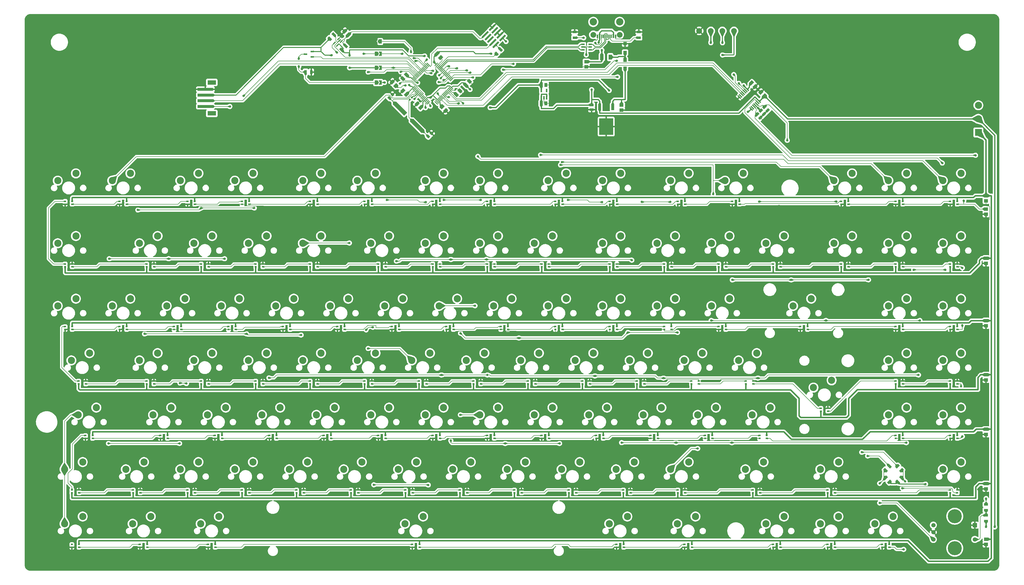
<source format=gtl>
G04 #@! TF.GenerationSoftware,KiCad,Pcbnew,7.0.8*
G04 #@! TF.CreationDate,2024-02-16T20:15:49-06:00*
G04 #@! TF.ProjectId,VesselV3,56657373-656c-4563-932e-6b696361645f,3.0*
G04 #@! TF.SameCoordinates,Original*
G04 #@! TF.FileFunction,Copper,L1,Top*
G04 #@! TF.FilePolarity,Positive*
%FSLAX46Y46*%
G04 Gerber Fmt 4.6, Leading zero omitted, Abs format (unit mm)*
G04 Created by KiCad (PCBNEW 7.0.8) date 2024-02-16 20:15:49*
%MOMM*%
%LPD*%
G01*
G04 APERTURE LIST*
G04 Aperture macros list*
%AMRotRect*
0 Rectangle, with rotation*
0 The origin of the aperture is its center*
0 $1 length*
0 $2 width*
0 $3 Rotation angle, in degrees counterclockwise*
0 Add horizontal line*
21,1,$1,$2,0,0,$3*%
%AMFreePoly0*
4,1,6,1.000000,0.000000,0.500000,-0.750000,-0.500000,-0.750000,-0.500000,0.750000,0.500000,0.750000,1.000000,0.000000,1.000000,0.000000,$1*%
%AMFreePoly1*
4,1,6,0.500000,-0.750000,-0.650000,-0.750000,-0.150000,0.000000,-0.650000,0.750000,0.500000,0.750000,0.500000,-0.750000,0.500000,-0.750000,$1*%
G04 Aperture macros list end*
G04 #@! TA.AperFunction,SMDPad,CuDef*
%ADD10RotRect,0.950000X1.450000X45.000000*%
G04 #@! TD*
G04 #@! TA.AperFunction,ComponentPad*
%ADD11C,2.500000*%
G04 #@! TD*
G04 #@! TA.AperFunction,SMDPad,CuDef*
%ADD12RotRect,1.150000X1.450000X45.000000*%
G04 #@! TD*
G04 #@! TA.AperFunction,SMDPad,CuDef*
%ADD13R,0.647700X0.609600*%
G04 #@! TD*
G04 #@! TA.AperFunction,SMDPad,CuDef*
%ADD14R,0.950000X1.450000*%
G04 #@! TD*
G04 #@! TA.AperFunction,SMDPad,CuDef*
%ADD15FreePoly0,0.000000*%
G04 #@! TD*
G04 #@! TA.AperFunction,SMDPad,CuDef*
%ADD16FreePoly1,0.000000*%
G04 #@! TD*
G04 #@! TA.AperFunction,SMDPad,CuDef*
%ADD17RotRect,1.150000X1.450000X135.000000*%
G04 #@! TD*
G04 #@! TA.AperFunction,SMDPad,CuDef*
%ADD18R,0.600000X1.250000*%
G04 #@! TD*
G04 #@! TA.AperFunction,SMDPad,CuDef*
%ADD19R,0.300000X1.250000*%
G04 #@! TD*
G04 #@! TA.AperFunction,ComponentPad*
%ADD20C,2.000000*%
G04 #@! TD*
G04 #@! TA.AperFunction,ComponentPad*
%ADD21C,2.565000*%
G04 #@! TD*
G04 #@! TA.AperFunction,SMDPad,CuDef*
%ADD22R,1.390000X0.910000*%
G04 #@! TD*
G04 #@! TA.AperFunction,SMDPad,CuDef*
%ADD23R,1.200000X1.200000*%
G04 #@! TD*
G04 #@! TA.AperFunction,SMDPad,CuDef*
%ADD24RotRect,0.650000X2.850000X135.000000*%
G04 #@! TD*
G04 #@! TA.AperFunction,SMDPad,CuDef*
%ADD25RotRect,0.450000X1.475000X45.000000*%
G04 #@! TD*
G04 #@! TA.AperFunction,SMDPad,CuDef*
%ADD26R,1.020000X1.470000*%
G04 #@! TD*
G04 #@! TA.AperFunction,SMDPad,CuDef*
%ADD27C,2.000000*%
G04 #@! TD*
G04 #@! TA.AperFunction,ComponentPad*
%ADD28R,2.475000X2.475000*%
G04 #@! TD*
G04 #@! TA.AperFunction,ComponentPad*
%ADD29C,2.475000*%
G04 #@! TD*
G04 #@! TA.AperFunction,SMDPad,CuDef*
%ADD30R,1.450000X1.150000*%
G04 #@! TD*
G04 #@! TA.AperFunction,SMDPad,CuDef*
%ADD31RotRect,0.910000X1.390000X315.000000*%
G04 #@! TD*
G04 #@! TA.AperFunction,SMDPad,CuDef*
%ADD32R,1.000000X2.100000*%
G04 #@! TD*
G04 #@! TA.AperFunction,SMDPad,CuDef*
%ADD33R,4.900000X5.850000*%
G04 #@! TD*
G04 #@! TA.AperFunction,SMDPad,CuDef*
%ADD34R,1.220000X1.200000*%
G04 #@! TD*
G04 #@! TA.AperFunction,SMDPad,CuDef*
%ADD35R,1.050000X0.600000*%
G04 #@! TD*
G04 #@! TA.AperFunction,SMDPad,CuDef*
%ADD36RotRect,0.950000X1.000000X225.000000*%
G04 #@! TD*
G04 #@! TA.AperFunction,SMDPad,CuDef*
%ADD37RotRect,0.300000X1.475000X135.000000*%
G04 #@! TD*
G04 #@! TA.AperFunction,SMDPad,CuDef*
%ADD38RotRect,0.300000X1.475000X45.000000*%
G04 #@! TD*
G04 #@! TA.AperFunction,SMDPad,CuDef*
%ADD39RotRect,1.150000X1.450000X315.000000*%
G04 #@! TD*
G04 #@! TA.AperFunction,SMDPad,CuDef*
%ADD40FreePoly0,180.000000*%
G04 #@! TD*
G04 #@! TA.AperFunction,SMDPad,CuDef*
%ADD41FreePoly1,180.000000*%
G04 #@! TD*
G04 #@! TA.AperFunction,SMDPad,CuDef*
%ADD42R,1.450000X0.950000*%
G04 #@! TD*
G04 #@! TA.AperFunction,SMDPad,CuDef*
%ADD43R,0.600000X1.200000*%
G04 #@! TD*
G04 #@! TA.AperFunction,SMDPad,CuDef*
%ADD44R,1.400000X0.950000*%
G04 #@! TD*
G04 #@! TA.AperFunction,SMDPad,CuDef*
%ADD45RotRect,0.950000X1.450000X135.000000*%
G04 #@! TD*
G04 #@! TA.AperFunction,SMDPad,CuDef*
%ADD46RotRect,0.400000X1.050000X315.000000*%
G04 #@! TD*
G04 #@! TA.AperFunction,SMDPad,CuDef*
%ADD47R,1.200000X0.600000*%
G04 #@! TD*
G04 #@! TA.AperFunction,SMDPad,CuDef*
%ADD48RotRect,0.950000X1.400000X225.000000*%
G04 #@! TD*
G04 #@! TA.AperFunction,SMDPad,CuDef*
%ADD49RotRect,1.150000X1.450000X225.000000*%
G04 #@! TD*
G04 #@! TA.AperFunction,SMDPad,CuDef*
%ADD50RotRect,1.500000X5.500000X45.000000*%
G04 #@! TD*
G04 #@! TA.AperFunction,SMDPad,CuDef*
%ADD51R,1.160000X1.820000*%
G04 #@! TD*
G04 #@! TA.AperFunction,ComponentPad*
%ADD52R,1.500000X1.500000*%
G04 #@! TD*
G04 #@! TA.AperFunction,ComponentPad*
%ADD53C,1.500000*%
G04 #@! TD*
G04 #@! TA.AperFunction,ComponentPad*
%ADD54C,4.920000*%
G04 #@! TD*
G04 #@! TA.AperFunction,SMDPad,CuDef*
%ADD55RotRect,0.510000X0.600000X45.000000*%
G04 #@! TD*
G04 #@! TA.AperFunction,SMDPad,CuDef*
%ADD56R,5.500000X1.000000*%
G04 #@! TD*
G04 #@! TA.AperFunction,SMDPad,CuDef*
%ADD57R,3.000000X1.600000*%
G04 #@! TD*
G04 #@! TA.AperFunction,ViaPad*
%ADD58C,0.800000*%
G04 #@! TD*
G04 #@! TA.AperFunction,Conductor*
%ADD59C,0.300000*%
G04 #@! TD*
G04 #@! TA.AperFunction,Conductor*
%ADD60C,0.400000*%
G04 #@! TD*
G04 #@! TA.AperFunction,Conductor*
%ADD61C,0.200000*%
G04 #@! TD*
G04 #@! TA.AperFunction,Conductor*
%ADD62C,0.290000*%
G04 #@! TD*
G04 #@! TA.AperFunction,Conductor*
%ADD63C,0.500000*%
G04 #@! TD*
G04 #@! TA.AperFunction,Conductor*
%ADD64C,0.450000*%
G04 #@! TD*
G04 APERTURE END LIST*
D10*
X343136793Y-185928007D03*
X344551007Y-184513793D03*
D11*
X201295000Y-84613700D03*
X207645000Y-82073700D03*
X363220000Y-166528700D03*
X369570000Y-163988700D03*
D12*
X193037208Y-54485792D03*
X194310000Y-53213000D03*
D13*
X177673050Y-211868701D03*
X177673050Y-212868699D03*
X180149550Y-212868699D03*
X180149550Y-211868701D03*
D11*
X339407500Y-204628700D03*
X345757500Y-202088700D03*
D10*
X148772793Y-34961707D03*
X150187007Y-33547493D03*
D14*
X140329000Y-46615000D03*
X142329000Y-46615000D03*
D10*
X347382693Y-190009207D03*
X348796907Y-188594993D03*
D15*
X164999000Y-50295000D03*
D16*
X166449000Y-50295000D03*
D11*
X56038800Y-204628700D03*
X62388800Y-202088700D03*
X191770000Y-185578700D03*
X198120000Y-183038700D03*
X144145000Y-166528700D03*
X150495000Y-163988700D03*
D17*
X180595396Y-59056396D03*
X179322604Y-57783604D03*
D11*
X344170000Y-147478700D03*
X350520000Y-144938700D03*
D13*
X139668250Y-193818699D03*
X139668250Y-192818701D03*
X137191750Y-192818701D03*
X137191750Y-193818699D03*
D18*
X248780000Y-34158000D03*
X247980000Y-34158000D03*
D19*
X246830000Y-34158000D03*
X245830000Y-34158000D03*
X245330000Y-34158000D03*
X244330000Y-34158000D03*
D18*
X243180000Y-34158000D03*
X242380000Y-34158000D03*
D19*
X243830000Y-34158000D03*
X244830000Y-34158000D03*
X246330000Y-34158000D03*
X247330000Y-34158000D03*
D20*
X250190000Y-33583000D03*
X240970000Y-33583000D03*
D21*
X250190000Y-29083000D03*
X240970000Y-29083000D03*
D13*
X168243250Y-114761199D03*
X168243250Y-113761201D03*
X165766750Y-113761201D03*
X165766750Y-114761199D03*
X151479250Y-135668701D03*
X151479250Y-136668699D03*
X153955750Y-136668699D03*
X153955750Y-135668701D03*
X63373050Y-173768701D03*
X63373050Y-174768699D03*
X65849550Y-174768699D03*
X65849550Y-173768701D03*
D11*
X120332500Y-147478700D03*
X126682500Y-144938700D03*
X125095000Y-166528700D03*
X131445000Y-163988700D03*
X229870000Y-185578700D03*
X236220000Y-183038700D03*
X167957500Y-128428700D03*
X174307500Y-125888700D03*
X187007500Y-128428700D03*
X193357500Y-125888700D03*
X270351300Y-204628700D03*
X276701300Y-202088700D03*
X363220000Y-147478700D03*
X369570000Y-144938700D03*
D13*
X161004250Y-91853701D03*
X161004250Y-92853699D03*
X163480750Y-92853699D03*
X163480750Y-91853701D03*
D11*
X91757500Y-128428700D03*
X98107500Y-125888700D03*
D22*
X240393000Y-58130600D03*
X240393000Y-59770600D03*
D13*
X163480750Y-155718699D03*
X163480750Y-154718701D03*
X161004250Y-154718701D03*
X161004250Y-155718699D03*
D11*
X53657500Y-128428700D03*
X60007500Y-125888700D03*
D13*
X184816750Y-173768701D03*
X184816750Y-174768699D03*
X187293250Y-174768699D03*
X187293250Y-173768701D03*
X287305750Y-114761199D03*
X287305750Y-113761201D03*
X284829250Y-113761201D03*
X284829250Y-114761199D03*
X239680750Y-155718699D03*
X239680750Y-154718701D03*
X237204250Y-154718701D03*
X237204250Y-155718699D03*
D11*
X182245000Y-106521200D03*
X188595000Y-103981200D03*
D13*
X177768250Y-193818699D03*
X177768250Y-192818701D03*
X175291750Y-192818701D03*
X175291750Y-193818699D03*
D11*
X139382500Y-84613700D03*
X145732500Y-82073700D03*
D23*
X252095000Y-45269000D03*
X252095000Y-42469000D03*
D24*
X209187055Y-34689047D03*
X206818247Y-37057855D03*
X208289029Y-33791022D03*
X205920222Y-36159829D03*
X207391004Y-32892996D03*
X205022196Y-35261804D03*
X206492978Y-31994971D03*
X204124171Y-34363778D03*
X205594953Y-31096945D03*
X203226145Y-33465753D03*
D25*
X294784879Y-52632162D03*
X294325259Y-53091781D03*
X293865640Y-53551401D03*
X293406020Y-54011020D03*
X292946401Y-54470640D03*
X292486781Y-54930259D03*
X292027162Y-55389879D03*
X296182121Y-59544838D03*
X296641741Y-59085219D03*
X297101360Y-58625599D03*
X297560980Y-58165980D03*
X298020599Y-57706360D03*
X298480219Y-57246741D03*
X298939838Y-56787121D03*
D26*
X222769000Y-57575000D03*
X224389000Y-57575000D03*
D13*
X182530750Y-155718699D03*
X182530750Y-154718701D03*
X180054250Y-154718701D03*
X180054250Y-155718699D03*
D11*
X53657500Y-84613700D03*
X60007500Y-82073700D03*
X82232500Y-147478700D03*
X88582500Y-144938700D03*
D17*
X300863000Y-54991000D03*
X299590208Y-53718208D03*
D11*
X246538800Y-204628700D03*
X252888800Y-202088700D03*
D13*
X215868250Y-193818699D03*
X215868250Y-192818701D03*
X213391750Y-192818701D03*
X213391750Y-193818699D03*
X144430750Y-114761199D03*
X144430750Y-113761201D03*
X141954250Y-113761201D03*
X141954250Y-114761199D03*
D27*
X286117000Y-32232600D03*
D13*
X203866750Y-173768701D03*
X203866750Y-174768699D03*
X206343250Y-174768699D03*
X206343250Y-173768701D03*
X322929250Y-211868701D03*
X322929250Y-212868699D03*
X325405750Y-212868699D03*
X325405750Y-211868701D03*
D28*
X375651500Y-67742000D03*
D29*
X375651500Y-62992000D03*
X375651500Y-58242000D03*
D11*
X363220000Y-84613700D03*
X369570000Y-82073700D03*
D13*
X253968250Y-193818699D03*
X253968250Y-192818701D03*
X251491750Y-192818701D03*
X251491750Y-193818699D03*
X249110550Y-211868701D03*
X249110550Y-212868699D03*
X251587050Y-212868699D03*
X251587050Y-211868701D03*
D10*
X152963793Y-38898707D03*
X154378007Y-37484493D03*
D13*
X368268250Y-114761199D03*
X368268250Y-113761201D03*
X365791750Y-113761201D03*
X365791750Y-114761199D03*
X220630750Y-155718699D03*
X220630750Y-154718701D03*
X218154250Y-154718701D03*
X218154250Y-155718699D03*
D30*
X378333000Y-173377000D03*
X378333000Y-171577000D03*
D27*
X290167000Y-32232600D03*
D15*
X164996200Y-45125000D03*
D16*
X166446200Y-45125000D03*
D11*
X294163800Y-185578700D03*
X300513800Y-183038700D03*
X77470000Y-185578700D03*
X83820000Y-183038700D03*
X310832500Y-128428700D03*
X317182500Y-125888700D03*
D13*
X272923050Y-211868701D03*
X272923050Y-212868699D03*
X275399550Y-212868699D03*
X275399550Y-211868701D03*
D30*
X378333000Y-91694000D03*
X378333000Y-89894000D03*
X378333000Y-135382000D03*
X378333000Y-133582000D03*
D13*
X323024550Y-165243699D03*
X323024550Y-164243701D03*
X320548050Y-164243701D03*
X320548050Y-165243699D03*
X327691750Y-91853701D03*
X327691750Y-92853699D03*
X330168250Y-92853699D03*
X330168250Y-91853701D03*
X101568250Y-193818699D03*
X101568250Y-192818701D03*
X99091750Y-192818701D03*
X99091750Y-193818699D03*
D11*
X225107500Y-84613700D03*
X231457500Y-82073700D03*
D13*
X106330750Y-114761199D03*
X106330750Y-113761201D03*
X103854250Y-113761201D03*
X103854250Y-114761199D03*
D11*
X301307500Y-204628700D03*
X307657500Y-202088700D03*
D31*
X298276572Y-61421572D03*
X299436228Y-62581228D03*
D32*
X247771000Y-58896000D03*
X243211000Y-58896000D03*
D33*
X245491000Y-65696000D03*
D26*
X222779000Y-51145000D03*
X224399000Y-51145000D03*
D13*
X82518250Y-193818699D03*
X82518250Y-192818701D03*
X80041750Y-192818701D03*
X80041750Y-193818699D03*
X365791750Y-91853701D03*
X365791750Y-92853699D03*
X368268250Y-92853699D03*
X368268250Y-91853701D03*
X144430750Y-155718699D03*
X144430750Y-154718701D03*
X141954250Y-154718701D03*
X141954250Y-155718699D03*
D11*
X115570000Y-185578700D03*
X121920000Y-183038700D03*
D13*
X158718250Y-193818699D03*
X158718250Y-192818701D03*
X156241750Y-192818701D03*
X156241750Y-193818699D03*
D34*
X252095000Y-39803000D03*
X252095000Y-36703000D03*
D13*
X201580750Y-155718699D03*
X201580750Y-154718701D03*
X199104250Y-154718701D03*
X199104250Y-155718699D03*
X227679250Y-135668701D03*
X227679250Y-136668699D03*
X230155750Y-136668699D03*
X230155750Y-135668701D03*
D35*
X142579000Y-41315000D03*
X142579000Y-39415000D03*
X140379000Y-40365000D03*
D36*
X170718485Y-54538415D03*
X169587115Y-55669785D03*
D30*
X238506000Y-43002200D03*
X238506000Y-44802200D03*
D11*
X172720000Y-185578700D03*
X179070000Y-183038700D03*
D15*
X164996200Y-40225000D03*
D16*
X166446200Y-40225000D03*
D37*
X177948971Y-52078728D03*
X178302524Y-52432282D03*
X178656078Y-52785835D03*
X179009631Y-53139388D03*
X179363184Y-53492942D03*
X179716738Y-53846495D03*
X180070291Y-54200049D03*
X180423845Y-54553602D03*
X180777398Y-54907155D03*
X181130951Y-55260709D03*
X181484505Y-55614262D03*
X181838058Y-55967816D03*
X182191612Y-56321369D03*
X182545165Y-56674922D03*
X182898718Y-57028476D03*
X183252272Y-57382029D03*
D38*
X186063728Y-57382029D03*
X186417282Y-57028476D03*
X186770835Y-56674922D03*
X187124388Y-56321369D03*
X187477942Y-55967816D03*
X187831495Y-55614262D03*
X188185049Y-55260709D03*
X188538602Y-54907155D03*
X188892155Y-54553602D03*
X189245709Y-54200049D03*
X189599262Y-53846495D03*
X189952816Y-53492942D03*
X190306369Y-53139388D03*
X190659922Y-52785835D03*
X191013476Y-52432282D03*
X191367029Y-52078728D03*
D37*
X191367029Y-49267272D03*
X191013476Y-48913718D03*
X190659922Y-48560165D03*
X190306369Y-48206612D03*
X189952816Y-47853058D03*
X189599262Y-47499505D03*
X189245709Y-47145951D03*
X188892155Y-46792398D03*
X188538602Y-46438845D03*
X188185049Y-46085291D03*
X187831495Y-45731738D03*
X187477942Y-45378184D03*
X187124388Y-45024631D03*
X186770835Y-44671078D03*
X186417282Y-44317524D03*
X186063728Y-43963971D03*
D38*
X183252272Y-43963971D03*
X182898718Y-44317524D03*
X182545165Y-44671078D03*
X182191612Y-45024631D03*
X181838058Y-45378184D03*
X181484505Y-45731738D03*
X181130951Y-46085291D03*
X180777398Y-46438845D03*
X180423845Y-46792398D03*
X180070291Y-47145951D03*
X179716738Y-47499505D03*
X179363184Y-47853058D03*
X179009631Y-48206612D03*
X178656078Y-48560165D03*
X178302524Y-48913718D03*
X177948971Y-49267272D03*
D11*
X248920000Y-185578700D03*
X255270000Y-183038700D03*
X320357500Y-185578700D03*
X326707500Y-183038700D03*
D13*
X75279250Y-91853701D03*
X75279250Y-92853699D03*
X77755750Y-92853699D03*
X77755750Y-91853701D03*
D39*
X296291000Y-50419000D03*
X297563792Y-51691792D03*
D11*
X158432500Y-147478700D03*
X164782500Y-144938700D03*
D13*
X365791750Y-173768701D03*
X365791750Y-174768699D03*
X368268250Y-174768699D03*
X368268250Y-173768701D03*
D30*
X378333000Y-113560000D03*
X378333000Y-111760000D03*
D13*
X325405750Y-193818699D03*
X325405750Y-192818701D03*
X322929250Y-192818701D03*
X322929250Y-193818699D03*
D36*
X184376785Y-68058115D03*
X183245415Y-69189485D03*
D13*
X75279250Y-135668701D03*
X75279250Y-136668699D03*
X77755750Y-136668699D03*
X77755750Y-135668701D03*
X165766750Y-173768701D03*
X165766750Y-174768699D03*
X168243250Y-174768699D03*
X168243250Y-173768701D03*
D11*
X53657500Y-106521200D03*
X60007500Y-103981200D03*
X291782500Y-147478700D03*
X298132500Y-144938700D03*
D13*
X89566750Y-173768701D03*
X89566750Y-174768699D03*
X92043250Y-174768699D03*
X92043250Y-173768701D03*
D40*
X166448400Y-35941000D03*
D41*
X164998400Y-35941000D03*
D13*
X63468250Y-155718699D03*
X63468250Y-154718701D03*
X60991750Y-154718701D03*
X60991750Y-155718699D03*
D11*
X344170000Y-106521200D03*
X350520000Y-103981200D03*
X220345000Y-106521200D03*
X226695000Y-103981200D03*
D13*
X99091750Y-91853701D03*
X99091750Y-92853699D03*
X101568250Y-92853699D03*
X101568250Y-91853701D03*
D11*
X158432500Y-84613700D03*
X164782500Y-82073700D03*
X82232500Y-106521200D03*
X88582500Y-103981200D03*
D13*
X368268250Y-193818699D03*
X368268250Y-192818701D03*
X365791750Y-192818701D03*
X365791750Y-193818699D03*
D11*
X115570000Y-84613700D03*
X121920000Y-82073700D03*
X182245000Y-166528700D03*
X188595000Y-163988700D03*
X263207500Y-128428700D03*
X269557500Y-125888700D03*
D13*
X196818250Y-193818699D03*
X196818250Y-192818701D03*
X194341750Y-192818701D03*
X194341750Y-193818699D03*
X146716750Y-173768701D03*
X146716750Y-174768699D03*
X149193250Y-174768699D03*
X149193250Y-173768701D03*
D11*
X120332500Y-106521200D03*
X126682500Y-103981200D03*
X272732500Y-147478700D03*
X279082500Y-144938700D03*
D42*
X378333000Y-199882000D03*
X378333000Y-197882000D03*
D31*
X299546572Y-60151572D03*
X300706228Y-61311228D03*
D11*
X225107500Y-128428700D03*
X231457500Y-125888700D03*
X206057500Y-128428700D03*
X212407500Y-125888700D03*
D13*
X241966750Y-173768701D03*
X241966750Y-174768699D03*
X244443250Y-174768699D03*
X244443250Y-173768701D03*
X125380750Y-155718699D03*
X125380750Y-154718701D03*
X122904250Y-154718701D03*
X122904250Y-155718699D03*
D11*
X163195000Y-106521200D03*
X169545000Y-103981200D03*
D31*
X300816572Y-58881572D03*
X301976228Y-60041228D03*
D11*
X317976300Y-157003700D03*
X324326300Y-154463700D03*
D43*
X222779000Y-55625000D03*
X223729000Y-55625000D03*
X224679000Y-55625000D03*
X224679000Y-53125000D03*
X222779000Y-53125000D03*
D13*
X341979250Y-211868701D03*
X341979250Y-212868699D03*
X344455750Y-212868699D03*
X344455750Y-211868701D03*
D44*
X256921000Y-34613600D03*
X256921000Y-32613600D03*
D45*
X348742007Y-185928007D03*
X347327793Y-184513793D03*
D13*
X296830750Y-155718699D03*
X296830750Y-154718701D03*
X294354250Y-154718701D03*
X294354250Y-155718699D03*
X268255750Y-114761199D03*
X268255750Y-113761201D03*
X265779250Y-113761201D03*
X265779250Y-114761199D03*
X303879250Y-211868701D03*
X303879250Y-212868699D03*
X306355750Y-212868699D03*
X306355750Y-211868701D03*
X346741750Y-173768701D03*
X346741750Y-174768699D03*
X349218250Y-174768699D03*
X349218250Y-173768701D03*
D11*
X282257500Y-106521200D03*
X288607500Y-103981200D03*
D27*
X282067000Y-32232600D03*
D11*
X134620000Y-185578700D03*
X140970000Y-183038700D03*
D13*
X141954250Y-91853701D03*
X141954250Y-92853699D03*
X144430750Y-92853699D03*
X144430750Y-91853701D03*
X258730750Y-155718699D03*
X258730750Y-154718701D03*
X256254250Y-154718701D03*
X256254250Y-155718699D03*
D11*
X201295000Y-166528700D03*
X207645000Y-163988700D03*
D13*
X299212050Y-193818699D03*
X299212050Y-192818701D03*
X296735550Y-192818701D03*
X296735550Y-193818699D03*
D39*
X186309000Y-40259000D03*
X187581792Y-41531792D03*
D11*
X103663800Y-204628700D03*
X110013800Y-202088700D03*
X301307500Y-106521200D03*
X307657500Y-103981200D03*
D13*
X234918250Y-193818699D03*
X234918250Y-192818701D03*
X232441750Y-192818701D03*
X232441750Y-193818699D03*
D17*
X155321000Y-33655000D03*
X154048208Y-32382208D03*
D11*
X139382500Y-147478700D03*
X145732500Y-144938700D03*
D13*
X184816750Y-91853701D03*
X184816750Y-92853699D03*
X187293250Y-92853699D03*
X187293250Y-91853701D03*
D11*
X196532500Y-147478700D03*
X202882500Y-144938700D03*
D13*
X58705750Y-114761199D03*
X58705750Y-113761201D03*
X56229250Y-113761201D03*
X56229250Y-114761199D03*
X56229250Y-91853701D03*
X56229250Y-92853699D03*
X58705750Y-92853699D03*
X58705750Y-91853701D03*
D11*
X72707500Y-128428700D03*
X79057500Y-125888700D03*
X277495000Y-166528700D03*
X283845000Y-163988700D03*
X344170000Y-128428700D03*
X350520000Y-125888700D03*
X153670000Y-185578700D03*
X160020000Y-183038700D03*
X215582500Y-147478700D03*
X221932500Y-144938700D03*
X163195000Y-166528700D03*
X169545000Y-163988700D03*
D27*
X278017000Y-32232600D03*
D11*
X267970000Y-84613700D03*
X274320000Y-82073700D03*
D13*
X208629250Y-135668701D03*
X208629250Y-136668699D03*
X211105750Y-136668699D03*
X211105750Y-135668701D03*
X189579250Y-135668701D03*
X189579250Y-136668699D03*
X192055750Y-136668699D03*
X192055750Y-135668701D03*
D11*
X56038800Y-185578700D03*
X62388800Y-183038700D03*
D13*
X127666750Y-173768701D03*
X127666750Y-174768699D03*
X130143250Y-174768699D03*
X130143250Y-173768701D03*
D11*
X148907500Y-128428700D03*
X155257500Y-125888700D03*
D46*
X152715371Y-36002368D03*
X152255751Y-35542749D03*
X151796132Y-35083129D03*
X150452629Y-36426632D03*
X151371868Y-37345871D03*
D11*
X363220000Y-185578700D03*
X369570000Y-183038700D03*
D13*
X246729250Y-91853701D03*
X246729250Y-92853699D03*
X249205750Y-92853699D03*
X249205750Y-91853701D03*
D11*
X96520000Y-84613700D03*
X102870000Y-82073700D03*
D12*
X196339208Y-51183792D03*
X197612000Y-49911000D03*
D11*
X325120000Y-106521200D03*
X331470000Y-103981200D03*
D13*
X306355750Y-114761199D03*
X306355750Y-113761201D03*
X303879250Y-113761201D03*
X303879250Y-114761199D03*
D11*
X175101300Y-204628700D03*
X181451300Y-202088700D03*
X96520000Y-185578700D03*
X102870000Y-183038700D03*
D13*
X346741750Y-91853701D03*
X346741750Y-92853699D03*
X349218250Y-92853699D03*
X349218250Y-91853701D03*
D11*
X210820000Y-185578700D03*
X217170000Y-183038700D03*
D13*
X82423050Y-211868701D03*
X82423050Y-212868699D03*
X84899550Y-212868699D03*
X84899550Y-211868701D03*
D11*
X282257500Y-128428700D03*
X288607500Y-125888700D03*
D13*
X365791750Y-135668701D03*
X365791750Y-136668699D03*
X368268250Y-136668699D03*
X368268250Y-135668701D03*
X273018250Y-193818699D03*
X273018250Y-192818701D03*
X270541750Y-192818701D03*
X270541750Y-193818699D03*
X120618250Y-193818699D03*
X120618250Y-192818701D03*
X118141750Y-192818701D03*
X118141750Y-193818699D03*
X368268250Y-155718699D03*
X368268250Y-154718701D03*
X365791750Y-154718701D03*
X365791750Y-155718699D03*
X58610550Y-211868701D03*
X58610550Y-212868699D03*
X61087050Y-212868699D03*
X61087050Y-211868701D03*
X87280750Y-155718699D03*
X87280750Y-154718701D03*
X84804250Y-154718701D03*
X84804250Y-155718699D03*
D30*
X378333000Y-154327000D03*
X378333000Y-152527000D03*
D11*
X363220000Y-106521200D03*
X369570000Y-103981200D03*
D44*
X234442000Y-34613000D03*
X234442000Y-32613000D03*
D13*
X225393250Y-114761199D03*
X225393250Y-113761201D03*
X222916750Y-113761201D03*
X222916750Y-114761199D03*
X106330750Y-155718699D03*
X106330750Y-154718701D03*
X103854250Y-154718701D03*
X103854250Y-155718699D03*
X265779250Y-135668701D03*
X265779250Y-136668699D03*
X268255750Y-136668699D03*
X268255750Y-135668701D03*
X246729250Y-135668701D03*
X246729250Y-136668699D03*
X249205750Y-136668699D03*
X249205750Y-135668701D03*
D30*
X378333000Y-211836000D03*
X378333000Y-210036000D03*
D47*
X239863000Y-38836600D03*
X239863000Y-37886600D03*
X239863000Y-36936600D03*
X237363000Y-36936600D03*
X237363000Y-37886600D03*
X237363000Y-38836600D03*
D30*
X250825000Y-58169400D03*
X250825000Y-59969400D03*
D13*
X106235550Y-211868701D03*
X106235550Y-212868699D03*
X108712050Y-212868699D03*
X108712050Y-211868701D03*
D11*
X220345000Y-166528700D03*
X226695000Y-163988700D03*
X263207500Y-106521200D03*
X269557500Y-103981200D03*
D13*
X94329250Y-135668701D03*
X94329250Y-136668699D03*
X96805750Y-136668699D03*
X96805750Y-135668701D03*
X61087050Y-193818699D03*
X61087050Y-192818701D03*
X58610550Y-192818701D03*
X58610550Y-193818699D03*
D11*
X344170000Y-166528700D03*
X350520000Y-163988700D03*
D13*
X118141750Y-91853701D03*
X118141750Y-92853699D03*
X120618250Y-92853699D03*
X120618250Y-91853701D03*
X280066750Y-173768701D03*
X280066750Y-174768699D03*
X282543250Y-174768699D03*
X282543250Y-173768701D03*
X277780750Y-155718699D03*
X277780750Y-154718701D03*
X275304250Y-154718701D03*
X275304250Y-155718699D03*
D48*
X208515707Y-38767693D03*
X207101493Y-40181907D03*
D13*
X108616750Y-173768701D03*
X108616750Y-174768699D03*
X111093250Y-174768699D03*
X111093250Y-173768701D03*
X289591750Y-91853701D03*
X289591750Y-92853699D03*
X292068250Y-92853699D03*
X292068250Y-91853701D03*
D17*
X171921792Y-51387792D03*
X170649000Y-50115000D03*
D13*
X187293250Y-114761199D03*
X187293250Y-113761201D03*
X184816750Y-113761201D03*
X184816750Y-114761199D03*
X113379250Y-135668701D03*
X113379250Y-136668699D03*
X115855750Y-136668699D03*
X115855750Y-135668701D03*
D11*
X177482500Y-147478700D03*
X183832500Y-144938700D03*
D45*
X344551007Y-190009207D03*
X343136793Y-188594993D03*
D13*
X125380750Y-114761199D03*
X125380750Y-113761201D03*
X122904250Y-113761201D03*
X122904250Y-114761199D03*
D11*
X106045000Y-166528700D03*
X112395000Y-163988700D03*
D13*
X330168250Y-114761199D03*
X330168250Y-113761201D03*
X327691750Y-113761201D03*
X327691750Y-114761199D03*
D42*
X378333000Y-203692000D03*
X378333000Y-201692000D03*
D11*
X244157500Y-128428700D03*
X250507500Y-125888700D03*
X139382500Y-106521200D03*
X145732500Y-103981200D03*
X58420000Y-147478700D03*
X64770000Y-144938700D03*
D13*
X349218250Y-155718699D03*
X349218250Y-154718701D03*
X346741750Y-154718701D03*
X346741750Y-155718699D03*
D11*
X239395000Y-166528700D03*
X245745000Y-163988700D03*
X258445000Y-166528700D03*
X264795000Y-163988700D03*
D17*
X175615600Y-54432200D03*
X174342808Y-53159408D03*
D11*
X101282500Y-147478700D03*
X107632500Y-144938700D03*
D13*
X313404250Y-135668701D03*
X313404250Y-136668699D03*
X315880750Y-136668699D03*
X315880750Y-135668701D03*
D11*
X244157500Y-106521200D03*
X250507500Y-103981200D03*
X110807500Y-128428700D03*
X117157500Y-125888700D03*
D30*
X378333000Y-192416000D03*
X378333000Y-190616000D03*
D11*
X201295000Y-106521200D03*
X207645000Y-103981200D03*
D13*
X261016750Y-173768701D03*
X261016750Y-174768699D03*
X263493250Y-174768699D03*
X263493250Y-173768701D03*
D11*
X325120000Y-84613700D03*
X331470000Y-82073700D03*
D49*
X175641000Y-47625000D03*
X174368208Y-48897792D03*
D39*
X188087000Y-58801000D03*
X189359792Y-60073792D03*
D11*
X72707500Y-84613700D03*
X79057500Y-82073700D03*
D13*
X249205750Y-114761199D03*
X249205750Y-113761201D03*
X246729250Y-113761201D03*
X246729250Y-114761199D03*
D11*
X363220000Y-128428700D03*
X369570000Y-125888700D03*
D13*
X227679250Y-91853701D03*
X227679250Y-92853699D03*
X230155750Y-92853699D03*
X230155750Y-91853701D03*
X349218250Y-114761199D03*
X349218250Y-113761201D03*
X346741750Y-113761201D03*
X346741750Y-114761199D03*
D11*
X79851300Y-204628700D03*
X86201300Y-202088700D03*
X86995000Y-166528700D03*
X93345000Y-163988700D03*
X101282500Y-106521200D03*
X107632500Y-103981200D03*
D13*
X346741750Y-135668701D03*
X346741750Y-136668699D03*
X349218250Y-136668699D03*
X349218250Y-135668701D03*
D11*
X320357500Y-204628700D03*
X326707500Y-202088700D03*
D50*
X173386096Y-59477296D03*
X179396504Y-65487704D03*
D13*
X284829250Y-135668701D03*
X284829250Y-136668699D03*
X287305750Y-136668699D03*
X287305750Y-135668701D03*
D11*
X287020000Y-84613700D03*
X293370000Y-82073700D03*
D13*
X206343250Y-114761199D03*
X206343250Y-113761201D03*
X203866750Y-113761201D03*
X203866750Y-114761199D03*
D11*
X182245000Y-84613700D03*
X188595000Y-82073700D03*
D51*
X243938000Y-41402000D03*
X246888000Y-41402000D03*
D11*
X244157500Y-84613700D03*
X250507500Y-82073700D03*
D13*
X132429250Y-135668701D03*
X132429250Y-136668699D03*
X134905750Y-136668699D03*
X134905750Y-135668701D03*
D11*
X253682500Y-147478700D03*
X260032500Y-144938700D03*
D52*
X374396000Y-205115000D03*
D53*
X374396000Y-210115000D03*
X359896000Y-205115000D03*
X359896000Y-210115000D03*
X359896000Y-207615000D03*
D54*
X367396000Y-202015000D03*
X367396000Y-213215000D03*
D13*
X56229250Y-135668701D03*
X56229250Y-136668699D03*
X58705750Y-136668699D03*
X58705750Y-135668701D03*
D11*
X129857500Y-128428700D03*
X136207500Y-125888700D03*
D30*
X378333000Y-94542200D03*
X378333000Y-96342200D03*
D11*
X267970000Y-185578700D03*
X274320000Y-183038700D03*
D55*
X176837590Y-56207410D03*
X177495200Y-55549800D03*
D13*
X87280750Y-114761199D03*
X87280750Y-113761201D03*
X84804250Y-113761201D03*
X84804250Y-114761199D03*
X170529250Y-135668701D03*
X170529250Y-136668699D03*
X173005750Y-136668699D03*
X173005750Y-135668701D03*
D11*
X60801300Y-166528700D03*
X67151300Y-163988700D03*
X344170000Y-84613700D03*
X350520000Y-82073700D03*
D13*
X222916750Y-173768701D03*
X222916750Y-174768699D03*
X225393250Y-174768699D03*
X225393250Y-173768701D03*
X270541750Y-91853701D03*
X270541750Y-92853699D03*
X273018250Y-92853699D03*
X273018250Y-91853701D03*
X203866750Y-91853701D03*
X203866750Y-92853699D03*
X206343250Y-92853699D03*
X206343250Y-91853701D03*
D11*
X296545000Y-166528700D03*
X302895000Y-163988700D03*
D56*
X105283000Y-52674000D03*
X105283000Y-54674000D03*
X105283000Y-56674000D03*
X105283000Y-58674000D03*
D57*
X107533000Y-50274000D03*
X107533000Y-61074000D03*
D11*
X234632500Y-147478700D03*
X240982500Y-144938700D03*
D13*
X299116750Y-173768701D03*
X299116750Y-174768699D03*
X301593250Y-174768699D03*
X301593250Y-173768701D03*
D58*
X381381000Y-205740000D03*
X286131000Y-40665400D03*
X357170800Y-190781800D03*
X240393000Y-52775000D03*
X238506000Y-40640000D03*
X378333464Y-205740000D03*
X375029000Y-152615000D03*
X376315600Y-116115000D03*
X231854569Y-59760600D03*
X375023900Y-112305800D03*
X375626500Y-192615000D03*
X377173400Y-155956000D03*
X158115000Y-35941000D03*
X369858100Y-192394300D03*
X353112200Y-214398800D03*
X305931700Y-93460400D03*
X231859000Y-56005000D03*
X292286000Y-58869000D03*
X301625000Y-64770000D03*
X158115000Y-29845000D03*
X205232000Y-40182800D03*
X181991000Y-41021000D03*
X149428200Y-40767000D03*
X286131000Y-36372800D03*
X184062700Y-55530400D03*
X185293000Y-43193243D03*
X293550923Y-51317707D03*
X155702000Y-45125000D03*
X295021000Y-60579000D03*
X246519000Y-53055000D03*
X155702000Y-40775500D03*
X176529000Y-51115000D03*
X204851000Y-59055000D03*
X179529000Y-50363100D03*
X197860416Y-52705000D03*
X210439000Y-35941000D03*
X174179000Y-40245000D03*
X178409600Y-56083200D03*
X175286000Y-51308000D03*
X177190400Y-39598600D03*
X243954000Y-38965000D03*
X282067000Y-36372800D03*
X242860586Y-36283416D03*
X336904000Y-180932500D03*
X298678600Y-59283600D03*
X334854000Y-179609500D03*
X308787800Y-70510400D03*
X201629000Y-91365000D03*
X81661000Y-94869000D03*
X182379000Y-92154200D03*
X186533527Y-54119527D03*
X267919200Y-92075000D03*
X188613800Y-91371600D03*
X103805400Y-94173500D03*
X122392000Y-94175100D03*
X244029000Y-92115000D03*
X326012278Y-91918278D03*
X232129000Y-91352500D03*
X298979000Y-91935000D03*
X257937000Y-92075000D03*
X168783000Y-91352500D03*
X112026600Y-111919600D03*
X289582600Y-119328400D03*
X92452600Y-111919600D03*
X310167200Y-119328400D03*
X353019700Y-115789100D03*
X71652900Y-111919600D03*
X203609900Y-112184800D03*
X186909900Y-50149800D03*
X254439700Y-112433900D03*
X191135000Y-112209000D03*
X364108500Y-115789100D03*
X172079000Y-112765000D03*
X337229000Y-119315000D03*
X138774300Y-138615000D03*
X270425300Y-137721300D03*
X282206000Y-133512500D03*
X355191800Y-133512800D03*
X214945317Y-139661306D03*
X84021200Y-138207900D03*
X119711100Y-138207900D03*
X194517000Y-137980600D03*
X253034400Y-137721300D03*
X322327500Y-133510000D03*
X187627000Y-48764700D03*
X354702600Y-152574600D03*
X241529000Y-152926100D03*
X188594900Y-49420700D03*
X203928500Y-152596100D03*
X96393000Y-155418200D03*
X98679000Y-155575000D03*
X127529000Y-153615000D03*
X187852400Y-152596100D03*
X265529000Y-153696500D03*
X298529000Y-153696500D03*
X350464500Y-176276900D03*
X96280400Y-176543700D03*
X229190600Y-176543700D03*
X191129000Y-175515900D03*
X269901500Y-176276900D03*
X250854000Y-176265000D03*
X195453000Y-57593500D03*
X289429000Y-176276900D03*
X71400900Y-176543700D03*
X210179000Y-176543700D03*
X183237100Y-191062400D03*
X164190100Y-190998500D03*
X193929000Y-57593500D03*
X190447772Y-55383600D03*
X249478800Y-48336200D03*
X291867061Y-50563617D03*
X182753000Y-42291000D03*
X209423000Y-45847000D03*
X249224800Y-42697400D03*
X290098050Y-47486650D03*
X341122000Y-197358000D03*
X341122000Y-190500000D03*
X350029000Y-189827086D03*
X374650200Y-75742100D03*
X378333000Y-195815000D03*
X363026200Y-78473200D03*
X370545950Y-91615000D03*
X113868200Y-58674000D03*
X118643400Y-54965600D03*
X370029000Y-115115000D03*
X370029000Y-135215500D03*
X370029000Y-174115000D03*
X369579000Y-156565000D03*
X349529000Y-213615000D03*
X349033000Y-192212000D03*
X178181000Y-41783000D03*
X178761472Y-42726528D03*
X162179000Y-46628800D03*
X173356300Y-50639900D03*
X173609000Y-46546500D03*
X155676600Y-106426000D03*
X182265300Y-59115000D03*
X161508700Y-136822400D03*
X163889100Y-135891800D03*
X162181500Y-143325100D03*
X183957100Y-58539300D03*
X194451400Y-166528700D03*
X199604000Y-128365000D03*
X184370600Y-47024900D03*
X184967700Y-46204900D03*
X197993000Y-46863000D03*
X196791933Y-46032067D03*
X277479000Y-178315000D03*
X229489000Y-79115000D03*
X282930600Y-89331800D03*
X198882000Y-48514000D03*
X213080600Y-43789600D03*
X229997000Y-78112050D03*
X193319400Y-45339000D03*
X137979000Y-44615000D03*
X137979000Y-42015000D03*
X200586800Y-76115000D03*
X187029000Y-47724400D03*
X222529000Y-75615000D03*
X190550800Y-44593300D03*
X241630200Y-36423600D03*
X237617000Y-34620200D03*
X167959000Y-50265000D03*
X171019000Y-45125000D03*
X160629000Y-40225000D03*
X151279000Y-39776000D03*
D59*
X345135700Y-190593900D02*
X344551000Y-190009200D01*
D60*
X299066879Y-56787121D02*
X300863000Y-54991000D01*
D59*
X290167000Y-40490200D02*
X290167000Y-32232600D01*
D60*
X308864000Y-62992000D02*
X375651500Y-62992000D01*
X222779000Y-55625000D02*
X222779000Y-57565000D01*
D59*
X289991800Y-40665400D02*
X290167000Y-40490200D01*
D60*
X222769000Y-57575000D02*
X222769000Y-59355000D01*
X297474250Y-55321533D02*
X297474250Y-55310650D01*
X227009000Y-59355000D02*
X228223400Y-58140600D01*
X300863000Y-54991000D02*
X308864000Y-62992000D01*
X381381000Y-68721500D02*
X375651500Y-62992000D01*
X222779000Y-55625000D02*
X222779000Y-54356000D01*
X243211000Y-60958000D02*
X291826900Y-60958000D01*
X224679000Y-55625000D02*
X224679000Y-54356000D01*
X298939838Y-56787121D02*
X299066879Y-56787121D01*
X228223400Y-58140600D02*
X240393000Y-58140600D01*
D59*
X238506000Y-38050596D02*
X238342004Y-37886600D01*
X238342004Y-37886600D02*
X237363000Y-37886600D01*
X348155300Y-190781800D02*
X347382700Y-190009200D01*
D60*
X243211000Y-56775000D02*
X243211000Y-58896000D01*
D59*
X289991800Y-40665400D02*
X286131000Y-40665400D01*
D60*
X378333464Y-205740000D02*
X378333464Y-203692464D01*
D59*
X357170800Y-190781800D02*
X348155300Y-190781800D01*
D60*
X243211000Y-58896000D02*
X243211000Y-60958000D01*
X240393000Y-56261000D02*
X240393000Y-52775000D01*
X242697000Y-56261000D02*
X243211000Y-56775000D01*
D59*
X238506000Y-40640000D02*
X238506000Y-38050596D01*
D60*
X222769000Y-59355000D02*
X227009000Y-59355000D01*
X240393000Y-56261000D02*
X242697000Y-56261000D01*
D59*
X347382700Y-190009200D02*
X346798000Y-190593900D01*
X346798000Y-190593900D02*
X345135700Y-190593900D01*
D60*
X298939838Y-56787121D02*
X297474250Y-55321533D01*
X291826900Y-60958000D02*
X297474250Y-55310650D01*
X224679000Y-54356000D02*
X222779000Y-54356000D01*
X381381000Y-205740000D02*
X381381000Y-68721500D01*
X240393000Y-58140600D02*
X240393000Y-56261000D01*
D61*
X233070400Y-32613000D02*
X211048000Y-32613000D01*
X58039000Y-138303000D02*
X75279300Y-138303000D01*
X262238301Y-175387000D02*
X262238301Y-174768699D01*
X227249000Y-56005000D02*
X231859000Y-56005000D01*
X184816750Y-92853699D02*
X184816750Y-94075250D01*
X287274000Y-112758850D02*
X268224000Y-112758850D01*
X144430750Y-112649000D02*
X144399000Y-112617250D01*
D59*
X180884474Y-56921400D02*
X181838058Y-55967816D01*
D61*
X270541750Y-92853699D02*
X270541750Y-94075250D01*
X99060000Y-93958350D02*
X75311000Y-93958350D01*
X152781000Y-33649416D02*
X154048208Y-32382208D01*
X227679250Y-94011750D02*
X227584000Y-94107000D01*
X351768300Y-176000300D02*
X365760000Y-176000300D01*
X253968250Y-192818701D02*
X253968250Y-191517150D01*
X185039000Y-61569600D02*
X179959000Y-61569600D01*
X203866750Y-175672750D02*
X203866750Y-174768699D01*
X227679250Y-136668699D02*
X227679250Y-137699750D01*
X262238301Y-174768699D02*
X261016750Y-174768699D01*
X184060100Y-48387000D02*
X184785000Y-48387000D01*
X227584000Y-113157000D02*
X226979799Y-113761201D01*
X82423000Y-214185550D02*
X106172000Y-214185550D01*
X234950000Y-191389000D02*
X215900000Y-191389000D01*
X99091750Y-93926600D02*
X99060000Y-93958350D01*
X142329000Y-46615000D02*
X144579000Y-46615000D01*
X289591750Y-94075250D02*
X289560000Y-94107000D01*
X268255750Y-112790600D02*
X268224000Y-112758850D01*
X177673100Y-212868700D02*
X177673100Y-213475400D01*
X239680750Y-154718701D02*
X239680750Y-153701750D01*
X144430750Y-153606500D02*
X144399000Y-153574750D01*
X346741800Y-139922200D02*
X346741800Y-137795000D01*
X150215600Y-136668699D02*
X151479250Y-136668699D01*
X114443699Y-136668699D02*
X114443699Y-137252899D01*
X349218250Y-113761201D02*
X349218250Y-112790600D01*
X186417282Y-57028476D02*
X185843278Y-56454472D01*
X113948250Y-112617250D02*
X113411000Y-113154500D01*
X186131200Y-47040800D02*
X186131200Y-45948600D01*
X208280000Y-113157000D02*
X207675799Y-113761201D01*
X58610550Y-214185550D02*
X82423000Y-214185550D01*
X289560000Y-94107000D02*
X270510000Y-94107000D01*
X190627000Y-61341000D02*
X189359792Y-60073792D01*
X108712000Y-176022000D02*
X127762000Y-176022000D01*
X152781000Y-34098261D02*
X152781000Y-33649416D01*
X214122000Y-113154500D02*
X208280000Y-113154500D01*
X365791800Y-94107000D02*
X346710000Y-94107000D01*
X96901000Y-60045600D02*
X96901000Y-52615000D01*
X125380750Y-154718701D02*
X125380750Y-153701750D01*
X296830700Y-154718700D02*
X296830700Y-154112000D01*
X87280750Y-154718701D02*
X87280750Y-153733500D01*
X89566750Y-175736250D02*
X95535750Y-175736250D01*
X118141750Y-92853699D02*
X119269699Y-92853699D01*
X292286000Y-58869000D02*
X292286000Y-58742000D01*
X346741800Y-136668700D02*
X346741800Y-137275400D01*
X119269699Y-93350099D02*
X119380000Y-93460400D01*
X270117400Y-136525000D02*
X269367000Y-137275400D01*
X174368208Y-48897792D02*
X173349416Y-47879000D01*
X187419299Y-154718701D02*
X182530750Y-154718701D01*
X246844700Y-154372800D02*
X241240800Y-154372800D01*
X284829300Y-138652300D02*
X283216300Y-138652300D01*
X125380750Y-113761201D02*
X125380750Y-112649000D01*
X366029000Y-176000300D02*
X373579000Y-176000300D01*
X94329250Y-136668699D02*
X92439301Y-136668699D01*
X347869699Y-175302099D02*
X348107000Y-175539400D01*
X185953400Y-47218600D02*
X186131200Y-47040800D01*
X330168250Y-112790600D02*
X330200000Y-112758850D01*
X298577000Y-52705000D02*
X298450000Y-52578000D01*
X299212050Y-192818701D02*
X299212050Y-191485450D01*
X234442000Y-31623000D02*
X234442000Y-32613000D01*
X189579300Y-136668700D02*
X189579300Y-137275400D01*
X273050000Y-191485400D02*
X254000000Y-191485400D01*
X273018250Y-192818701D02*
X273018250Y-191517150D01*
X239863000Y-37886600D02*
X238978400Y-37886600D01*
X200025000Y-137275400D02*
X200631701Y-136668699D01*
X225393250Y-113761201D02*
X224312799Y-113761201D01*
X141859000Y-94107000D02*
X126249600Y-94107000D01*
X238978400Y-37886600D02*
X238607600Y-37515800D01*
X241966800Y-191389000D02*
X253840100Y-191389000D01*
X127762000Y-176022000D02*
X146812000Y-176022000D01*
X241240800Y-154372800D02*
X240538000Y-153670000D01*
X378333000Y-98593800D02*
X378358400Y-98619200D01*
X299212050Y-191485450D02*
X299212000Y-191485400D01*
X108709500Y-113154500D02*
X108331000Y-112776000D01*
X111912400Y-136668699D02*
X113379250Y-136668699D01*
X192054799Y-113761201D02*
X192836800Y-112979200D01*
X313404300Y-136668700D02*
X313404300Y-137275400D01*
X272923050Y-214121950D02*
X272923000Y-214122000D01*
X281305000Y-175514000D02*
X295656000Y-175514000D01*
X170561000Y-138176000D02*
X189179200Y-138176000D01*
X252443100Y-33052900D02*
X252882400Y-32613600D01*
X273018250Y-191517150D02*
X273050000Y-191485400D01*
X185462900Y-52343000D02*
X183145950Y-50026050D01*
X87994301Y-174768699D02*
X89566750Y-174768699D01*
X106330750Y-112807750D02*
X106299000Y-112776000D01*
X193533362Y-49276000D02*
X196977000Y-49276000D01*
X369116900Y-112305800D02*
X375023900Y-112305800D01*
X200279000Y-52578000D02*
X200406000Y-52578000D01*
X186131200Y-45948600D02*
X185843278Y-45660678D01*
X73025000Y-113030000D02*
X66743700Y-113030000D01*
X119269699Y-92853699D02*
X119269699Y-93350099D01*
X240665000Y-175514000D02*
X241046000Y-175895000D01*
X330168250Y-113761201D02*
X330168250Y-112790600D01*
X87280750Y-153733500D02*
X87249000Y-153701750D01*
X125380750Y-112649000D02*
X125349000Y-112617250D01*
X351307400Y-175539400D02*
X351768300Y-176000300D01*
X184785000Y-94107000D02*
X160909000Y-94107000D01*
X56229300Y-92853700D02*
X57601400Y-92853700D01*
X290579000Y-56838041D02*
X290579000Y-58869000D01*
X368268250Y-191674750D02*
X368078900Y-191485400D01*
X202529000Y-175215000D02*
X192787500Y-175215000D01*
X63468250Y-154718701D02*
X63468250Y-153892250D01*
X101568250Y-191897000D02*
X101600000Y-191865250D01*
X106330750Y-113761201D02*
X106330750Y-112807750D01*
X241966800Y-191389000D02*
X234950000Y-191389000D01*
X66743700Y-113030000D02*
X66743700Y-94027050D01*
X151796132Y-35083129D02*
X152781000Y-34098261D01*
X113411000Y-113154500D02*
X108839000Y-113154500D01*
X227584000Y-113154500D02*
X227584000Y-113157000D01*
X120618250Y-191897000D02*
X120650000Y-191865250D01*
X234950000Y-31115000D02*
X234442000Y-31623000D01*
X156845000Y-29845000D02*
X156585416Y-29845000D01*
X227679250Y-92853699D02*
X227679250Y-94011750D01*
X203261000Y-154112000D02*
X202692000Y-153543000D01*
X81000600Y-137439400D02*
X80137000Y-138303000D01*
X373579000Y-176000300D02*
X378047700Y-176000300D01*
X222916750Y-174768699D02*
X222916750Y-175799750D01*
X113284000Y-29845000D02*
X156845000Y-29845000D01*
X271895400Y-137275400D02*
X271145000Y-136525000D01*
X202975301Y-174768699D02*
X202529000Y-175215000D01*
X365791800Y-93460400D02*
X365791800Y-94107000D01*
X295656000Y-175514000D02*
X296401301Y-174768699D01*
X214503000Y-137795000D02*
X227584000Y-137795000D01*
X185801000Y-66633900D02*
X185767750Y-66667150D01*
X286250900Y-140073900D02*
X313404300Y-140073900D01*
X327660000Y-94107000D02*
X305943000Y-94107000D01*
X192836800Y-112979200D02*
X205054200Y-112979200D01*
X102870000Y-93472000D02*
X102383650Y-93958350D01*
X373238200Y-211836000D02*
X370190200Y-208788000D01*
X93472000Y-113154500D02*
X90421500Y-113154500D01*
X156418800Y-53441600D02*
X145903200Y-63957200D01*
X208280000Y-113154500D02*
X208280000Y-113157000D01*
X185843278Y-44891528D02*
X186417282Y-44317524D01*
X89916000Y-112649000D02*
X87249000Y-112649000D01*
X158115000Y-29845000D02*
X156845000Y-29845000D01*
X82423050Y-214185500D02*
X82423000Y-214185550D01*
X247515750Y-153701750D02*
X246844700Y-154372800D01*
X249205750Y-113761201D02*
X248000201Y-113761201D01*
X120618250Y-192818701D02*
X120618250Y-191897000D01*
X303879250Y-212868699D02*
X303879250Y-214090250D01*
X87280750Y-112680750D02*
X87249000Y-112649000D01*
X287305750Y-112790600D02*
X287274000Y-112758850D01*
X239680750Y-153701750D02*
X239649000Y-153670000D01*
X249174000Y-214122000D02*
X272923000Y-214122000D01*
X206055000Y-153670000D02*
X205613000Y-154112000D01*
X368300000Y-112758850D02*
X349250000Y-112758850D01*
X187293250Y-113761201D02*
X186085799Y-113761201D01*
X193548000Y-137275400D02*
X200025000Y-137275400D01*
X137845800Y-137414000D02*
X149470299Y-137414000D01*
X201580750Y-154718701D02*
X201580750Y-153574750D01*
X146503400Y-48539400D02*
X169073400Y-48539400D01*
X95758000Y-175514000D02*
X107061000Y-175514000D01*
X365791800Y-96450200D02*
X367960800Y-98619200D01*
X247774500Y-113154500D02*
X247523000Y-112903000D01*
X368268250Y-154718701D02*
X370925299Y-154718701D01*
X281194699Y-175403699D02*
X281305000Y-175514000D01*
X215868250Y-192818701D02*
X215868250Y-191420750D01*
X158115000Y-35941000D02*
X164998400Y-35941000D01*
X265779300Y-137275400D02*
X265779300Y-136668700D01*
X177627979Y-49721745D02*
X179442834Y-51536600D01*
X305943000Y-94107000D02*
X289560000Y-94107000D01*
X248780000Y-34158000D02*
X248780000Y-35084900D01*
X185115200Y-56134000D02*
X184632600Y-56616600D01*
X91668600Y-137439400D02*
X81000600Y-137439400D01*
X182530750Y-153574750D02*
X166211250Y-153574750D01*
X73406000Y-112649000D02*
X73025000Y-113030000D01*
X226822000Y-61341000D02*
X190627000Y-61341000D01*
X346741750Y-92853699D02*
X346741750Y-94075250D01*
X133620699Y-136668699D02*
X133858000Y-136906000D01*
X306355750Y-113761201D02*
X306355750Y-112790600D01*
X261493000Y-34163000D02*
X261493000Y-36703000D01*
X108839000Y-113154500D02*
X108709500Y-113154500D01*
X189029000Y-176022000D02*
X184912000Y-176022000D01*
X228402400Y-59760600D02*
X231854569Y-59760600D01*
X193028400Y-137795000D02*
X193548000Y-137275400D01*
X177673000Y-216204800D02*
X177729000Y-216260800D01*
X262365301Y-175514000D02*
X262238301Y-175387000D01*
X190234600Y-174816400D02*
X189029000Y-176022000D01*
X298577000Y-52705000D02*
X300101000Y-51181000D01*
X139700000Y-191865250D02*
X120650000Y-191865250D01*
X296401301Y-174768699D02*
X299116750Y-174768699D01*
X109993600Y-93460400D02*
X110600301Y-92853699D01*
X369433700Y-192818700D02*
X368268200Y-192818700D01*
X280813400Y-35029000D02*
X278017000Y-32232600D01*
X346741750Y-174768699D02*
X347869699Y-174768699D01*
X369858100Y-192394300D02*
X369433700Y-192818700D01*
X126249600Y-94107000D02*
X125603000Y-93460400D01*
X129883899Y-154718701D02*
X131027850Y-153574750D01*
X368268250Y-153765250D02*
X368173000Y-153670000D01*
X368173000Y-153670000D02*
X349250000Y-153670000D01*
X189179200Y-138176000D02*
X192647400Y-138176000D01*
X224389000Y-57575000D02*
X223779000Y-57575000D01*
X224389000Y-57575000D02*
X225679000Y-57575000D01*
X185462900Y-52343000D02*
X186403450Y-51402450D01*
X346590100Y-140073900D02*
X346741800Y-139922200D01*
X87280750Y-113761201D02*
X87280750Y-112680750D01*
X375023900Y-112305800D02*
X375023900Y-98626300D01*
X352739000Y-214772000D02*
X353112200Y-214398800D01*
X252443100Y-35084900D02*
X252443100Y-33052900D01*
X224030500Y-112903000D02*
X214373500Y-112903000D01*
X368268250Y-112790600D02*
X368300000Y-112758850D01*
X341979250Y-214090250D02*
X342011000Y-214122000D01*
X57293699Y-137557699D02*
X58039000Y-138303000D01*
X113379250Y-136668699D02*
X114443699Y-136668699D01*
X186403450Y-51402450D02*
X188979000Y-51402450D01*
X110600301Y-92853699D02*
X118141750Y-92853699D01*
X177800000Y-191770000D02*
X165481000Y-191770000D01*
X169621200Y-53441600D02*
X156418800Y-53441600D01*
X106330750Y-154718701D02*
X106330750Y-153733500D01*
X96901000Y-52615000D02*
X96901000Y-46228000D01*
X87249000Y-112649000D02*
X73406000Y-112649000D01*
X170718485Y-54538415D02*
X169621435Y-53441365D01*
X177729000Y-216260800D02*
X109021000Y-216260800D01*
X198755000Y-54229000D02*
X200406000Y-52578000D01*
X192647400Y-138176000D02*
X193028400Y-137795000D01*
X256921000Y-31623000D02*
X256921000Y-32613600D01*
X165862000Y-176022000D02*
X184912000Y-176022000D01*
X280813400Y-36703000D02*
X280813400Y-35029000D01*
X252152301Y-136668699D02*
X251026000Y-137795000D01*
X271145000Y-136525000D02*
X270117400Y-136525000D01*
X125349000Y-112617250D02*
X113948250Y-112617250D01*
X92439301Y-136668699D02*
X91668600Y-137439400D01*
X300101000Y-50419000D02*
X297307000Y-47625000D01*
X203866750Y-174768699D02*
X202975301Y-174768699D01*
X215900000Y-191389000D02*
X196850000Y-191389000D01*
X141954250Y-94011750D02*
X141859000Y-94107000D01*
X196850000Y-191389000D02*
X185354000Y-191389000D01*
X285016299Y-154718701D02*
X285623000Y-154112000D01*
X224312799Y-113185299D02*
X224030500Y-112903000D01*
X194310000Y-53213000D02*
X193675000Y-52578000D01*
X170434000Y-138176000D02*
X170561000Y-138176000D01*
X203962000Y-175768000D02*
X203866750Y-175672750D01*
X201580750Y-153574750D02*
X201549000Y-153543000D01*
X171641900Y-53615000D02*
X170718485Y-54538415D01*
X280066750Y-174768699D02*
X281194699Y-174768699D01*
X95535750Y-175736250D02*
X95758000Y-175514000D01*
X69469000Y-175514000D02*
X87249000Y-175514000D01*
X192263361Y-50546000D02*
X192842181Y-49967181D01*
X287305750Y-113761201D02*
X287305750Y-112790600D01*
X379154800Y-98619200D02*
X378358400Y-98619200D01*
X277780700Y-154112000D02*
X277780700Y-154718700D01*
X377444000Y-137795000D02*
X365760000Y-137795000D01*
X365791800Y-92853700D02*
X365791800Y-93157000D01*
X95393699Y-136668699D02*
X95393699Y-137176699D01*
X258730750Y-154718701D02*
X258730750Y-153701750D01*
X170529250Y-138080750D02*
X170434000Y-138176000D01*
X235585000Y-113154500D02*
X227584000Y-113154500D01*
X325405750Y-191517150D02*
X325374000Y-191485400D01*
X75311000Y-153701750D02*
X63658750Y-153701750D01*
X164432299Y-192818701D02*
X158718250Y-192818701D01*
X189359792Y-60073792D02*
X187863984Y-61569600D01*
X378587000Y-93446600D02*
X379298200Y-93446600D01*
X299212000Y-191485400D02*
X273050000Y-191485400D01*
X177673000Y-213475500D02*
X177673000Y-216204800D01*
D59*
X180184808Y-56921400D02*
X180884474Y-56921400D01*
D61*
X145903200Y-63957200D02*
X100812600Y-63957200D01*
X231859000Y-54105000D02*
X231859000Y-56005000D01*
X255905000Y-113157000D02*
X255300799Y-113761201D01*
X202692000Y-153543000D02*
X201549000Y-153543000D01*
X196818250Y-191420750D02*
X196850000Y-191389000D01*
X256413000Y-31115000D02*
X256921000Y-31623000D01*
X234442000Y-32613000D02*
X233070400Y-32613000D01*
X208181800Y-44802200D02*
X208407000Y-44802200D01*
X173349416Y-47879000D02*
X172885000Y-47879000D01*
X378333000Y-113560000D02*
X378333000Y-114811000D01*
X114681000Y-137490200D02*
X118618000Y-137490200D01*
X245491000Y-65696000D02*
X240448000Y-65696000D01*
X66743700Y-94027050D02*
X66675000Y-93958350D01*
X188595000Y-153543000D02*
X187419299Y-154718701D01*
X118618000Y-137490200D02*
X119439501Y-136668699D01*
X63373050Y-174768699D02*
X64405699Y-174768699D01*
X179052400Y-49663600D02*
X177935000Y-48546200D01*
X292413000Y-58869000D02*
X292286000Y-58869000D01*
X249174000Y-214122000D02*
X248920000Y-214122000D01*
X369858100Y-192394300D02*
X373592400Y-188660000D01*
X163480750Y-153574750D02*
X144399000Y-153574750D01*
X238607600Y-35407600D02*
X238937800Y-35407600D01*
X99091750Y-92853699D02*
X99091750Y-93926600D01*
X61087050Y-192818701D02*
X61087050Y-191865300D01*
X207822800Y-175768000D02*
X203962000Y-175768000D01*
X234918250Y-192818701D02*
X234918250Y-191420750D01*
X170529250Y-136668699D02*
X170529250Y-138080750D01*
X329658700Y-153670000D02*
X326340900Y-156987800D01*
X75279300Y-153670050D02*
X75311000Y-153701750D01*
X75279250Y-93926600D02*
X75311000Y-93958350D01*
X165067299Y-154718701D02*
X163480750Y-154718701D01*
X213983400Y-137275400D02*
X214503000Y-137795000D01*
X259943600Y-32613600D02*
X261493000Y-34163000D01*
X365791800Y-94107000D02*
X365791800Y-96450200D01*
X119532400Y-136668699D02*
X132429250Y-136668699D01*
X248780000Y-35084900D02*
X252443100Y-35084900D01*
X82550000Y-191865250D02*
X61341000Y-191865250D01*
X266766000Y-154112000D02*
X277780700Y-154112000D01*
X242265200Y-35407600D02*
X242380000Y-35292800D01*
X144430750Y-154718701D02*
X144430750Y-153606500D01*
X258730750Y-154718701D02*
X266159299Y-154718701D01*
X214373500Y-112903000D02*
X214122000Y-113154500D01*
X87249000Y-175514000D02*
X87994301Y-174768699D01*
X231854569Y-59760600D02*
X240393000Y-59760600D01*
X189579300Y-137275400D02*
X189579300Y-138080700D01*
X248666000Y-175895000D02*
X249792301Y-174768699D01*
X184632600Y-56616600D02*
X184632600Y-57556400D01*
X168243200Y-113761200D02*
X172015700Y-113761200D01*
X224312799Y-113761201D02*
X224312799Y-113185299D01*
X303911000Y-214122000D02*
X322961000Y-214122000D01*
X225679000Y-57575000D02*
X227249000Y-56005000D01*
X106330750Y-153733500D02*
X106299000Y-153701750D01*
X169443400Y-51320600D02*
X170649000Y-50115000D01*
X289591750Y-92853699D02*
X289591750Y-94075250D01*
X203835000Y-94107000D02*
X184785000Y-94107000D01*
X139668250Y-191897000D02*
X139700000Y-191865250D01*
X228899000Y-51145000D02*
X231859000Y-54105000D01*
X144430750Y-113761201D02*
X144430750Y-112649000D01*
X373592400Y-176013700D02*
X373579000Y-176000300D01*
X163480750Y-154718701D02*
X163480750Y-153574750D01*
X291735400Y-47625000D02*
X280813400Y-36703000D01*
X280066750Y-174768699D02*
X278494301Y-174768699D01*
X213868000Y-137275400D02*
X213983400Y-137275400D01*
X172885000Y-47879000D02*
X170649000Y-50115000D01*
X105283000Y-52674000D02*
X96960000Y-52674000D01*
X373029000Y-152615000D02*
X375029000Y-152615000D01*
X179959000Y-61569600D02*
X178231800Y-59842400D01*
X349218250Y-154718701D02*
X349218250Y-153701750D01*
X378047700Y-176000300D02*
X378333000Y-175715000D01*
X194310000Y-53213000D02*
X195326000Y-54229000D01*
X57601400Y-92853700D02*
X57601400Y-93901750D01*
X239649000Y-153670000D02*
X220599000Y-153670000D01*
X346741750Y-94075250D02*
X346710000Y-94107000D01*
X137515600Y-137744200D02*
X137845800Y-137414000D01*
X80137000Y-138303000D02*
X75279300Y-138303000D01*
X61341000Y-191865250D02*
X61087000Y-191865250D01*
X209804000Y-137275400D02*
X213868000Y-137275400D01*
X66675000Y-93958350D02*
X57658000Y-93958350D01*
X108331000Y-112776000D02*
X106299000Y-112776000D01*
X283216300Y-138652300D02*
X283083000Y-138519000D01*
X95393699Y-137176699D02*
X95631000Y-137414000D01*
X322929250Y-212868699D02*
X322929250Y-214090250D01*
X378333000Y-173377000D02*
X378333000Y-175715000D01*
X268255750Y-113761201D02*
X268255750Y-112790600D01*
X207354898Y-29337000D02*
X205594953Y-31096945D01*
X238937800Y-35407600D02*
X239649000Y-35407600D01*
X94329250Y-136668699D02*
X95393699Y-136668699D01*
X375023900Y-98626300D02*
X375031000Y-98619200D01*
X125380750Y-154718701D02*
X129883899Y-154718701D01*
X234950000Y-31115000D02*
X256413000Y-31115000D01*
X238607600Y-35407600D02*
X238607600Y-33121600D01*
X185801000Y-61569600D02*
X185039000Y-61569600D01*
X182783500Y-49663600D02*
X184060100Y-48387000D01*
X373592400Y-188660000D02*
X373592400Y-176013700D01*
X177673100Y-213475400D02*
X177673000Y-213475500D01*
X241966800Y-191389000D02*
X241966800Y-175895000D01*
X343579300Y-214772000D02*
X352739000Y-214772000D01*
X305931700Y-94095700D02*
X305943000Y-94107000D01*
X324993000Y-160147000D02*
X324993000Y-156987800D01*
X368663850Y-112758850D02*
X368300000Y-112758850D01*
X186417282Y-44317524D02*
X188087000Y-42647806D01*
X269367000Y-137275400D02*
X265779300Y-137275400D01*
X82423050Y-212868699D02*
X82423050Y-214185500D01*
X370190200Y-206389800D02*
X371465000Y-205115000D01*
X322961000Y-214122000D02*
X342011000Y-214122000D01*
X184376785Y-68058115D02*
X185767750Y-66667150D01*
X165481000Y-191770000D02*
X164432299Y-192818701D01*
X171641900Y-53615000D02*
X169443400Y-51416500D01*
X184816750Y-174768699D02*
X184816750Y-175926750D01*
X106235550Y-214122000D02*
X106172000Y-214185550D01*
X87249000Y-153701750D02*
X75311000Y-153701750D01*
X303879250Y-214090250D02*
X303911000Y-214122000D01*
X253968250Y-191517150D02*
X254000000Y-191485400D01*
X151479250Y-137763250D02*
X151892000Y-138176000D01*
X206343250Y-113761201D02*
X205328201Y-113761201D01*
X192054799Y-113761201D02*
X187293250Y-113761201D01*
X227965000Y-175514000D02*
X240665000Y-175514000D01*
X207391004Y-32892996D02*
X209359500Y-30924500D01*
X96960000Y-52674000D02*
X96901000Y-52615000D01*
X133858000Y-137414000D02*
X134188200Y-137744200D01*
X246781200Y-216260800D02*
X177729000Y-216260800D01*
X180910500Y-51536600D02*
X182783500Y-49663600D01*
X220630750Y-154718701D02*
X220630750Y-153701750D01*
X370190200Y-208788000D02*
X370190200Y-206389800D01*
X341979250Y-212868699D02*
X341979250Y-214090250D01*
X210388200Y-31953200D02*
X209359500Y-30924500D01*
X174368208Y-48897792D02*
X175192161Y-49721745D01*
X134188200Y-137744200D02*
X137515600Y-137744200D01*
X68961000Y-176022000D02*
X69469000Y-175514000D01*
X64405699Y-175276699D02*
X65151000Y-176022000D01*
X361069000Y-208788000D02*
X359896000Y-207615000D01*
X376855600Y-192416000D02*
X376656600Y-192615000D01*
X226979799Y-113761201D02*
X225393250Y-113761201D01*
X119439501Y-136668699D02*
X119532400Y-136668699D01*
X365791750Y-137763250D02*
X365760000Y-137795000D01*
X368663850Y-112758850D02*
X369116900Y-112305800D01*
X82518250Y-191897000D02*
X82550000Y-191865250D01*
X209693699Y-136668699D02*
X209693699Y-137165099D01*
X322929250Y-214090250D02*
X322961000Y-214122000D01*
X111167099Y-137414000D02*
X111912400Y-136668699D01*
X144399000Y-112617250D02*
X125349000Y-112617250D01*
X272923050Y-212868699D02*
X272923050Y-214121950D01*
X151892000Y-138176000D02*
X170434000Y-138176000D01*
X367960800Y-98619200D02*
X375031000Y-98619200D01*
X296830700Y-154112000D02*
X285623000Y-154112000D01*
X185039000Y-57962800D02*
X185039000Y-61569600D01*
X208629250Y-136668699D02*
X209693699Y-136668699D01*
X241966800Y-175895000D02*
X248666000Y-175895000D01*
X370190200Y-208788000D02*
X361069000Y-208788000D01*
X346710000Y-94107000D02*
X327660000Y-94107000D01*
X75279250Y-92853699D02*
X75279250Y-93926600D01*
X268224000Y-112758850D02*
X256300650Y-112758850D01*
X82518250Y-192818701D02*
X82518250Y-191897000D01*
X210203000Y-31877000D02*
X210312000Y-31877000D01*
X378333000Y-192416000D02*
X376855600Y-192416000D01*
X379298200Y-93446600D02*
X379603000Y-93751400D01*
X185928000Y-112903000D02*
X174117000Y-112903000D01*
X165766750Y-174768699D02*
X165766750Y-175926750D01*
X330200000Y-112758850D02*
X306324000Y-112758850D01*
X249110550Y-212868699D02*
X249110550Y-214058550D01*
X327691750Y-92853699D02*
X327691750Y-94075250D01*
X278494301Y-174768699D02*
X277749000Y-175514000D01*
X65151000Y-176022000D02*
X68961000Y-176022000D01*
X186085799Y-113060799D02*
X185928000Y-112903000D01*
X185801000Y-61569600D02*
X185801000Y-66633900D01*
X365791800Y-93157000D02*
X365791800Y-93460400D01*
X168243250Y-113761201D02*
X168243250Y-112617250D01*
X224399000Y-51145000D02*
X228899000Y-51145000D01*
X185842072Y-56454472D02*
X185521600Y-56134000D01*
X139668250Y-192818701D02*
X139668250Y-191897000D01*
X301969156Y-60034156D02*
X299429156Y-62574156D01*
X205054200Y-112979200D02*
X205105000Y-113030000D01*
X205613000Y-154112000D02*
X203261000Y-154112000D01*
X221090301Y-174768699D02*
X220345000Y-175514000D01*
X207772000Y-29337000D02*
X207354898Y-29337000D01*
X182530750Y-154718701D02*
X182530750Y-153574750D01*
X298577000Y-52705000D02*
X297563792Y-51691792D01*
X326340900Y-156987800D02*
X324993000Y-156987800D01*
X292027162Y-55389879D02*
X290579000Y-56838041D01*
X63468250Y-153892250D02*
X63658750Y-153701750D01*
X349218250Y-112790600D02*
X349250000Y-112758850D01*
X197612000Y-49911000D02*
X200279000Y-52578000D01*
X325405750Y-192818701D02*
X325405750Y-191517150D01*
X146716750Y-174768699D02*
X146716750Y-175926750D01*
X313404300Y-137275400D02*
X313404300Y-140073900D01*
X160909000Y-94107000D02*
X141859000Y-94107000D01*
X347869699Y-174768699D02*
X347869699Y-175302099D01*
X272923000Y-214122000D02*
X303911000Y-214122000D01*
X378333000Y-211836000D02*
X373238200Y-211836000D01*
X196818250Y-192818701D02*
X196818250Y-191420750D01*
X284829300Y-136668700D02*
X284829300Y-138652300D01*
X208076800Y-175514000D02*
X207822800Y-175768000D01*
X208289000Y-33791000D02*
X210203000Y-31877000D01*
X378333000Y-135382000D02*
X378333000Y-136906000D01*
X131027850Y-153574750D02*
X144399000Y-153574750D01*
X227584000Y-137795000D02*
X246761000Y-137795000D01*
X185354000Y-191389000D02*
X184531000Y-192212000D01*
X258730750Y-153701750D02*
X247515750Y-153701750D01*
X238607600Y-33121600D02*
X238099000Y-32613000D01*
X106235550Y-212868699D02*
X106235550Y-214122000D01*
X378333000Y-136906000D02*
X377444000Y-137795000D01*
X178231800Y-58874408D02*
X179322604Y-57783604D01*
X378333000Y-96342200D02*
X378333000Y-98593800D01*
X101600000Y-191865250D02*
X82550000Y-191865250D01*
X183145950Y-50026050D02*
X182783500Y-49663600D01*
X146812000Y-176022000D02*
X165862000Y-176022000D01*
X66743700Y-113154500D02*
X66743700Y-113030000D01*
X306355750Y-112790600D02*
X306324000Y-112758850D01*
X174342808Y-53159408D02*
X173273216Y-54229000D01*
X256300650Y-112758850D02*
X255905000Y-113154500D01*
X174117000Y-112903000D02*
X173258800Y-113761200D01*
X242380000Y-35292800D02*
X242380000Y-34158000D01*
X173273216Y-54229000D02*
X172255900Y-54229000D01*
X66136999Y-113761201D02*
X66743700Y-113154500D01*
X166211250Y-153574750D02*
X165067299Y-154718701D01*
X349250000Y-112758850D02*
X330200000Y-112758850D01*
X133858000Y-136906000D02*
X133858000Y-137414000D01*
X102870000Y-93460400D02*
X109993600Y-93460400D01*
X101568250Y-192818701D02*
X101568250Y-191897000D01*
X195326000Y-54229000D02*
X198755000Y-54229000D01*
X102383650Y-93958350D02*
X99060000Y-93958350D01*
X253840100Y-191389000D02*
X253968250Y-191517150D01*
X208407000Y-44802200D02*
X238506000Y-44802200D01*
X227679250Y-175799750D02*
X227965000Y-175514000D01*
X169443400Y-51416500D02*
X169443400Y-51320600D01*
X177768250Y-192818701D02*
X177768250Y-191801750D01*
X188087000Y-42647806D02*
X188087000Y-42037000D01*
X246729250Y-94011750D02*
X246634000Y-94107000D01*
X270510000Y-94107000D02*
X246634000Y-94107000D01*
X168243250Y-112617250D02*
X144399000Y-112617250D01*
X209359500Y-30924500D02*
X207772000Y-29337000D01*
X102870000Y-93460400D02*
X102870000Y-93472000D01*
X189835450Y-50546000D02*
X192263361Y-50546000D01*
X378333000Y-155956000D02*
X377173400Y-155956000D01*
X240393000Y-65641000D02*
X240448000Y-65696000D01*
X292286000Y-58869000D02*
X290579000Y-58869000D01*
X241046000Y-175895000D02*
X241966800Y-175895000D01*
X227584000Y-94107000D02*
X203835000Y-94107000D01*
X181838100Y-55967800D02*
X185462900Y-52343000D01*
X222916750Y-174768699D02*
X221090301Y-174768699D01*
X378333000Y-93192600D02*
X378587000Y-93446600D01*
X240538000Y-153670000D02*
X239649000Y-153670000D01*
X193675000Y-52578000D02*
X192985685Y-52578000D01*
X235836500Y-112903000D02*
X235585000Y-113154500D01*
X248000201Y-113377701D02*
X247777000Y-113154500D01*
X109021000Y-216260800D02*
X106945750Y-214185550D01*
X185843278Y-45660678D02*
X185843278Y-44891528D01*
X246729250Y-136668699D02*
X246729250Y-137763250D01*
X255905000Y-113154500D02*
X255905000Y-113157000D01*
X281194699Y-174768699D02*
X281194699Y-175403699D01*
X57601400Y-93901750D02*
X57658000Y-93958350D01*
X349250000Y-153670000D02*
X329658700Y-153670000D01*
X96901000Y-46228000D02*
X113284000Y-29845000D01*
X379603000Y-93751400D02*
X379603000Y-98171000D01*
X175192161Y-49721745D02*
X177627979Y-49721745D01*
X368268250Y-192818701D02*
X368268250Y-191674750D01*
X346741800Y-137795000D02*
X346741800Y-137275400D01*
X58610550Y-212868699D02*
X58610550Y-214185550D01*
X158718250Y-192818701D02*
X158718250Y-191865250D01*
X323024550Y-162115450D02*
X324993000Y-160147000D01*
X179197000Y-191770000D02*
X177800000Y-191770000D01*
X246634000Y-94107000D02*
X227584000Y-94107000D01*
X220630750Y-153701750D02*
X220599000Y-153670000D01*
X325374000Y-191485400D02*
X299212000Y-191485400D01*
X313404300Y-140073900D02*
X346590100Y-140073900D01*
X252095000Y-36703000D02*
X258343400Y-36703000D01*
X61087050Y-191865300D02*
X61087000Y-191865250D01*
X368078900Y-191485400D02*
X325374000Y-191485400D01*
X93850500Y-112776000D02*
X93472000Y-113154500D01*
X205594953Y-31096945D02*
X204343008Y-29845000D01*
X371465000Y-205115000D02*
X374396000Y-205115000D01*
X298577000Y-52705000D02*
X292413000Y-58869000D01*
X220345000Y-175514000D02*
X208076800Y-175514000D01*
X223729000Y-57525000D02*
X223729000Y-55625000D01*
X151479250Y-136668699D02*
X151479250Y-137763250D01*
X209693699Y-137165099D02*
X209804000Y-137275400D01*
X280475000Y-58869000D02*
X290579000Y-58869000D01*
X368268250Y-154718701D02*
X368268250Y-153765250D01*
X368268250Y-113761201D02*
X368268250Y-112790600D01*
X106945750Y-214185550D02*
X106172000Y-214185550D01*
X107569000Y-176022000D02*
X108712000Y-176022000D01*
X228402400Y-59760600D02*
X226822000Y-61341000D01*
X75279300Y-138303000D02*
X75279300Y-137275400D01*
X301625000Y-64770000D02*
X299429156Y-62574156D01*
X234918250Y-191420750D02*
X234950000Y-191389000D01*
X249792301Y-174768699D02*
X261016750Y-174768699D01*
X188979000Y-51402450D02*
X189835450Y-50546000D01*
X255300799Y-113761201D02*
X249205750Y-113761201D01*
X241966800Y-174768700D02*
X241966800Y-175375400D01*
X348107000Y-175539400D02*
X351307400Y-175539400D01*
X177768250Y-191801750D02*
X177800000Y-191770000D01*
X270541750Y-94075250D02*
X270510000Y-94107000D01*
X179442834Y-51536600D02*
X180910500Y-51536600D01*
X169073400Y-48539400D02*
X170649000Y-50115000D01*
X365791750Y-175968550D02*
X365760000Y-176000300D01*
X211048000Y-32613000D02*
X210388200Y-31953200D01*
X261493000Y-36703000D02*
X280813400Y-36703000D01*
X305931700Y-93460400D02*
X305931700Y-94095700D01*
X365760000Y-176000300D02*
X366029000Y-176000300D01*
X58705750Y-113761201D02*
X66136999Y-113761201D01*
X223779000Y-57575000D02*
X223729000Y-57525000D01*
X184816750Y-94075250D02*
X184785000Y-94107000D01*
X379603000Y-98171000D02*
X379154800Y-98619200D01*
X106299000Y-153701750D02*
X87249000Y-153701750D01*
X342929300Y-214122000D02*
X343579300Y-214772000D01*
X141954250Y-92853699D02*
X141954250Y-94011750D01*
X279374600Y-59969400D02*
X280475000Y-58869000D01*
X327691750Y-94075250D02*
X327660000Y-94107000D01*
X297307000Y-47625000D02*
X291735400Y-47625000D01*
X192388900Y-174816400D02*
X190234600Y-174816400D01*
X75279300Y-138303000D02*
X75279300Y-153670050D01*
X246729250Y-137763250D02*
X246761000Y-137795000D01*
X173258800Y-113761200D02*
X172015700Y-113761200D01*
X172255900Y-54229000D02*
X171641900Y-53615000D01*
X200406000Y-52578000D02*
X208181800Y-44802200D01*
X321139000Y-156987800D02*
X318869900Y-154718700D01*
X346741800Y-137795000D02*
X365760000Y-137795000D01*
X277780750Y-154718701D02*
X285016299Y-154718701D01*
X377029000Y-116115000D02*
X376315600Y-116115000D01*
X265779250Y-136668699D02*
X252152301Y-136668699D01*
X205328201Y-113761201D02*
X205328201Y-113253201D01*
X100812600Y-63957200D02*
X96901000Y-60045600D01*
X187863984Y-61569600D02*
X185801000Y-61569600D01*
X203866750Y-94075250D02*
X203835000Y-94107000D01*
X215868250Y-191420750D02*
X215900000Y-191389000D01*
X188087000Y-42037000D02*
X187581792Y-41531792D01*
X249110550Y-214058550D02*
X249174000Y-214122000D01*
X283083000Y-137275400D02*
X271895400Y-137275400D01*
X95631000Y-137414000D02*
X111167099Y-137414000D01*
D59*
X179322604Y-57783604D02*
X180184808Y-56921400D01*
D61*
X378333000Y-91694000D02*
X378333000Y-93192600D01*
X277749000Y-175514000D02*
X262365301Y-175514000D01*
X182783500Y-49663600D02*
X179052400Y-49663600D01*
X132429250Y-136668699D02*
X133620699Y-136668699D01*
X284829300Y-138652300D02*
X286250900Y-140073900D01*
X207675799Y-113761201D02*
X206343250Y-113761201D01*
X248920000Y-214122000D02*
X246781200Y-216260800D01*
X210388200Y-31953200D02*
X210312000Y-31877000D01*
X376656600Y-192615000D02*
X375626500Y-192615000D01*
X238099000Y-32613000D02*
X234442000Y-32613000D01*
X252882400Y-32613600D02*
X256921000Y-32613600D01*
X184785000Y-48387000D02*
X185953400Y-47218600D01*
X90421500Y-113154500D02*
X89916000Y-112649000D01*
X192787500Y-175215000D02*
X192388900Y-174816400D01*
X323024550Y-164243701D02*
X323024550Y-162115450D01*
X161004250Y-94011750D02*
X160909000Y-94107000D01*
X156585416Y-29845000D02*
X154048208Y-32382208D01*
X119380000Y-93460400D02*
X125603000Y-93460400D01*
X258343400Y-36703000D02*
X261493000Y-36703000D01*
X114443699Y-137252899D02*
X114681000Y-137490200D01*
X186085799Y-113761201D02*
X186085799Y-113060799D01*
X184632600Y-57556400D02*
X185039000Y-57962800D01*
X192985685Y-52578000D02*
X192557400Y-53006285D01*
X161004250Y-92853699D02*
X161004250Y-94011750D01*
X240393000Y-65641000D02*
X240393000Y-59760600D01*
X196977000Y-49276000D02*
X197612000Y-49911000D01*
X220599000Y-153670000D02*
X206055000Y-153670000D01*
X204343008Y-29845000D02*
X158115000Y-29845000D01*
X246729250Y-92853699D02*
X246729250Y-94011750D01*
X378333000Y-154327000D02*
X378333000Y-155956000D01*
X283083000Y-138519000D02*
X283083000Y-137275400D01*
X251026000Y-137795000D02*
X246761000Y-137795000D01*
X378358400Y-98619200D02*
X375031000Y-98619200D01*
X125380750Y-153701750D02*
X106299000Y-153701750D01*
X89566750Y-174768699D02*
X89566750Y-175736250D01*
X56229250Y-136668699D02*
X57293699Y-136668699D01*
X299590208Y-53718208D02*
X298577000Y-52705000D01*
X127666750Y-174768699D02*
X127666750Y-175926750D01*
X239649000Y-35407600D02*
X242265200Y-35407600D01*
X365791750Y-174768699D02*
X365791750Y-175968550D01*
X256921000Y-32613600D02*
X259943600Y-32613600D01*
X238607600Y-37515800D02*
X238607600Y-35407600D01*
X201549000Y-153543000D02*
X188595000Y-153543000D01*
X349218250Y-153701750D02*
X349250000Y-153670000D01*
X144579000Y-46615000D02*
X146503400Y-48539400D01*
X184531000Y-192212000D02*
X179639000Y-192212000D01*
X191587479Y-53006285D02*
X191013476Y-52432282D01*
X318869900Y-154718700D02*
X296830700Y-154718700D01*
X266159299Y-154718701D02*
X266766000Y-154112000D01*
X185843278Y-56454472D02*
X185842072Y-56454472D01*
X250825000Y-59969400D02*
X279374600Y-59969400D01*
X169621435Y-53441365D02*
X169621200Y-53441600D01*
X248000201Y-113761201D02*
X248000201Y-113377701D01*
X378333000Y-114811000D02*
X377029000Y-116115000D01*
X370925299Y-154718701D02*
X373029000Y-152615000D01*
X247777000Y-113154500D02*
X247774500Y-113154500D01*
X192557400Y-53006285D02*
X191587479Y-53006285D01*
X205328201Y-113253201D02*
X205105000Y-113030000D01*
X247523000Y-112903000D02*
X235836500Y-112903000D01*
X108616750Y-174768699D02*
X108616750Y-175926750D01*
X149470299Y-137414000D02*
X150215600Y-136668699D01*
X64405699Y-174768699D02*
X64405699Y-175276699D01*
X75311000Y-93958350D02*
X66675000Y-93958350D01*
X192842181Y-49967181D02*
X193533362Y-49276000D01*
X365791750Y-136668699D02*
X365791750Y-137763250D01*
X185521600Y-56134000D02*
X185115200Y-56134000D01*
X75279300Y-136668700D02*
X75279300Y-137275400D01*
X179639000Y-192212000D02*
X179197000Y-191770000D01*
X241966800Y-175895000D02*
X241966800Y-175375400D01*
X200631701Y-136668699D02*
X208629250Y-136668699D01*
X342011000Y-214122000D02*
X342929300Y-214122000D01*
X158718250Y-191865250D02*
X139700000Y-191865250D01*
X222916750Y-175799750D02*
X227679250Y-175799750D01*
X178231800Y-59842400D02*
X178231800Y-58874408D01*
X300101000Y-51181000D02*
X300101000Y-50419000D01*
X120650000Y-191865250D02*
X101600000Y-191865250D01*
X107061000Y-175514000D02*
X107569000Y-176022000D01*
X306324000Y-112758850D02*
X287274000Y-112758850D01*
X324993000Y-156987800D02*
X321139000Y-156987800D01*
X57293699Y-136668699D02*
X57293699Y-137557699D01*
X203866750Y-92853699D02*
X203866750Y-94075250D01*
X106299000Y-112776000D02*
X93850500Y-112776000D01*
D60*
X250825000Y-56261000D02*
X248285000Y-56261000D01*
X250825000Y-56261000D02*
X250825000Y-58169400D01*
X252095000Y-56261000D02*
X250825000Y-56261000D01*
X248285000Y-56261000D02*
X247771000Y-56775000D01*
X252095000Y-45469000D02*
X252095000Y-56261000D01*
X247771000Y-56775000D02*
X247771000Y-58896000D01*
D59*
X189230000Y-52248500D02*
X190023775Y-51454725D01*
X105283000Y-54674000D02*
X115978800Y-54674000D01*
X145715250Y-38019250D02*
X148772800Y-34961700D01*
X196339208Y-51183792D02*
X195510916Y-50355500D01*
D60*
X206847000Y-59055000D02*
X214757000Y-51145000D01*
D59*
X190023775Y-51454725D02*
X190743026Y-51454725D01*
X155702000Y-39928800D02*
X155676600Y-39903400D01*
X182926800Y-55586200D02*
X182982600Y-55530400D01*
X193675000Y-51562000D02*
X191883757Y-51562000D01*
X177948971Y-52078728D02*
X175615600Y-54412099D01*
X181406800Y-57106179D02*
X181406800Y-58244992D01*
X187394839Y-57298925D02*
X187394839Y-58108839D01*
X286131000Y-36372800D02*
X286117000Y-36358800D01*
D60*
X295021000Y-60579000D02*
X295147959Y-60579000D01*
D59*
X286117000Y-36358800D02*
X286117000Y-32232600D01*
X199771000Y-40182800D02*
X205232000Y-40182800D01*
X210439000Y-35940992D02*
X209187055Y-34689047D01*
D60*
X293550923Y-51398206D02*
X294784879Y-52632162D01*
X222779000Y-51145000D02*
X222779000Y-49365000D01*
D59*
X155725000Y-38898700D02*
X155702000Y-38921700D01*
X132629000Y-38023800D02*
X145710700Y-38023800D01*
X186063728Y-43963971D02*
X185293000Y-43193243D01*
X187344600Y-52248500D02*
X184846133Y-54746967D01*
X145715250Y-38019250D02*
X145710700Y-38023800D01*
D60*
X294784879Y-52632162D02*
X295529000Y-51888041D01*
X222779000Y-53125000D02*
X222779000Y-51145000D01*
D59*
X182191600Y-56321400D02*
X182926800Y-55586200D01*
X185293000Y-43193243D02*
X185293000Y-41275000D01*
X145729000Y-39415000D02*
X147081000Y-40767000D01*
X152963793Y-38898707D02*
X153529000Y-38333500D01*
X177165000Y-48483302D02*
X176499302Y-48483302D01*
X177533843Y-51663600D02*
X177077600Y-51663600D01*
X176403000Y-41021000D02*
X174280700Y-38898700D01*
X187071000Y-39497000D02*
X199085200Y-39497000D01*
D60*
X295147959Y-60579000D02*
X296182121Y-59544838D01*
D59*
X177948971Y-49267272D02*
X177165000Y-48483302D01*
X153529000Y-38333500D02*
X152400000Y-37204500D01*
X155702000Y-40215000D02*
X155702000Y-38921700D01*
X181406800Y-58244992D02*
X180595396Y-59056396D01*
X182982600Y-55530400D02*
X184062700Y-55530400D01*
X184846133Y-54746967D02*
X184062700Y-55530400D01*
D60*
X295529000Y-51888041D02*
X295529000Y-51181000D01*
X293550923Y-51317707D02*
X293550923Y-51398206D01*
D59*
X184846133Y-54750222D02*
X184846133Y-54746967D01*
X177077600Y-51663600D02*
X176529000Y-51115000D01*
X145710700Y-39396700D02*
X145729000Y-39415000D01*
X151371900Y-37345900D02*
X151956700Y-36761100D01*
X185293000Y-41275000D02*
X186309000Y-40259000D01*
X176499302Y-48483302D02*
X175641000Y-47625000D01*
X145710700Y-39396700D02*
X145692400Y-39415000D01*
X152963793Y-38898707D02*
X153968486Y-39903400D01*
X174280700Y-38898700D02*
X155725000Y-38898700D01*
X115978800Y-54674000D02*
X132629000Y-38023800D01*
X152400000Y-37204500D02*
X152400000Y-37204400D01*
X155702000Y-40215000D02*
X155702000Y-39928800D01*
X199085200Y-39497000D02*
X199771000Y-40182800D01*
X145710700Y-38023800D02*
X145710700Y-39396700D01*
X194881500Y-50355500D02*
X193675000Y-51562000D01*
D60*
X222779000Y-49365000D02*
X242829000Y-49365000D01*
D59*
X210439000Y-35941000D02*
X210439000Y-35940992D01*
D60*
X295529000Y-51181000D02*
X296291000Y-50419000D01*
D59*
X153968486Y-39903400D02*
X155676600Y-39903400D01*
D60*
X242829000Y-49365000D02*
X246519000Y-53055000D01*
D59*
X187394839Y-58108839D02*
X188087000Y-58801000D01*
X177948971Y-49267272D02*
X179044799Y-50363100D01*
X195510916Y-50355500D02*
X194881500Y-50355500D01*
X187344600Y-52248500D02*
X189230000Y-52248500D01*
X164996200Y-45125000D02*
X155702000Y-45125000D01*
X177948971Y-52078728D02*
X177533843Y-51663600D01*
D60*
X214757000Y-51145000D02*
X222779000Y-51145000D01*
D59*
X196339208Y-51183792D02*
X197860416Y-52705000D01*
X155702000Y-40775500D02*
X155702000Y-40215000D01*
X186770835Y-56674922D02*
X187394839Y-57298925D01*
D60*
X204851000Y-59055000D02*
X206847000Y-59055000D01*
D59*
X186309000Y-40259000D02*
X187071000Y-39497000D01*
X152400000Y-37204400D02*
X151956700Y-36761100D01*
X186770835Y-56674922D02*
X184846133Y-54750222D01*
X181991000Y-41021000D02*
X176403000Y-41021000D01*
X147081000Y-40767000D02*
X149428200Y-40767000D01*
X191883757Y-51562000D02*
X191367029Y-52078728D01*
X179044799Y-50363100D02*
X179529000Y-50363100D01*
X190743026Y-51454725D02*
X191367029Y-52078728D01*
X145692400Y-39415000D02*
X142579000Y-39415000D01*
X182191612Y-56321369D02*
X181406800Y-57106179D01*
D62*
X187477942Y-45371114D02*
X190033656Y-42815400D01*
X220065484Y-42815400D02*
X224749284Y-38131600D01*
X224749284Y-38131600D02*
X235757999Y-38131600D01*
X236462999Y-38836600D02*
X237363000Y-38836600D01*
X190033656Y-42815400D02*
X220065484Y-42815400D01*
X235757999Y-38131600D02*
X236462999Y-38836600D01*
D61*
X175939700Y-56165500D02*
X177673000Y-54432200D01*
X177673000Y-54432200D02*
X178423900Y-54432200D01*
X169587115Y-55669785D02*
X170636365Y-56719035D01*
X170636365Y-56719035D02*
X171189900Y-56165500D01*
X170636365Y-56719035D02*
X173386096Y-59468766D01*
X178423900Y-54432200D02*
X179363200Y-53492900D01*
X171189900Y-56165500D02*
X175939700Y-56165500D01*
X179396500Y-65487700D02*
X177238500Y-63329600D01*
X177238500Y-63329600D02*
X176428400Y-62519500D01*
X176428400Y-62519500D02*
X176428400Y-56616600D01*
X176428400Y-56616600D02*
X176837590Y-56207410D01*
X179543634Y-65487704D02*
X183245415Y-69189485D01*
X173659800Y-52095400D02*
X174447200Y-51308000D01*
X174447200Y-51308000D02*
X175286000Y-51308000D01*
X171921792Y-51387792D02*
X172629400Y-52095400D01*
X179171600Y-55098740D02*
X179171600Y-55321200D01*
X180070291Y-54200049D02*
X179171600Y-55098740D01*
X177190400Y-38227000D02*
X174904400Y-35941000D01*
X177190400Y-39598600D02*
X177190400Y-38227000D01*
X166446200Y-40225000D02*
X174159000Y-40225000D01*
X174159000Y-40225000D02*
X174179000Y-40245000D01*
X172629400Y-52095400D02*
X173659800Y-52095400D01*
X174904400Y-35941000D02*
X166448400Y-35941000D01*
X179171600Y-55321200D02*
X178409600Y-56083200D01*
X153258514Y-36365000D02*
X153954000Y-35669514D01*
X198885000Y-32515000D02*
X201295000Y-34925000D01*
X153511739Y-35206000D02*
X153770000Y-35206000D01*
X152715371Y-36002368D02*
X153511739Y-35206000D01*
X156461000Y-32515000D02*
X198885000Y-32515000D01*
X201295000Y-34925000D02*
X201766900Y-34925000D01*
X153954000Y-35669514D02*
X153954000Y-35390000D01*
X155321000Y-33655000D02*
X156461000Y-32515000D01*
X154378007Y-37484493D02*
X153258514Y-36365000D01*
X153954000Y-35390000D02*
X153770000Y-35206000D01*
X155321000Y-33655000D02*
X153770000Y-35206000D01*
X201766900Y-34925000D02*
X203226100Y-33465800D01*
D63*
X344456000Y-211868700D02*
X344456000Y-210661000D01*
X330327000Y-160756600D02*
X333349600Y-157734000D01*
X349218000Y-173768700D02*
X349218000Y-172498000D01*
X270542000Y-195612000D02*
X270637000Y-195707000D01*
X58705750Y-135668701D02*
X58705750Y-134372750D01*
X284829000Y-114761200D02*
X284829000Y-116935000D01*
X232537000Y-195707000D02*
X213487000Y-195707000D01*
X58712500Y-134366000D02*
X58705750Y-134372750D01*
X358267000Y-217805000D02*
X351028000Y-210566000D01*
X84836000Y-157861000D02*
X61372800Y-157861000D01*
X368300000Y-172466000D02*
X349250000Y-172466000D01*
X96805800Y-135668700D02*
X96805800Y-134461000D01*
X378333000Y-70423500D02*
X375652000Y-67742000D01*
X380187200Y-190576200D02*
X380187200Y-209194400D01*
X61087050Y-210566050D02*
X62389750Y-210566050D01*
X163480800Y-91226100D02*
X163480800Y-91853700D01*
X378333000Y-111760000D02*
X380187200Y-111760000D01*
X306356000Y-210661000D02*
X306451000Y-210566000D01*
X154051000Y-134366000D02*
X135001000Y-134366000D01*
X156337000Y-195707000D02*
X137287000Y-195707000D01*
X165735000Y-116967000D02*
X141986000Y-116967000D01*
X163481000Y-90598200D02*
X163576000Y-90503000D01*
X199104000Y-157829000D02*
X199136000Y-157861000D01*
X376047000Y-112484782D02*
X376047000Y-113563400D01*
X378333000Y-89894000D02*
X378333000Y-70423500D01*
X99091800Y-195612000D02*
X99187000Y-195707000D01*
X329514200Y-167513000D02*
X330327000Y-166700200D01*
X199104000Y-155719000D02*
X199104000Y-157829000D01*
X349250000Y-90503000D02*
X330200000Y-90503000D01*
X372364000Y-134366000D02*
X368300000Y-134366000D01*
X163481000Y-91225900D02*
X163480800Y-91226100D01*
X246729000Y-114761200D02*
X246729000Y-116935000D01*
X168243000Y-172498000D02*
X168275000Y-172466000D01*
X273018000Y-91853700D02*
X273018000Y-90534800D01*
X115856000Y-135668700D02*
X115856000Y-134461000D01*
X379018800Y-217805000D02*
X358267000Y-217805000D01*
X315881000Y-134461000D02*
X315976000Y-134366000D01*
X237236000Y-157861000D02*
X218186000Y-157861000D01*
X327787000Y-116967000D02*
X303911000Y-116967000D01*
X292100000Y-90503000D02*
X330200000Y-90503000D01*
X206343000Y-173768700D02*
X206343000Y-172498000D01*
X84963000Y-210566000D02*
X62389800Y-210566000D01*
X92043300Y-173133600D02*
X92043300Y-173768700D01*
X376047000Y-113563400D02*
X372643400Y-116967000D01*
X275400000Y-211868700D02*
X275400000Y-210629000D01*
X251492000Y-195612000D02*
X251587000Y-195707000D01*
X84709000Y-116967000D02*
X56388000Y-116967000D01*
X153955800Y-135065200D02*
X153955800Y-135668700D01*
X225393000Y-173768700D02*
X225393000Y-172498000D01*
X77755800Y-91853700D02*
X77755800Y-90598200D01*
X349377000Y-134366000D02*
X315976000Y-134366000D01*
X349218000Y-135668700D02*
X349218000Y-134525000D01*
X153956000Y-135669000D02*
X153956000Y-135065000D01*
X333349600Y-157734000D02*
X346837000Y-157734000D01*
X380107600Y-210036000D02*
X378333000Y-210036000D01*
X78159000Y-134366000D02*
X77851000Y-134366000D01*
X251587000Y-210693000D02*
X251714000Y-210566000D01*
X344456000Y-210661000D02*
X344551000Y-210566000D01*
X92043200Y-173133500D02*
X92043300Y-173133600D01*
X344551000Y-210566000D02*
X325501000Y-210566000D01*
X315881000Y-135668700D02*
X315881000Y-134461000D01*
X251587000Y-211869000D02*
X251587000Y-211281000D01*
X368268000Y-135668700D02*
X368268000Y-134398000D01*
X137192000Y-193819000D02*
X137192000Y-195612000D01*
X58674000Y-195707000D02*
X58610600Y-195644000D01*
X65849550Y-172470450D02*
X65854000Y-172466000D01*
X180150000Y-211869000D02*
X180150000Y-211249000D01*
X275400000Y-210629000D02*
X275463000Y-210566000D01*
X268256000Y-135668700D02*
X268256000Y-134461000D01*
X153956000Y-134461000D02*
X154051000Y-134366000D01*
X111093000Y-173768700D02*
X111093000Y-172498000D01*
X65854000Y-172466000D02*
X92075000Y-172466000D01*
X351028000Y-210566000D02*
X344551000Y-210566000D01*
X378333000Y-152527000D02*
X380161800Y-152527000D01*
X120618000Y-91853700D02*
X120618000Y-90661800D01*
X175292000Y-193819000D02*
X175292000Y-195612000D01*
X251587000Y-195707000D02*
X232537000Y-195707000D01*
X225425000Y-172466000D02*
X206375000Y-172466000D01*
X249206000Y-135668700D02*
X249206000Y-134461000D01*
X156242000Y-193819000D02*
X156242000Y-195612000D01*
X365792000Y-155719000D02*
X365792000Y-157639000D01*
X263493000Y-173768700D02*
X263493000Y-172498000D01*
X294354000Y-155719000D02*
X294354000Y-157829000D01*
X368268000Y-90534800D02*
X368300000Y-90503000D01*
X187293000Y-91853700D02*
X187293000Y-90534800D01*
X61087050Y-211868701D02*
X61087050Y-210566050D01*
X84804200Y-155719000D02*
X84804200Y-157829000D01*
X153956000Y-135065000D02*
X153956000Y-134461000D01*
X203867000Y-114761200D02*
X203867000Y-116872000D01*
X211201000Y-134366000D02*
X192151000Y-134366000D01*
X325405800Y-211265200D02*
X325405800Y-211868700D01*
X165767000Y-116935000D02*
X165735000Y-116967000D01*
X194342000Y-193819000D02*
X194342000Y-195612000D01*
X118142000Y-193819000D02*
X118142000Y-195612000D01*
X206343000Y-90534800D02*
X206375000Y-90503000D01*
X256286000Y-157861000D02*
X237236000Y-157861000D01*
X187293000Y-173768700D02*
X187293000Y-172498000D01*
X346742000Y-116872000D02*
X346837000Y-116967000D01*
X380183800Y-89894000D02*
X380187200Y-89890600D01*
X141954000Y-155719000D02*
X141954000Y-157829000D01*
X372643400Y-116967000D02*
X365887000Y-116967000D01*
X365887000Y-157734000D02*
X346837000Y-157734000D01*
X378333000Y-111760000D02*
X376771782Y-111760000D01*
X320675000Y-167513000D02*
X329514200Y-167513000D01*
X84899600Y-211868700D02*
X84899600Y-210629000D01*
X365887000Y-116967000D02*
X346837000Y-116967000D01*
X349218000Y-91853700D02*
X349218000Y-90534800D01*
X184912000Y-116967000D02*
X165735000Y-116967000D01*
X161004000Y-157829000D02*
X161036000Y-157861000D01*
X378333000Y-133582000D02*
X380183800Y-133582000D01*
X244475000Y-172466000D02*
X225425000Y-172466000D01*
X380187200Y-209956400D02*
X380107600Y-210036000D01*
X296736000Y-195644000D02*
X296799000Y-195707000D01*
X374015000Y-172466000D02*
X368300000Y-172466000D01*
X380187200Y-152501600D02*
X380187200Y-171551600D01*
X327692000Y-116872000D02*
X327787000Y-116967000D01*
X265779000Y-114761200D02*
X265779000Y-116935000D01*
X122809000Y-116967000D02*
X103759000Y-116967000D01*
X380147400Y-190616000D02*
X380187200Y-190576200D01*
X203867000Y-116872000D02*
X203962000Y-116967000D01*
X144399000Y-90503000D02*
X120777000Y-90503000D01*
X301625000Y-172466000D02*
X282575000Y-172466000D01*
X92043200Y-172498000D02*
X92075000Y-172466000D01*
X108712000Y-211281000D02*
X108712000Y-210693000D01*
X80041800Y-193819000D02*
X80041800Y-195612000D01*
X206375000Y-172466000D02*
X187325000Y-172466000D01*
X141986000Y-116967000D02*
X122809000Y-116967000D01*
X380187200Y-89890600D02*
X380187200Y-111760000D01*
X375539000Y-153466800D02*
X375539000Y-157734000D01*
X335153000Y-175133000D02*
X310261000Y-175133000D01*
X292100000Y-90503000D02*
X273050000Y-90503000D01*
X287401000Y-134366000D02*
X268351000Y-134366000D01*
X108712000Y-211869000D02*
X108712000Y-211281000D01*
X251587000Y-211281000D02*
X251587100Y-211281100D01*
X322929000Y-195675000D02*
X322961000Y-195707000D01*
X180054000Y-155719000D02*
X180054000Y-157829000D01*
X380161800Y-152527000D02*
X380187200Y-152501600D01*
X296799000Y-195707000D02*
X270637000Y-195707000D01*
X222917000Y-116872000D02*
X223012000Y-116967000D01*
X230156000Y-134461000D02*
X230251000Y-134366000D01*
X108712000Y-211281000D02*
X108712100Y-211281100D01*
X192056000Y-134461000D02*
X192151000Y-134366000D01*
X218186000Y-157861000D02*
X199136000Y-157861000D01*
X320548000Y-165244000D02*
X320548000Y-167386000D01*
X282575000Y-172466000D02*
X263525000Y-172466000D01*
X84804200Y-114761200D02*
X84804200Y-116872000D01*
X237204000Y-155719000D02*
X237204000Y-157829000D01*
X330168000Y-91853700D02*
X330168000Y-90534800D01*
X187293000Y-90534800D02*
X187325000Y-90503000D01*
X115856000Y-134461000D02*
X115951000Y-134366000D01*
X213392000Y-193819000D02*
X213392000Y-195612000D01*
X173101000Y-134366000D02*
X154051000Y-134366000D01*
X130175000Y-172466000D02*
X111125000Y-172466000D01*
X206343000Y-172498000D02*
X206375000Y-172466000D01*
X378333000Y-171577000D02*
X374904000Y-171577000D01*
X284861000Y-116967000D02*
X265811000Y-116967000D01*
X380187200Y-111760000D02*
X380187200Y-133578600D01*
X378333000Y-190616000D02*
X375931000Y-190616000D01*
X365792000Y-193819000D02*
X365792000Y-195612000D01*
X115951000Y-134366000D02*
X96901000Y-134366000D01*
X325406000Y-211265000D02*
X325406000Y-210661000D01*
X141954000Y-116935000D02*
X141986000Y-116967000D01*
X194437000Y-195707000D02*
X175387000Y-195707000D01*
X244443000Y-173768700D02*
X244443000Y-172498000D01*
X192056000Y-135668700D02*
X192056000Y-134461000D01*
X163481000Y-91225900D02*
X163481000Y-90598200D01*
X325406000Y-211869000D02*
X325406000Y-211265000D01*
X349218000Y-172498000D02*
X349250000Y-172466000D01*
X375931000Y-190616000D02*
X374777000Y-191770000D01*
X230156000Y-135668700D02*
X230156000Y-134461000D01*
X373148000Y-133582000D02*
X372364000Y-134366000D01*
X101568000Y-90598200D02*
X101473000Y-90503000D01*
X96805800Y-134461000D02*
X96901000Y-134366000D01*
X368300000Y-134366000D02*
X349377000Y-134366000D01*
X99187000Y-195707000D02*
X80137000Y-195707000D01*
X313563000Y-167513000D02*
X312928000Y-166878000D01*
X306356000Y-211868700D02*
X306356000Y-210661000D01*
X92043200Y-173769000D02*
X92043200Y-173133500D01*
X180086000Y-157861000D02*
X161036000Y-157861000D01*
X99091800Y-193819000D02*
X99091800Y-195612000D01*
X268351000Y-134366000D02*
X249301000Y-134366000D01*
X307594000Y-172466000D02*
X301625000Y-172466000D01*
X378333000Y-171577000D02*
X380161800Y-171577000D01*
X80041800Y-195612000D02*
X80137000Y-195707000D01*
X149225000Y-172466000D02*
X130175000Y-172466000D01*
X373936000Y-90503000D02*
X368300000Y-90503000D01*
X349218000Y-134525000D02*
X349377000Y-134366000D01*
X244443000Y-172498000D02*
X244475000Y-172466000D01*
X61372800Y-157861000D02*
X60991800Y-157480000D01*
X249301000Y-134366000D02*
X230251000Y-134366000D01*
X346837000Y-116967000D02*
X327787000Y-116967000D01*
X327692000Y-114761200D02*
X327692000Y-116872000D01*
X263493000Y-172498000D02*
X263525000Y-172466000D01*
X230156000Y-90534800D02*
X230124000Y-90503000D01*
X374777000Y-191770000D02*
X374777000Y-195707000D01*
X368268000Y-134398000D02*
X368300000Y-134366000D01*
X103854000Y-114761200D02*
X103854000Y-116872000D01*
X187325000Y-90503000D02*
X163576000Y-90503000D01*
X180149600Y-211249400D02*
X180149600Y-211868700D01*
X163481000Y-91853700D02*
X163481000Y-91225900D01*
X77755800Y-90598200D02*
X77851000Y-90503000D01*
X230156000Y-91853700D02*
X230156000Y-90534800D01*
X337820000Y-172466000D02*
X335153000Y-175133000D01*
X275304000Y-155719000D02*
X275304000Y-157829000D01*
X103759000Y-116967000D02*
X84709000Y-116967000D01*
X251714000Y-210566000D02*
X180213000Y-210566000D01*
X120777000Y-90503000D02*
X101473000Y-90503000D01*
X292068000Y-91853700D02*
X292068000Y-90534800D01*
X130143000Y-172498000D02*
X130175000Y-172466000D01*
X368268000Y-172498000D02*
X368300000Y-172466000D01*
X365792000Y-157639000D02*
X365887000Y-157734000D01*
X118142000Y-195612000D02*
X118237000Y-195707000D01*
X365792000Y-195612000D02*
X365887000Y-195707000D01*
X365792000Y-114761200D02*
X365792000Y-116872000D01*
X275463000Y-210566000D02*
X306451000Y-210566000D01*
X256254000Y-157829000D02*
X256286000Y-157861000D01*
X325406000Y-211265000D02*
X325405800Y-211265200D01*
X378333000Y-89894000D02*
X374545000Y-89894000D01*
X230124000Y-90503000D02*
X206375000Y-90503000D01*
X144431000Y-91853700D02*
X144431000Y-90534800D01*
X312928000Y-160782000D02*
X310007000Y-157861000D01*
X325501000Y-210566000D02*
X306451000Y-210566000D01*
X103854000Y-157829000D02*
X103886000Y-157861000D01*
X301593000Y-172498000D02*
X301625000Y-172466000D01*
X368268000Y-91853700D02*
X368268000Y-90534800D01*
X122904000Y-155719000D02*
X122904000Y-157829000D01*
X175387000Y-195707000D02*
X156337000Y-195707000D01*
X249301000Y-90503000D02*
X230124000Y-90503000D01*
X330327000Y-166700200D02*
X330327000Y-160756600D01*
X320548000Y-167386000D02*
X320675000Y-167513000D01*
X376478800Y-152527000D02*
X375539000Y-153466800D01*
X135001000Y-134366000D02*
X115951000Y-134366000D01*
X62389750Y-210566050D02*
X62389800Y-210566000D01*
X122904000Y-114761200D02*
X122904000Y-116872000D01*
X275336000Y-157861000D02*
X256286000Y-157861000D01*
X322961000Y-195707000D02*
X296799000Y-195707000D01*
X380187200Y-171551600D02*
X380187200Y-190576200D01*
X180150000Y-211249000D02*
X180149600Y-211249400D01*
X249206000Y-90598200D02*
X249301000Y-90503000D01*
X156242000Y-195612000D02*
X156337000Y-195707000D01*
X168275000Y-172466000D02*
X149225000Y-172466000D01*
X84899600Y-210629000D02*
X84963000Y-210566000D01*
X130143000Y-173768700D02*
X130143000Y-172498000D01*
X380187200Y-216636600D02*
X379018800Y-217805000D01*
X349218000Y-90534800D02*
X349250000Y-90503000D01*
X101473000Y-90503000D02*
X77851000Y-90503000D01*
X374904000Y-171577000D02*
X374015000Y-172466000D01*
X303879000Y-114761200D02*
X303879000Y-116935000D01*
X374545000Y-89894000D02*
X373936000Y-90503000D01*
X134906000Y-135668700D02*
X134906000Y-134461000D01*
X137287000Y-195707000D02*
X118237000Y-195707000D01*
X263525000Y-172466000D02*
X244475000Y-172466000D01*
X265811000Y-116967000D02*
X246761000Y-116967000D01*
X346742000Y-157639000D02*
X346837000Y-157734000D01*
X192151000Y-134366000D02*
X173101000Y-134366000D01*
X378333000Y-89894000D02*
X380183800Y-89894000D01*
X230251000Y-134366000D02*
X211201000Y-134366000D01*
X65849550Y-173768701D02*
X65849550Y-172470450D01*
X187293000Y-172498000D02*
X187325000Y-172466000D01*
X122936000Y-157861000D02*
X103886000Y-157861000D01*
X225393000Y-172498000D02*
X225425000Y-172466000D01*
X103854000Y-155719000D02*
X103854000Y-157829000D01*
X378333000Y-190616000D02*
X380147400Y-190616000D01*
X78159000Y-134366000D02*
X58712500Y-134366000D01*
X137192000Y-195612000D02*
X137287000Y-195707000D01*
X246729000Y-116935000D02*
X246761000Y-116967000D01*
X161036000Y-157861000D02*
X141986000Y-157861000D01*
X120618000Y-90661800D02*
X120777000Y-90503000D01*
X310261000Y-175133000D02*
X307594000Y-172466000D01*
X273050000Y-90503000D02*
X249301000Y-90503000D01*
X249206000Y-91853700D02*
X249206000Y-90598200D01*
X213392000Y-195612000D02*
X213487000Y-195707000D01*
X211106000Y-134461000D02*
X211201000Y-134366000D01*
X77755800Y-135668700D02*
X77755800Y-134461000D01*
X108712000Y-210693000D02*
X108839000Y-210566000D01*
X310007000Y-157861000D02*
X294386000Y-157861000D01*
X163576000Y-90503000D02*
X144399000Y-90503000D01*
X58849000Y-90503000D02*
X58705750Y-90646250D01*
X180213000Y-210566000D02*
X108839000Y-210566000D01*
X301593000Y-173768700D02*
X301593000Y-172498000D01*
X275463000Y-210566000D02*
X251714000Y-210566000D01*
X108839000Y-210566000D02*
X84963000Y-210566000D01*
X346742000Y-155719000D02*
X346742000Y-157639000D01*
X246761000Y-116967000D02*
X223012000Y-116967000D01*
X303911000Y-116967000D02*
X284861000Y-116967000D01*
X325406000Y-210661000D02*
X325501000Y-210566000D01*
X346742000Y-114761200D02*
X346742000Y-116872000D01*
X368300000Y-90503000D02*
X349250000Y-90503000D01*
X330168000Y-90534800D02*
X330200000Y-90503000D01*
X108712100Y-211281100D02*
X108712100Y-211868700D01*
X270542000Y-193819000D02*
X270542000Y-195612000D01*
X222917000Y-114761200D02*
X222917000Y-116872000D01*
X118237000Y-195707000D02*
X99187000Y-195707000D01*
X380187200Y-209194400D02*
X380187200Y-209956400D01*
X180150000Y-210629000D02*
X180213000Y-210566000D01*
X251492000Y-193819000D02*
X251492000Y-195612000D01*
X265779000Y-116935000D02*
X265811000Y-116967000D01*
X103854000Y-116872000D02*
X103759000Y-116967000D01*
X294354000Y-157829000D02*
X294386000Y-157861000D01*
X232442000Y-195612000D02*
X232537000Y-195707000D01*
X232442000Y-193819000D02*
X232442000Y-195612000D01*
X80137000Y-195707000D02*
X58674000Y-195707000D01*
X58705750Y-90646250D02*
X58705750Y-91853701D01*
X315976000Y-134366000D02*
X287401000Y-134366000D01*
X223012000Y-116967000D02*
X203962000Y-116967000D01*
X60991800Y-157480000D02*
X60991800Y-155719000D01*
X218154000Y-155719000D02*
X218154000Y-157829000D01*
X287306000Y-135668700D02*
X287306000Y-134461000D01*
X92043200Y-173133500D02*
X92043200Y-172498000D01*
X218154000Y-157829000D02*
X218186000Y-157861000D01*
X282543000Y-173768700D02*
X282543000Y-172498000D01*
X368268000Y-173768700D02*
X368268000Y-172498000D01*
X194342000Y-195612000D02*
X194437000Y-195707000D01*
X141954000Y-157829000D02*
X141986000Y-157861000D01*
X56229200Y-116808000D02*
X56229200Y-114761200D01*
X365887000Y-195707000D02*
X322961000Y-195707000D01*
X206343000Y-91853700D02*
X206343000Y-90534800D01*
X153956000Y-135065000D02*
X153955800Y-135065200D01*
X256254000Y-155719000D02*
X256254000Y-157829000D01*
X375539000Y-157734000D02*
X365887000Y-157734000D01*
X374777000Y-195707000D02*
X365887000Y-195707000D01*
X312928000Y-166878000D02*
X312928000Y-160782000D01*
X380187200Y-209194400D02*
X380187200Y-216636600D01*
X184817000Y-116872000D02*
X184912000Y-116967000D01*
X141954000Y-114761200D02*
X141954000Y-116935000D01*
X122904000Y-157829000D02*
X122936000Y-157861000D01*
X180054000Y-157829000D02*
X180086000Y-157861000D01*
X173006000Y-135668700D02*
X173006000Y-134461000D01*
X273018000Y-90534800D02*
X273050000Y-90503000D01*
X149193000Y-172498000D02*
X149225000Y-172466000D01*
X187325000Y-172466000D02*
X168275000Y-172466000D01*
X77851000Y-90503000D02*
X58849000Y-90503000D01*
X213487000Y-195707000D02*
X194437000Y-195707000D01*
X287306000Y-134461000D02*
X287401000Y-134366000D01*
X84804200Y-157829000D02*
X84836000Y-157861000D01*
X203962000Y-116967000D02*
X184912000Y-116967000D01*
X58610600Y-195644000D02*
X58610600Y-193819000D01*
X103886000Y-157861000D02*
X84836000Y-157861000D01*
X161004000Y-155719000D02*
X161004000Y-157829000D01*
X211106000Y-135668700D02*
X211106000Y-134461000D01*
X292068000Y-90534800D02*
X292100000Y-90503000D01*
X149193000Y-173768700D02*
X149193000Y-172498000D01*
X101568000Y-91853700D02*
X101568000Y-90598200D01*
X303879000Y-116935000D02*
X303911000Y-116967000D01*
X378333000Y-152527000D02*
X376478800Y-152527000D01*
X270637000Y-195707000D02*
X251587000Y-195707000D01*
X249206000Y-134461000D02*
X249301000Y-134366000D01*
X78159000Y-134366000D02*
X96901000Y-134366000D01*
X111125000Y-172466000D02*
X92075000Y-172466000D01*
X284829000Y-116935000D02*
X284861000Y-116967000D01*
X251587000Y-211281000D02*
X251587000Y-210693000D01*
X56388000Y-116967000D02*
X56229200Y-116808000D01*
X134906000Y-134461000D02*
X135001000Y-134366000D01*
X251587100Y-211281100D02*
X251587100Y-211868700D01*
X122904000Y-116872000D02*
X122809000Y-116967000D01*
X199136000Y-157861000D02*
X180086000Y-157861000D01*
X184817000Y-114761200D02*
X184817000Y-116872000D01*
X275304000Y-157829000D02*
X275336000Y-157861000D01*
X322929000Y-193819000D02*
X322929000Y-195675000D01*
X282543000Y-172498000D02*
X282575000Y-172466000D01*
X180150000Y-211249000D02*
X180150000Y-210629000D01*
X268256000Y-134461000D02*
X268351000Y-134366000D01*
X380183800Y-133582000D02*
X380187200Y-133578600D01*
X380187200Y-133578600D02*
X380187200Y-152501600D01*
X380161800Y-171577000D02*
X380187200Y-171551600D01*
X165767000Y-114761200D02*
X165767000Y-116935000D01*
X168243000Y-173768700D02*
X168243000Y-172498000D01*
X320675000Y-167513000D02*
X313563000Y-167513000D01*
X237204000Y-157829000D02*
X237236000Y-157861000D01*
X144431000Y-90534800D02*
X144399000Y-90503000D01*
X175292000Y-195612000D02*
X175387000Y-195707000D01*
X84804200Y-116872000D02*
X84709000Y-116967000D01*
X378333000Y-133582000D02*
X373148000Y-133582000D01*
X206375000Y-90503000D02*
X187325000Y-90503000D01*
X77755800Y-134461000D02*
X77851000Y-134366000D01*
X365792000Y-116872000D02*
X365887000Y-116967000D01*
X141986000Y-157861000D02*
X122936000Y-157861000D01*
X111093000Y-172498000D02*
X111125000Y-172466000D01*
X376771782Y-111760000D02*
X376047000Y-112484782D01*
X294386000Y-157861000D02*
X275336000Y-157861000D01*
X296736000Y-193819000D02*
X296736000Y-195644000D01*
X349250000Y-172466000D02*
X337820000Y-172466000D01*
X173006000Y-134461000D02*
X173101000Y-134366000D01*
D62*
X236462999Y-36936600D02*
X237363000Y-36936600D01*
X189830690Y-42325400D02*
X219862516Y-42325400D01*
X219862516Y-42325400D02*
X224546316Y-37641600D01*
X224546316Y-37641600D02*
X235757999Y-37641600D01*
X235757999Y-37641600D02*
X236462999Y-36936600D01*
X187131459Y-45024631D02*
X189830690Y-42325400D01*
D64*
X243180000Y-34158000D02*
X243180000Y-32842200D01*
D60*
X243938000Y-38981000D02*
X243954000Y-38965000D01*
X243938000Y-41402000D02*
X243938000Y-38981000D01*
D64*
X243180000Y-32833400D02*
X243865400Y-32148000D01*
D60*
X243938000Y-42731000D02*
X243938000Y-41402000D01*
X242860586Y-35679492D02*
X243180000Y-35360078D01*
D64*
X247980000Y-32757400D02*
X247370600Y-32148000D01*
X247980000Y-34158000D02*
X247980000Y-32757400D01*
X247370600Y-32148000D02*
X243865400Y-32148000D01*
D60*
X243180000Y-34158000D02*
X243180000Y-35360078D01*
X282067000Y-36372800D02*
X282067000Y-32232600D01*
D64*
X243180000Y-32842200D02*
X243180000Y-32833400D01*
D60*
X243666800Y-43002200D02*
X243938000Y-42731000D01*
X243666800Y-43002200D02*
X238506000Y-43002200D01*
X242860586Y-36283416D02*
X242860586Y-35679492D01*
D61*
X190659922Y-52785835D02*
X191619037Y-53744950D01*
X192296366Y-53744950D02*
X193037208Y-54485792D01*
X191619037Y-53744950D02*
X192296366Y-53744950D01*
X297560980Y-58165980D02*
X298678600Y-59283600D01*
X344551007Y-184513793D02*
X340969714Y-180932500D01*
X340969714Y-180932500D02*
X336904000Y-180932500D01*
X299553644Y-60158644D02*
X298678600Y-59283600D01*
X301622488Y-58089800D02*
X300823644Y-58888644D01*
X342423500Y-179609500D02*
X334854000Y-179609500D01*
X299923200Y-58267600D02*
X299618400Y-58572400D01*
X299618400Y-58572400D02*
X298907200Y-58572400D01*
X347327800Y-184513800D02*
X342423500Y-179609500D01*
X308787800Y-70510400D02*
X308787800Y-64414400D01*
X298907200Y-58572400D02*
X298041160Y-57706360D01*
X308787800Y-64414400D02*
X302463200Y-58089800D01*
X300823644Y-58888644D02*
X300202600Y-58267600D01*
X302463200Y-58089800D02*
X301622488Y-58089800D01*
X300202600Y-58267600D02*
X299923200Y-58267600D01*
X298995722Y-91918278D02*
X298979000Y-91935000D01*
X179434500Y-91352500D02*
X168783000Y-91352500D01*
X179434500Y-91352500D02*
X180236200Y-92154200D01*
X187831495Y-55614262D02*
X186533527Y-54316294D01*
X238910100Y-91367300D02*
X238947600Y-91404800D01*
X180236200Y-92154200D02*
X182379000Y-92154200D01*
X201622400Y-91371600D02*
X201629000Y-91365000D01*
X103805400Y-94173500D02*
X122390400Y-94173500D01*
X257937000Y-92075000D02*
X267919200Y-92075000D01*
X238895300Y-91352500D02*
X232129000Y-91352500D01*
X188613800Y-91371600D02*
X201622400Y-91371600D01*
X186533527Y-54316294D02*
X186533527Y-54119527D01*
X244029000Y-92115000D02*
X239657800Y-92115000D01*
X122390400Y-94173500D02*
X122392000Y-94175100D01*
X326012278Y-91918278D02*
X298995722Y-91918278D01*
X238910100Y-91367300D02*
X238895300Y-91352500D01*
X103109900Y-94869000D02*
X103805400Y-94173500D01*
X239657800Y-92115000D02*
X238947600Y-91404800D01*
X81661000Y-94869000D02*
X103109900Y-94869000D01*
X173704000Y-112184800D02*
X191110800Y-112184800D01*
X190659900Y-48560200D02*
X189070300Y-50149800D01*
X172079000Y-112765000D02*
X173123800Y-112765000D01*
X254190600Y-112184800D02*
X203609900Y-112184800D01*
X173123800Y-112765000D02*
X173704000Y-112184800D01*
X112026600Y-111919600D02*
X92452600Y-111919600D01*
X191135000Y-112209000D02*
X203585700Y-112209000D01*
X289582600Y-119328400D02*
X310167200Y-119328400D01*
X92452600Y-111919600D02*
X71652900Y-111919600D01*
X353019700Y-115789100D02*
X364108500Y-115789100D01*
X337215600Y-119328400D02*
X337229000Y-119315000D01*
X310167200Y-119328400D02*
X337215600Y-119328400D01*
X189070300Y-50149800D02*
X186909900Y-50149800D01*
X254439700Y-112433900D02*
X254190600Y-112184800D01*
X203585700Y-112209000D02*
X203609900Y-112184800D01*
X191110800Y-112184800D02*
X191135000Y-112209000D01*
X282271100Y-133577600D02*
X282206000Y-133512500D01*
X322327500Y-133510000D02*
X322259900Y-133577600D01*
X138774300Y-138615000D02*
X120118200Y-138615000D01*
X253034400Y-137721300D02*
X270425300Y-137721300D01*
X322327500Y-133510000D02*
X322402700Y-133585200D01*
X119711100Y-138207900D02*
X84021200Y-138207900D01*
X251095200Y-139660500D02*
X216779000Y-139660500D01*
X355119400Y-133585200D02*
X355191800Y-133512800D01*
X322259900Y-133577600D02*
X282271100Y-133577600D01*
X253034400Y-137721300D02*
X251095200Y-139660500D01*
X187627000Y-48764700D02*
X187627000Y-48764660D01*
X187627000Y-48764660D02*
X189245709Y-47145951D01*
X322402700Y-133585200D02*
X355119400Y-133585200D01*
X194517000Y-137980600D02*
X196197706Y-139661306D01*
X214945317Y-139661306D02*
X216778194Y-139661306D01*
X216778194Y-139661306D02*
X216779000Y-139660500D01*
X196197706Y-139661306D02*
X214945317Y-139661306D01*
X120118200Y-138615000D02*
X119711100Y-138207900D01*
X204702700Y-152596100D02*
X205032700Y-152926100D01*
X263423400Y-153696500D02*
X265529000Y-153696500D01*
X302099100Y-152574600D02*
X354702600Y-152574600D01*
X298529000Y-153696500D02*
X300977200Y-153696500D01*
X130229000Y-152596100D02*
X187852400Y-152596100D01*
X241529000Y-152926100D02*
X205032700Y-152926100D01*
X129210100Y-153615000D02*
X130229000Y-152596100D01*
X298529000Y-153696500D02*
X265529000Y-153696500D01*
X127529000Y-153615000D02*
X129210100Y-153615000D01*
X187852400Y-152596100D02*
X204702700Y-152596100D01*
X98522200Y-155418200D02*
X98679000Y-155575000D01*
X241529000Y-152926100D02*
X262653000Y-152926100D01*
X300977200Y-153696500D02*
X302099100Y-152574600D01*
X262653000Y-152926100D02*
X263423400Y-153696500D01*
X189092300Y-49420700D02*
X188594900Y-49420700D01*
X96393000Y-155418200D02*
X98522200Y-155418200D01*
X190306400Y-48206600D02*
X189092300Y-49420700D01*
X190524900Y-56893500D02*
X194753000Y-56893500D01*
X191507700Y-176543700D02*
X210179000Y-176543700D01*
X269901500Y-176276900D02*
X250865900Y-176276900D01*
X191129000Y-175515900D02*
X191129000Y-176165000D01*
X269901500Y-176276900D02*
X289429000Y-176276900D01*
X250865900Y-176276900D02*
X250854000Y-176265000D01*
X191129000Y-176165000D02*
X191507700Y-176543700D01*
X194753000Y-56893500D02*
X195453000Y-57593500D01*
X289429000Y-176276900D02*
X350464500Y-176276900D01*
X96280400Y-176543700D02*
X71400900Y-176543700D01*
X188538600Y-54907200D02*
X190524900Y-56893500D01*
X229190600Y-176543700D02*
X210179000Y-176543700D01*
X190517840Y-57593500D02*
X193929000Y-57593500D01*
X190517840Y-57593500D02*
X188185049Y-55260709D01*
X183173200Y-190998500D02*
X183237100Y-191062400D01*
X164190100Y-190998500D02*
X183173200Y-190998500D01*
X188892200Y-54553600D02*
X189722200Y-55383600D01*
X189722200Y-55383600D02*
X190447772Y-55383600D01*
X189803100Y-58293000D02*
X202493000Y-58293000D01*
X212471000Y-48315000D02*
X249457600Y-48315000D01*
X249457600Y-48315000D02*
X249478800Y-48336200D01*
X291867061Y-50633583D02*
X294325259Y-53091781D01*
X202493000Y-58293000D02*
X212471000Y-48315000D01*
X291867061Y-50633583D02*
X291867061Y-50563617D01*
X187477900Y-55967800D02*
X189803100Y-58293000D01*
X181914800Y-43333500D02*
X181914800Y-43129200D01*
X290622100Y-50307900D02*
X293865600Y-53551400D01*
X290098050Y-47486650D02*
X290622100Y-48010700D01*
X245069100Y-45847000D02*
X248218700Y-42697400D01*
X248218700Y-42697400D02*
X249224800Y-42697400D01*
X181914800Y-43333500D02*
X182163800Y-43582500D01*
X290622100Y-48010700D02*
X290622100Y-50307900D01*
X182898700Y-44317500D02*
X182163800Y-43582500D01*
X181914800Y-43129200D02*
X182753000Y-42291000D01*
X209423000Y-45847000D02*
X245069100Y-45847000D01*
X282829000Y-43434000D02*
X293406020Y-54011020D01*
X245895000Y-46715000D02*
X249176000Y-43434000D01*
X190306400Y-53139400D02*
X193174000Y-56007000D01*
X210587000Y-46715000D02*
X245895000Y-46715000D01*
X193174000Y-56007000D02*
X201295000Y-56007000D01*
X201295000Y-56007000D02*
X210587000Y-46715000D01*
X249176000Y-43434000D02*
X282829000Y-43434000D01*
X249659400Y-44297600D02*
X282773360Y-44297600D01*
X282773360Y-44297600D02*
X292946401Y-54470640D01*
X201824500Y-56493500D02*
X210803000Y-47515000D01*
X192953400Y-56493500D02*
X201824500Y-56493500D01*
X189952800Y-53492900D02*
X192953400Y-56493500D01*
X210803000Y-47515000D02*
X246442000Y-47515000D01*
X246442000Y-47515000D02*
X249659400Y-44297600D01*
X342587500Y-188045600D02*
X342587500Y-186477400D01*
X343136800Y-188595000D02*
X342862100Y-188320300D01*
X342587500Y-186477400D02*
X342587500Y-186477300D01*
X347139000Y-197358000D02*
X341122000Y-197358000D01*
X342862100Y-188320300D02*
X342587500Y-188045600D01*
X359896000Y-210115000D02*
X347139000Y-197358000D01*
X341122000Y-190500000D02*
X341231786Y-190500000D01*
X343136800Y-185928000D02*
X342587500Y-186477300D01*
X341231786Y-190500000D02*
X343136793Y-188594993D01*
X348796907Y-188594993D02*
X350029000Y-189827086D01*
X349377000Y-186563000D02*
X348742007Y-185928007D01*
X349377000Y-188014900D02*
X349377000Y-186563000D01*
X348796907Y-188594993D02*
X349377000Y-188014900D01*
X297510200Y-62814200D02*
X297510200Y-62202088D01*
X297101360Y-58625599D02*
X297101360Y-58646160D01*
X297510200Y-62202088D02*
X298283644Y-61428644D01*
X297688000Y-60833000D02*
X298283644Y-61428644D01*
X297101360Y-58625599D02*
X297992800Y-59517039D01*
X297992800Y-59517039D02*
X297992800Y-60223400D01*
X297688000Y-60528200D02*
X297992800Y-60223400D01*
X374650200Y-75742100D02*
X310438100Y-75742100D01*
X378333000Y-197882000D02*
X378333000Y-195815000D01*
X297510200Y-62814200D02*
X310438100Y-75742100D01*
X297688000Y-60528200D02*
X297688000Y-60833000D01*
X378333000Y-94542200D02*
X376008300Y-94542200D01*
X294005000Y-60833000D02*
X309898300Y-76726300D01*
X309898300Y-76726300D02*
X361279300Y-76726300D01*
X376008300Y-94542200D02*
X374319800Y-92853700D01*
X297307000Y-56261000D02*
X294005000Y-59563000D01*
X297494478Y-56261000D02*
X297307000Y-56261000D01*
X361279300Y-76726300D02*
X363026200Y-78473200D01*
X370529000Y-91631950D02*
X370529000Y-92853700D01*
X294005000Y-59563000D02*
X294005000Y-60833000D01*
X370529000Y-92853700D02*
X368268300Y-92853700D01*
X298480219Y-57246741D02*
X297494478Y-56261000D01*
X374319800Y-92853700D02*
X370529000Y-92853700D01*
X370545950Y-91615000D02*
X370529000Y-91631950D01*
X150542000Y-37256500D02*
X150542000Y-37787900D01*
X151581250Y-36217250D02*
X150542000Y-37256500D01*
X150913100Y-35549100D02*
X150913100Y-34273700D01*
X151581250Y-36217250D02*
X150913100Y-35549100D01*
X154229000Y-41475000D02*
X176520700Y-41475000D01*
X150187000Y-33547500D02*
X150913200Y-34273600D01*
X150542000Y-37787900D02*
X153979100Y-41225000D01*
X176520700Y-41475000D02*
X176564850Y-41519150D01*
X153979100Y-41225100D02*
X154229000Y-41475000D01*
X153979100Y-41225000D02*
X153979100Y-41225100D01*
X151581250Y-36217250D02*
X152255800Y-35542700D01*
X176564850Y-41519150D02*
X181131000Y-46085300D01*
X150913100Y-34273700D02*
X150913200Y-34273600D01*
X208515707Y-38767693D02*
X206818247Y-37070233D01*
X183987300Y-44698900D02*
X183252300Y-43964000D01*
X205920200Y-36159800D02*
X203844000Y-38236000D01*
X186554000Y-38236000D02*
X184447100Y-40342900D01*
X203844000Y-38236000D02*
X186554000Y-38236000D01*
X184447100Y-40342900D02*
X184447100Y-44239100D01*
X184447100Y-44239100D02*
X183987300Y-44698900D01*
X131191000Y-43815000D02*
X176032233Y-43815000D01*
X118332000Y-56674000D02*
X131191000Y-43815000D01*
X105283000Y-56674000D02*
X118332000Y-56674000D01*
X176032233Y-43815000D02*
X179716738Y-47499505D01*
X130810000Y-42799000D02*
X175723340Y-42799000D01*
X105283000Y-58674000D02*
X113868200Y-58674000D01*
X130810000Y-42799000D02*
X118643400Y-54965600D01*
X175723340Y-42799000D02*
X180070291Y-47145951D01*
X52225201Y-113761201D02*
X50379000Y-111915000D01*
X50379000Y-111915000D02*
X50379000Y-94165000D01*
X52690300Y-91853700D02*
X56229300Y-91853700D01*
X56229250Y-113761201D02*
X52225201Y-113761201D01*
X50379000Y-94165000D02*
X52690300Y-91853700D01*
X74379000Y-91853700D02*
X75279300Y-91853700D01*
X73379000Y-92853700D02*
X74379000Y-91853700D01*
X58705800Y-92853700D02*
X73379000Y-92853700D01*
X96707200Y-91853700D02*
X95707200Y-92853700D01*
X95707200Y-92853700D02*
X77755800Y-92853700D01*
X99091800Y-91853700D02*
X96707200Y-91853700D01*
X118141800Y-91853700D02*
X117179000Y-91853700D01*
X110200900Y-92136900D02*
X109484100Y-92853700D01*
X110200900Y-92136900D02*
X116895800Y-92136900D01*
X116895800Y-92136900D02*
X117179000Y-91853700D01*
X109484100Y-92853700D02*
X101568300Y-92853700D01*
X120618300Y-92853700D02*
X140079000Y-92853700D01*
X141079000Y-91853700D02*
X141954300Y-91853700D01*
X140079000Y-92853700D02*
X141079000Y-91853700D01*
X159179000Y-92853700D02*
X160179000Y-91853700D01*
X144430800Y-92853700D02*
X159179000Y-92853700D01*
X160179000Y-91853700D02*
X161004300Y-91853700D01*
X163480800Y-92853700D02*
X183029000Y-92853700D01*
X183029000Y-92853700D02*
X184029000Y-91853700D01*
X184029000Y-91853700D02*
X184816800Y-91853700D01*
X187293300Y-92853700D02*
X202029000Y-92853700D01*
X202029000Y-92853700D02*
X203029000Y-91853700D01*
X203029000Y-91853700D02*
X203866800Y-91853700D01*
X206343300Y-92853700D02*
X225929000Y-92853700D01*
X225929000Y-92853700D02*
X226929000Y-91853700D01*
X226929000Y-91853700D02*
X227679300Y-91853700D01*
X246029000Y-91853700D02*
X246729300Y-91853700D01*
X245029000Y-92853700D02*
X246029000Y-91853700D01*
X230155800Y-92853700D02*
X245029000Y-92853700D01*
X249205800Y-92853700D02*
X268729000Y-92853700D01*
X269729000Y-91853700D02*
X270541800Y-91853700D01*
X268729000Y-92853700D02*
X269729000Y-91853700D01*
X280676100Y-92853700D02*
X281676100Y-91853700D01*
X273018300Y-92853700D02*
X280676100Y-92853700D01*
X281676100Y-91853700D02*
X289591800Y-91853700D01*
X326285300Y-92634500D02*
X294029000Y-92634500D01*
X327691800Y-91853700D02*
X327066100Y-91853700D01*
X327066100Y-91853700D02*
X326285300Y-92634500D01*
X293809801Y-92853699D02*
X292068250Y-92853699D01*
X294029000Y-92634500D02*
X293809801Y-92853699D01*
X343329000Y-92853700D02*
X330168300Y-92853700D01*
X346741800Y-91853700D02*
X344329000Y-91853700D01*
X344329000Y-91853700D02*
X343329000Y-92853700D01*
X362479000Y-92853700D02*
X349218300Y-92853700D01*
X363479000Y-91853700D02*
X362479000Y-92853700D01*
X365791800Y-91853700D02*
X363479000Y-91853700D01*
X67287800Y-114761200D02*
X58705700Y-114761200D01*
X84804200Y-113761200D02*
X68287800Y-113761200D01*
X68287800Y-113761200D02*
X67287800Y-114761200D01*
X87280700Y-114761200D02*
X94938400Y-114761200D01*
X95938400Y-113761200D02*
X103854200Y-113761200D01*
X94938400Y-114761200D02*
X95938400Y-113761200D01*
X122904200Y-113761200D02*
X115246400Y-113761200D01*
X115246400Y-113761200D02*
X114246400Y-114761200D01*
X114246400Y-114761200D02*
X106330700Y-114761200D01*
X133038400Y-114761200D02*
X134038400Y-113761200D01*
X134038400Y-113761200D02*
X141954200Y-113761200D01*
X125380700Y-114761200D02*
X133038400Y-114761200D01*
X155469600Y-113761200D02*
X165766700Y-113761200D01*
X154469600Y-114761200D02*
X155469600Y-113761200D01*
X144430700Y-114761200D02*
X154469600Y-114761200D01*
X184816700Y-113761200D02*
X177158900Y-113761200D01*
X177158900Y-113761200D02*
X176158900Y-114761200D01*
X176158900Y-114761200D02*
X168243200Y-114761200D01*
X196208900Y-113761200D02*
X195208900Y-114761200D01*
X195208900Y-114761200D02*
X187293200Y-114761200D01*
X203866700Y-113761200D02*
X196208900Y-113761200D01*
X214000900Y-114761200D02*
X215000900Y-113761200D01*
X206343200Y-114761200D02*
X214000900Y-114761200D01*
X215000900Y-113761200D02*
X222916700Y-113761200D01*
X235690200Y-114761200D02*
X225393200Y-114761200D01*
X246729200Y-113761200D02*
X236690200Y-113761200D01*
X236690200Y-113761200D02*
X235690200Y-114761200D01*
X256863400Y-114761200D02*
X257863400Y-113761200D01*
X257863400Y-113761200D02*
X265779200Y-113761200D01*
X249205700Y-114761200D02*
X256863400Y-114761200D01*
X268255700Y-114761200D02*
X275913400Y-114761200D01*
X275913400Y-114761200D02*
X276913400Y-113761200D01*
X276913400Y-113761200D02*
X284829200Y-113761200D01*
X295221400Y-114761200D02*
X287305700Y-114761200D01*
X303879200Y-113761200D02*
X296221400Y-113761200D01*
X296221400Y-113761200D02*
X295221400Y-114761200D01*
X316652700Y-114761200D02*
X306355700Y-114761200D01*
X317652700Y-113761200D02*
X316652700Y-114761200D01*
X327691700Y-113761200D02*
X317652700Y-113761200D01*
X338083900Y-114761200D02*
X330168200Y-114761200D01*
X339083900Y-113761200D02*
X338083900Y-114761200D01*
X346741700Y-113761200D02*
X339083900Y-113761200D01*
X365791700Y-113761200D02*
X364220000Y-113761200D01*
X363220000Y-114761200D02*
X349218200Y-114761200D01*
X364220000Y-113761200D02*
X363220000Y-114761200D01*
X370029000Y-136615000D02*
X369975301Y-136668699D01*
X369975301Y-136668699D02*
X368268250Y-136668699D01*
X368268250Y-114761199D02*
X369675199Y-114761199D01*
X369675199Y-114761199D02*
X370029000Y-115115000D01*
X370029000Y-135215500D02*
X370029000Y-136615000D01*
X55041800Y-135940800D02*
X55313899Y-135668701D01*
X60991700Y-154718700D02*
X59804000Y-154718700D01*
X55313899Y-135668701D02*
X56229250Y-135668701D01*
X55041800Y-149956500D02*
X55041800Y-135940800D01*
X59804000Y-154718700D02*
X55041800Y-149956500D01*
X58705800Y-136668700D02*
X73429000Y-136668700D01*
X73429000Y-136668700D02*
X74429000Y-135668700D01*
X74429000Y-135668700D02*
X75279300Y-135668700D01*
X91329000Y-136668700D02*
X92329000Y-135668700D01*
X77755800Y-136668700D02*
X91329000Y-136668700D01*
X92329000Y-135668700D02*
X94329300Y-135668700D01*
X96805800Y-136668700D02*
X110629000Y-136668700D01*
X111629000Y-135668700D02*
X113379300Y-135668700D01*
X110629000Y-136668700D02*
X111629000Y-135668700D01*
X131379550Y-135918150D02*
X131629000Y-135668700D01*
X118303450Y-136668700D02*
X119054000Y-135918150D01*
X119054000Y-135918150D02*
X131379550Y-135918150D01*
X131629000Y-135668700D02*
X132429300Y-135668700D01*
X115855800Y-136668700D02*
X118303450Y-136668700D01*
X134905800Y-136668700D02*
X149029000Y-136668700D01*
X149029000Y-136668700D02*
X150029000Y-135668700D01*
X150029000Y-135668700D02*
X151479300Y-135668700D01*
X164979000Y-136065000D02*
X169332700Y-136065000D01*
X164979000Y-135189900D02*
X164979000Y-136065000D01*
X169729000Y-135668700D02*
X170529300Y-135668700D01*
X162148700Y-135189900D02*
X164979000Y-135189900D01*
X169332700Y-136065000D02*
X169729000Y-135668700D01*
X153955800Y-136668700D02*
X160669900Y-136668700D01*
X160669900Y-136668700D02*
X162148700Y-135189900D01*
X173005800Y-136668700D02*
X187729000Y-136668700D01*
X188729000Y-135668700D02*
X189579300Y-135668700D01*
X187729000Y-136668700D02*
X188729000Y-135668700D01*
X207530800Y-135966900D02*
X207829000Y-135668700D01*
X199930900Y-135966900D02*
X199229100Y-136668700D01*
X199930900Y-135966900D02*
X207530800Y-135966900D01*
X199229100Y-136668700D02*
X192055800Y-136668700D01*
X208629300Y-135668700D02*
X207829000Y-135668700D01*
X211105800Y-136668700D02*
X225829000Y-136668700D01*
X225829000Y-136668700D02*
X226829000Y-135668700D01*
X226829000Y-135668700D02*
X227679300Y-135668700D01*
X245879000Y-135668700D02*
X246729300Y-135668700D01*
X230155800Y-136668700D02*
X244879000Y-136668700D01*
X244879000Y-136668700D02*
X245879000Y-135668700D01*
X250529000Y-136668700D02*
X251529000Y-135668700D01*
X251529000Y-135668700D02*
X265779300Y-135668700D01*
X249205800Y-136668700D02*
X250529000Y-136668700D01*
X269129001Y-136668699D02*
X270129000Y-135668700D01*
X268255750Y-136668699D02*
X269129001Y-136668699D01*
X270129000Y-135668700D02*
X284829300Y-135668700D01*
X287305800Y-136668700D02*
X294034500Y-136668700D01*
X294034500Y-136668700D02*
X295034500Y-135668700D01*
X295034500Y-135668700D02*
X313404300Y-135668700D01*
X324107300Y-136668700D02*
X325107300Y-135668700D01*
X315880800Y-136668700D02*
X324107300Y-136668700D01*
X325107300Y-135668700D02*
X346741800Y-135668700D01*
X363979000Y-136668700D02*
X364979000Y-135668700D01*
X349218300Y-136668700D02*
X363979000Y-136668700D01*
X364979000Y-135668700D02*
X365791800Y-135668700D01*
X74765200Y-154718700D02*
X73765200Y-155718700D01*
X84804200Y-154718700D02*
X74765200Y-154718700D01*
X73765200Y-155718700D02*
X63468200Y-155718700D01*
X93837000Y-154718700D02*
X92837000Y-155718700D01*
X92837000Y-155718700D02*
X87280700Y-155718700D01*
X103854200Y-154718700D02*
X93837000Y-154718700D01*
X114988400Y-154718700D02*
X122904200Y-154718700D01*
X106330700Y-155718700D02*
X113988400Y-155718700D01*
X113988400Y-155718700D02*
X114988400Y-154718700D01*
X137904000Y-155718700D02*
X125380700Y-155718700D01*
X141954200Y-154718700D02*
X138904000Y-154718700D01*
X138904000Y-154718700D02*
X137904000Y-155718700D01*
X144430700Y-155718700D02*
X152088400Y-155718700D01*
X152088400Y-155718700D02*
X153088400Y-154718700D01*
X153088400Y-154718700D02*
X161004200Y-154718700D01*
X180054200Y-154718700D02*
X172396400Y-154718700D01*
X171396400Y-155718700D02*
X163480700Y-155718700D01*
X172396400Y-154718700D02*
X171396400Y-155718700D01*
X199104200Y-154718700D02*
X191446400Y-154718700D01*
X190446400Y-155718700D02*
X182530700Y-155718700D01*
X191446400Y-154718700D02*
X190446400Y-155718700D01*
X201580700Y-155718700D02*
X209238400Y-155718700D01*
X210238400Y-154718700D02*
X218154200Y-154718700D01*
X209238400Y-155718700D02*
X210238400Y-154718700D01*
X229288400Y-154718700D02*
X237204200Y-154718700D01*
X228288400Y-155718700D02*
X229288400Y-154718700D01*
X220630700Y-155718700D02*
X228288400Y-155718700D01*
X247596400Y-155718700D02*
X239680700Y-155718700D01*
X248596400Y-154718700D02*
X247596400Y-155718700D01*
X256254200Y-154718700D02*
X248596400Y-154718700D01*
X275304200Y-154718700D02*
X267646400Y-154718700D01*
X266646400Y-155718700D02*
X258730700Y-155718700D01*
X267646400Y-154718700D02*
X266646400Y-155718700D01*
X286438400Y-154718700D02*
X294354200Y-154718700D01*
X277780700Y-155718700D02*
X285438400Y-155718700D01*
X285438400Y-155718700D02*
X286438400Y-154718700D01*
X319304900Y-164243700D02*
X310779900Y-155718700D01*
X310779900Y-155718700D02*
X296830700Y-155718700D01*
X320548000Y-164243700D02*
X319304900Y-164243700D01*
X323024500Y-165243700D02*
X323921100Y-165243700D01*
X323921100Y-165243700D02*
X334446100Y-154718700D01*
X334446100Y-154718700D02*
X346741700Y-154718700D01*
X357875900Y-154718700D02*
X365791700Y-154718700D01*
X349218200Y-155718700D02*
X356875900Y-155718700D01*
X356875900Y-155718700D02*
X357875900Y-154718700D01*
X370029000Y-174115000D02*
X369375301Y-174768699D01*
X369582699Y-155718699D02*
X369582699Y-156561301D01*
X369375301Y-174768699D02*
X368268250Y-174768699D01*
X369582699Y-156561301D02*
X369579000Y-156565000D01*
X368268250Y-155718699D02*
X369582699Y-155718699D01*
X63373100Y-173768700D02*
X61841700Y-173768700D01*
X57277100Y-186925300D02*
X57277100Y-190398400D01*
X61841700Y-173768700D02*
X58794400Y-176816000D01*
X57277100Y-190398400D02*
X58610550Y-191731850D01*
X58794400Y-185408000D02*
X57277100Y-186925300D01*
X58794400Y-176816000D02*
X58794400Y-185408000D01*
X58610550Y-191731850D02*
X58610550Y-192818701D01*
X87629000Y-173768700D02*
X89566800Y-173768700D01*
X86629000Y-174768700D02*
X87629000Y-173768700D01*
X65849600Y-174768700D02*
X86629000Y-174768700D01*
X108616800Y-173768700D02*
X106129000Y-173768700D01*
X105129000Y-174768700D02*
X92043300Y-174768700D01*
X106129000Y-173768700D02*
X105129000Y-174768700D01*
X126779000Y-173768700D02*
X127666800Y-173768700D01*
X125779000Y-174768700D02*
X126779000Y-173768700D01*
X111093300Y-174768700D02*
X125779000Y-174768700D01*
X145829000Y-173768700D02*
X146716800Y-173768700D01*
X144829000Y-174768700D02*
X145829000Y-173768700D01*
X130143300Y-174768700D02*
X144829000Y-174768700D01*
X162579000Y-174768700D02*
X149193300Y-174768700D01*
X163579000Y-173768700D02*
X162579000Y-174768700D01*
X165766800Y-173768700D02*
X163579000Y-173768700D01*
X183829000Y-173768700D02*
X184816800Y-173768700D01*
X182829000Y-174768700D02*
X183829000Y-173768700D01*
X168243300Y-174768700D02*
X182829000Y-174768700D01*
X189554000Y-174086900D02*
X202710800Y-174086900D01*
X188872200Y-174768700D02*
X189554000Y-174086900D01*
X187293300Y-174768700D02*
X188872200Y-174768700D01*
X203029000Y-173768700D02*
X203866800Y-173768700D01*
X202710800Y-174086900D02*
X203029000Y-173768700D01*
X219252800Y-174768700D02*
X206343300Y-174768700D01*
X220252800Y-173768700D02*
X219252800Y-174768700D01*
X222916800Y-173768700D02*
X220252800Y-173768700D01*
X240129000Y-174768700D02*
X241129000Y-173768700D01*
X225393300Y-174768700D02*
X240129000Y-174768700D01*
X241129000Y-173768700D02*
X241966800Y-173768700D01*
X244443300Y-174768700D02*
X246304000Y-174768700D01*
X247304000Y-173768700D02*
X261016800Y-173768700D01*
X246304000Y-174768700D02*
X247304000Y-173768700D01*
X263493300Y-174768700D02*
X277379000Y-174768700D01*
X277379000Y-174768700D02*
X278379000Y-173768700D01*
X278379000Y-173768700D02*
X280066800Y-173768700D01*
X295179000Y-174768700D02*
X296179000Y-173768700D01*
X282543300Y-174768700D02*
X295179000Y-174768700D01*
X296179000Y-173768700D02*
X299116800Y-173768700D01*
X301593250Y-174768699D02*
X302814899Y-174768699D01*
X345504100Y-173768700D02*
X343560400Y-175712400D01*
X343560400Y-175712400D02*
X303758600Y-175712400D01*
X346741800Y-173768700D02*
X345504100Y-173768700D01*
X302814899Y-174768699D02*
X303758600Y-175712400D01*
X363929000Y-174768700D02*
X364929000Y-173768700D01*
X349218300Y-174768700D02*
X363929000Y-174768700D01*
X364929000Y-173768700D02*
X365791800Y-173768700D01*
X70935300Y-192818700D02*
X80041700Y-192818700D01*
X61087000Y-193818700D02*
X69935300Y-193818700D01*
X69935300Y-193818700D02*
X70935300Y-192818700D01*
X91175900Y-192818700D02*
X99091700Y-192818700D01*
X82518200Y-193818700D02*
X90175900Y-193818700D01*
X90175900Y-193818700D02*
X91175900Y-192818700D01*
X118141700Y-192818700D02*
X110483900Y-192818700D01*
X110483900Y-192818700D02*
X109483900Y-193818700D01*
X109483900Y-193818700D02*
X101568200Y-193818700D01*
X128275900Y-193818700D02*
X129275900Y-192818700D01*
X129275900Y-192818700D02*
X137191700Y-192818700D01*
X120618200Y-193818700D02*
X128275900Y-193818700D01*
X147583900Y-193818700D02*
X139668200Y-193818700D01*
X156241700Y-192818700D02*
X148583900Y-192818700D01*
X148583900Y-192818700D02*
X147583900Y-193818700D01*
X167375900Y-192818700D02*
X175291700Y-192818700D01*
X166375900Y-193818700D02*
X167375900Y-192818700D01*
X158718200Y-193818700D02*
X166375900Y-193818700D01*
X185683900Y-193818700D02*
X177768200Y-193818700D01*
X194341700Y-192818700D02*
X186683900Y-192818700D01*
X186683900Y-192818700D02*
X185683900Y-193818700D01*
X204475900Y-193818700D02*
X205475900Y-192818700D01*
X196818200Y-193818700D02*
X204475900Y-193818700D01*
X205475900Y-192818700D02*
X213391700Y-192818700D01*
X232441700Y-192818700D02*
X224783900Y-192818700D01*
X223783900Y-193818700D02*
X215868200Y-193818700D01*
X224783900Y-192818700D02*
X223783900Y-193818700D01*
X234918200Y-193818700D02*
X242575900Y-193818700D01*
X243575900Y-192818700D02*
X251491700Y-192818700D01*
X242575900Y-193818700D02*
X243575900Y-192818700D01*
X261883900Y-193818700D02*
X253968200Y-193818700D01*
X262883900Y-192818700D02*
X261883900Y-193818700D01*
X270541700Y-192818700D02*
X262883900Y-192818700D01*
X273018200Y-193818700D02*
X284247800Y-193818700D01*
X285247800Y-192818700D02*
X296735500Y-192818700D01*
X284247800Y-193818700D02*
X285247800Y-192818700D01*
X299212000Y-193818700D02*
X310441500Y-193818700D01*
X310441500Y-193818700D02*
X311441500Y-192818700D01*
X311441500Y-192818700D02*
X322929200Y-192818700D01*
X325405700Y-193818700D02*
X353922300Y-193818700D01*
X354922300Y-192818700D02*
X365791700Y-192818700D01*
X353922300Y-193818700D02*
X354922300Y-192818700D01*
X367224499Y-193818699D02*
X366654282Y-193248482D01*
X366654282Y-193248482D02*
X366654282Y-192628318D01*
X366237963Y-192212000D02*
X349033000Y-192212000D01*
X349529000Y-213615000D02*
X347029000Y-213615000D01*
X346282699Y-212868699D02*
X344455750Y-212868699D01*
X366654282Y-192628318D02*
X366237963Y-192212000D01*
X347029000Y-213615000D02*
X346282699Y-212868699D01*
X368268250Y-193818699D02*
X367224499Y-193818699D01*
X79804000Y-211868700D02*
X78804000Y-212868700D01*
X78804000Y-212868700D02*
X61087100Y-212868700D01*
X82423100Y-211868700D02*
X79804000Y-211868700D01*
X103054000Y-211868700D02*
X102054000Y-212868700D01*
X106235600Y-211868700D02*
X103054000Y-211868700D01*
X102054000Y-212868700D02*
X84899600Y-212868700D01*
X117841100Y-212868700D02*
X108712100Y-212868700D01*
X177673100Y-211868700D02*
X118841100Y-211868700D01*
X118841100Y-211868700D02*
X117841100Y-212868700D01*
X226438100Y-212868700D02*
X227438100Y-211868700D01*
X180149600Y-212868700D02*
X226438100Y-212868700D01*
X233029000Y-212665000D02*
X247432700Y-212665000D01*
X232232700Y-211868700D02*
X233029000Y-212665000D01*
X227438100Y-211868700D02*
X232232700Y-211868700D01*
X248229000Y-211868700D02*
X249110600Y-211868700D01*
X247432700Y-212665000D02*
X248229000Y-211868700D01*
X272029000Y-211868700D02*
X272923100Y-211868700D01*
X271029000Y-212868700D02*
X272029000Y-211868700D01*
X251587100Y-212868700D02*
X271029000Y-212868700D01*
X275399600Y-212868700D02*
X302029000Y-212868700D01*
X302029000Y-212868700D02*
X303029000Y-211868700D01*
X303029000Y-211868700D02*
X303879300Y-211868700D01*
X322079000Y-211868700D02*
X322929300Y-211868700D01*
X306355800Y-212868700D02*
X321079000Y-212868700D01*
X321079000Y-212868700D02*
X322079000Y-211868700D01*
X325405800Y-212868700D02*
X340129000Y-212868700D01*
X340129000Y-212868700D02*
X341129000Y-211868700D01*
X341129000Y-211868700D02*
X341979300Y-211868700D01*
D59*
X177495200Y-55549800D02*
X178028600Y-55016400D01*
X178028600Y-55016400D02*
X178546832Y-55016400D01*
X178546832Y-55016400D02*
X179716738Y-53846495D01*
D61*
X56038800Y-185578700D02*
X56038800Y-204628700D01*
X56038800Y-185578700D02*
X56038800Y-168751200D01*
X182545165Y-44671078D02*
X179657087Y-41783000D01*
X179657087Y-41783000D02*
X178181000Y-41783000D01*
X56038800Y-168751200D02*
X58261300Y-166528700D01*
X58261300Y-166528700D02*
X60801300Y-166528700D01*
X169706200Y-54657500D02*
X170725500Y-55676800D01*
X170725500Y-55676800D02*
X175765113Y-55676800D01*
X146936700Y-76190800D02*
X168470000Y-54657500D01*
X81130400Y-76190800D02*
X146936700Y-76190800D01*
X175765113Y-55676800D02*
X178656078Y-52785835D01*
X72707500Y-84613700D02*
X81130400Y-76190800D01*
X168470000Y-54657500D02*
X169706200Y-54657500D01*
X179962491Y-42795509D02*
X179893510Y-42726528D01*
X179893510Y-42726528D02*
X178761472Y-42726528D01*
X182191612Y-45024631D02*
X179962491Y-42795509D01*
X179009631Y-48206612D02*
X176650018Y-45847000D01*
X168548800Y-45847000D02*
X167767000Y-46628800D01*
X176650018Y-45847000D02*
X168548800Y-45847000D01*
X167767000Y-46628800D02*
X162179000Y-46628800D01*
X180777400Y-54907200D02*
X181512600Y-54172000D01*
X181512600Y-54172000D02*
X177462255Y-50121745D01*
X173874455Y-50121745D02*
X173356300Y-50639900D01*
X177462255Y-50121745D02*
X173874455Y-50121745D01*
X139460900Y-106442800D02*
X155659800Y-106442800D01*
X173749739Y-46405761D02*
X176501675Y-46405761D01*
X155659800Y-106442800D02*
X155676600Y-106426000D01*
X173609000Y-46546500D02*
X173749739Y-46405761D01*
X178656078Y-48560165D02*
X176501675Y-46405761D01*
X173328900Y-143325100D02*
X162181500Y-143325100D01*
X162439300Y-135891800D02*
X163889100Y-135891800D01*
X177482500Y-147478700D02*
X173328900Y-143325100D01*
X161508700Y-136822400D02*
X162439300Y-135891800D01*
X182265300Y-57661894D02*
X182265300Y-59115000D01*
X182898718Y-57028476D02*
X182265300Y-57661894D01*
X183252300Y-57382000D02*
X183957100Y-58086800D01*
X199589400Y-128350400D02*
X199604000Y-128365000D01*
X187085800Y-128350400D02*
X199589400Y-128350400D01*
X201295000Y-166528700D02*
X194451400Y-166528700D01*
X183957100Y-58086800D02*
X183957100Y-58539300D01*
X182219700Y-46466800D02*
X182703400Y-46950600D01*
X181484500Y-45731700D02*
X182219700Y-46466800D01*
X182703400Y-46950600D02*
X184293100Y-46950600D01*
X184293100Y-46950600D02*
X184367400Y-47024900D01*
X184367400Y-47024900D02*
X184370600Y-47024900D01*
X190232500Y-41209400D02*
X206073900Y-41209400D01*
X206552100Y-40731200D02*
X206552200Y-40731200D01*
X206073900Y-41209400D02*
X206552100Y-40731200D01*
X186770800Y-44671100D02*
X190232500Y-41209400D01*
X207101500Y-40181900D02*
X206552200Y-40731200D01*
X181838100Y-45378200D02*
X182573100Y-46113100D01*
X184872700Y-46113100D02*
X184964500Y-46204900D01*
X182573100Y-46113100D02*
X184872700Y-46113100D01*
X184964500Y-46204900D02*
X184967700Y-46204900D01*
X189952816Y-47853058D02*
X190942874Y-46863000D01*
X190942874Y-46863000D02*
X197993000Y-46863000D01*
X189599262Y-47499505D02*
X191059768Y-46039000D01*
X191059768Y-46039000D02*
X196785000Y-46039000D01*
X277479000Y-178315000D02*
X275233700Y-178315000D01*
X275233700Y-178315000D02*
X267970000Y-185578700D01*
X282905200Y-79115000D02*
X229489000Y-79115000D01*
X283013100Y-84613700D02*
X282930600Y-84531200D01*
X191367029Y-49267272D02*
X192072150Y-48562150D01*
X192120300Y-48514000D02*
X192072150Y-48562150D01*
X282930600Y-89331800D02*
X282930600Y-84531200D01*
X282930600Y-79140400D02*
X282905200Y-79115000D01*
X287020000Y-84613700D02*
X283013100Y-84613700D01*
X282930600Y-84531200D02*
X282930600Y-79140400D01*
X198882000Y-48514000D02*
X192120300Y-48514000D01*
X180777400Y-46438800D02*
X176323600Y-41985000D01*
X145759000Y-41315000D02*
X142579000Y-41315000D01*
X146429000Y-41985000D02*
X145759000Y-41315000D01*
X176323600Y-41985000D02*
X146429000Y-41985000D01*
X191013476Y-48913718D02*
X192302194Y-47625000D01*
X205359000Y-43789600D02*
X213080600Y-43789600D01*
X192302194Y-47625000D02*
X201523600Y-47625000D01*
X201523600Y-47625000D02*
X205359000Y-43789600D01*
X190345552Y-45339000D02*
X193319400Y-45339000D01*
X229997000Y-78112050D02*
X305026050Y-78112050D01*
X306602600Y-79688600D02*
X320194900Y-79688600D01*
X320194900Y-79688600D02*
X325120000Y-84613700D01*
X306602600Y-79688600D02*
X305026050Y-78112050D01*
X188892155Y-46792398D02*
X190345552Y-45339000D01*
X141759000Y-50295000D02*
X164999000Y-50295000D01*
X137979000Y-45865000D02*
X137979000Y-44615000D01*
X140329000Y-46615000D02*
X140329000Y-48865000D01*
X138829000Y-40365000D02*
X137979000Y-41215000D01*
X140379000Y-40365000D02*
X138829000Y-40365000D01*
X138729000Y-46615000D02*
X137979000Y-45865000D01*
X140329000Y-48865000D02*
X141759000Y-50295000D01*
X140329000Y-46615000D02*
X138729000Y-46615000D01*
X137979000Y-41215000D02*
X137979000Y-42015000D01*
X187253047Y-47724400D02*
X187029000Y-47724400D01*
X344170000Y-84613700D02*
X338171300Y-78615000D01*
X187253047Y-47724400D02*
X188538602Y-46438845D01*
X309029000Y-78615000D02*
X307529000Y-77115000D01*
X338171300Y-78615000D02*
X309029000Y-78615000D01*
X201586800Y-77115000D02*
X200586800Y-76115000D01*
X307529000Y-77115000D02*
X201586800Y-77115000D01*
X356221300Y-77615000D02*
X309213000Y-77615000D01*
X363220000Y-84613700D02*
X356221300Y-77615000D01*
X189677000Y-44593300D02*
X190550800Y-44593300D01*
X188185000Y-46085300D02*
X189677000Y-44593300D01*
X309213000Y-77615000D02*
X307213000Y-75615000D01*
X307213000Y-75615000D02*
X222529000Y-75615000D01*
D60*
X249783600Y-41148000D02*
X249529600Y-41402000D01*
X252095000Y-41148000D02*
X252095000Y-39803000D01*
X249529600Y-41402000D02*
X246888000Y-41402000D01*
X252095000Y-42469000D02*
X252095000Y-41148000D01*
X252095000Y-41148000D02*
X249783600Y-41148000D01*
D61*
X243830000Y-34158000D02*
X243830000Y-36314000D01*
X242190016Y-36983416D02*
X241630200Y-36423600D01*
X243830000Y-36314000D02*
X243160584Y-36983416D01*
X237609800Y-34613000D02*
X234442000Y-34613000D01*
X242190016Y-36983416D02*
X243160584Y-36983416D01*
X237617000Y-34620200D02*
X237609800Y-34613000D01*
X378333000Y-201692000D02*
X376920000Y-201692000D01*
X375863000Y-210115000D02*
X374396000Y-210115000D01*
X376920000Y-201692000D02*
X376301000Y-202311000D01*
X376301000Y-202311000D02*
X376301000Y-209677000D01*
X376301000Y-209677000D02*
X375863000Y-210115000D01*
X378333000Y-201692000D02*
X378333000Y-199882000D01*
X253961600Y-35803000D02*
X247548100Y-35803000D01*
X255151000Y-34613600D02*
X253961600Y-35803000D01*
X246830000Y-35084900D02*
X246830000Y-34158000D01*
X256921000Y-34613600D02*
X255151000Y-34613600D01*
X247548100Y-35803000D02*
X246830000Y-35084900D01*
D62*
X244830000Y-34158000D02*
X244830000Y-35095501D01*
X241468001Y-37641600D02*
X240763001Y-36936600D01*
X245622904Y-33188000D02*
X245037096Y-33188000D01*
X244830000Y-35095501D02*
X244835000Y-35100501D01*
X245830000Y-34158000D02*
X245830000Y-33395096D01*
X245037096Y-33188000D02*
X244830000Y-33395096D01*
X243189916Y-37641600D02*
X241468001Y-37641600D01*
X245830000Y-33395096D02*
X245622904Y-33188000D01*
X244835000Y-35996516D02*
X243189916Y-37641600D01*
X244835000Y-35100501D02*
X244835000Y-35996516D01*
X244830000Y-33395096D02*
X244830000Y-34158000D01*
X240763001Y-36936600D02*
X239863000Y-36936600D01*
X246122904Y-35128000D02*
X245533000Y-35128000D01*
X246330000Y-34158000D02*
X246330000Y-34920904D01*
X245330000Y-34925000D02*
X245330000Y-34158000D01*
X245330000Y-35095501D02*
X245325000Y-35100501D01*
X245325000Y-35100501D02*
X245325000Y-36199484D01*
X241468001Y-38131600D02*
X240763001Y-38836600D01*
X240763001Y-38836600D02*
X239863000Y-38836600D01*
X245325000Y-36199484D02*
X243392884Y-38131600D01*
X245533000Y-35128000D02*
X245330000Y-34925000D01*
X246330000Y-34920904D02*
X246122904Y-35128000D01*
X245330000Y-34158000D02*
X245330000Y-35095501D01*
X243392884Y-38131600D02*
X241468001Y-38131600D01*
D61*
X176635126Y-45125000D02*
X171019000Y-45125000D01*
X166449000Y-50295000D02*
X167929000Y-50295000D01*
X167929000Y-50295000D02*
X167959000Y-50265000D01*
X179363184Y-47853058D02*
X176635126Y-45125000D01*
X166446200Y-45125000D02*
X171019000Y-45125000D01*
X160629000Y-40225000D02*
X164996200Y-40225000D01*
X149629000Y-37250261D02*
X149629000Y-38126000D01*
X150452629Y-36426632D02*
X149629000Y-37250261D01*
X149629000Y-38126000D02*
X151279000Y-39776000D01*
G04 #@! TA.AperFunction,Conductor*
G36*
X350315928Y-175918144D02*
G01*
X350463623Y-176272398D01*
X350463644Y-176281352D01*
X350463623Y-176281402D01*
X350315928Y-176635655D01*
X350309581Y-176641973D01*
X350300629Y-176641953D01*
X349671700Y-176379899D01*
X349665381Y-176373554D01*
X349664500Y-176369099D01*
X349664500Y-176184700D01*
X349667927Y-176176427D01*
X349671700Y-176173900D01*
X350300631Y-175911845D01*
X350309584Y-175911827D01*
X350315928Y-175918144D01*
G37*
G04 #@! TD.AperFunction*
G04 #@! TA.AperFunction,Conductor*
G36*
X182867616Y-57062870D02*
G01*
X182869328Y-57071660D01*
X182867616Y-57075792D01*
X182485328Y-57652958D01*
X182483847Y-57654770D01*
X182483221Y-57655396D01*
X182480180Y-57657588D01*
X182349413Y-57722971D01*
X182340481Y-57723606D01*
X182335908Y-57720779D01*
X182206413Y-57591284D01*
X182202986Y-57583011D01*
X182204219Y-57577784D01*
X182269608Y-57447006D01*
X182271791Y-57443977D01*
X182272432Y-57443336D01*
X182274223Y-57441872D01*
X182851402Y-57059576D01*
X182860191Y-57057865D01*
X182867616Y-57062870D01*
G37*
G04 #@! TD.AperFunction*
G04 #@! TA.AperFunction,Conductor*
G36*
X344704485Y-211262528D02*
G01*
X344707728Y-211268735D01*
X344759597Y-211557894D01*
X344757685Y-211566642D01*
X344756366Y-211568221D01*
X344464038Y-211861388D01*
X344455770Y-211864827D01*
X344447492Y-211861412D01*
X344447465Y-211861385D01*
X344155384Y-211568226D01*
X344151972Y-211559946D01*
X344152157Y-211557894D01*
X344204266Y-211268726D01*
X344209106Y-211261192D01*
X344215781Y-211259101D01*
X344696212Y-211259101D01*
X344704485Y-211262528D01*
G37*
G04 #@! TD.AperFunction*
G04 #@! TA.AperFunction,Conductor*
G36*
X203875011Y-114768484D02*
G01*
X203875038Y-114768511D01*
X204167366Y-115061678D01*
X204170781Y-115069956D01*
X204170597Y-115072005D01*
X204118728Y-115361165D01*
X204113894Y-115368703D01*
X204107212Y-115370799D01*
X203626781Y-115370799D01*
X203618508Y-115367372D01*
X203615266Y-115361174D01*
X203563157Y-115072006D01*
X203565063Y-115063256D01*
X203566380Y-115061678D01*
X203858466Y-114768513D01*
X203866731Y-114765072D01*
X203875011Y-114768484D01*
G37*
G04 #@! TD.AperFunction*
G04 #@! TA.AperFunction,Conductor*
G36*
X222784225Y-55639727D02*
G01*
X222789468Y-55644970D01*
X223076837Y-56220667D01*
X223077469Y-56229592D01*
X222981667Y-56517000D01*
X222975799Y-56523765D01*
X222970567Y-56525000D01*
X222587433Y-56525000D01*
X222579160Y-56521573D01*
X222576333Y-56517000D01*
X222480530Y-56229590D01*
X222481161Y-56220669D01*
X222768532Y-55644969D01*
X222775293Y-55639098D01*
X222784225Y-55639727D01*
G37*
G04 #@! TD.AperFunction*
G04 #@! TA.AperFunction,Conductor*
G36*
X377615046Y-201221610D02*
G01*
X378319035Y-201682209D01*
X378324082Y-201689607D01*
X378322420Y-201698406D01*
X378319035Y-201701791D01*
X377615046Y-202162389D01*
X377606246Y-202164051D01*
X377601390Y-202161781D01*
X377137450Y-201795513D01*
X377133080Y-201787697D01*
X377133000Y-201786330D01*
X377133000Y-201597669D01*
X377136427Y-201589396D01*
X377137441Y-201588493D01*
X377601390Y-201222217D01*
X377610007Y-201219781D01*
X377615046Y-201221610D01*
G37*
G04 #@! TD.AperFunction*
G04 #@! TA.AperFunction,Conductor*
G36*
X298380428Y-153337744D02*
G01*
X298528123Y-153691998D01*
X298528144Y-153700952D01*
X298528123Y-153701002D01*
X298380428Y-154055255D01*
X298374081Y-154061573D01*
X298365129Y-154061553D01*
X297736200Y-153799499D01*
X297729881Y-153793154D01*
X297729000Y-153788699D01*
X297729000Y-153604300D01*
X297732427Y-153596027D01*
X297736200Y-153593500D01*
X298365131Y-153331445D01*
X298374084Y-153331427D01*
X298380428Y-153337744D01*
G37*
G04 #@! TD.AperFunction*
G04 #@! TA.AperFunction,Conductor*
G36*
X177290873Y-38802027D02*
G01*
X177293400Y-38805800D01*
X177555453Y-39434729D01*
X177555472Y-39443684D01*
X177549155Y-39450028D01*
X177194902Y-39597723D01*
X177185948Y-39597744D01*
X177185898Y-39597723D01*
X176831644Y-39450028D01*
X176825326Y-39443681D01*
X176825345Y-39434731D01*
X177087400Y-38805799D01*
X177093745Y-38799481D01*
X177098200Y-38798600D01*
X177282600Y-38798600D01*
X177290873Y-38802027D01*
G37*
G04 #@! TD.AperFunction*
G04 #@! TA.AperFunction,Conductor*
G36*
X163812334Y-92554095D02*
G01*
X164104225Y-92750223D01*
X164109181Y-92757680D01*
X164109400Y-92759933D01*
X164109400Y-92947466D01*
X164105973Y-92955739D01*
X164104225Y-92957177D01*
X163812335Y-93153301D01*
X163803557Y-93155071D01*
X163797804Y-93152122D01*
X163488843Y-92862231D01*
X163485155Y-92854071D01*
X163488317Y-92845693D01*
X163488843Y-92845167D01*
X163586327Y-92753700D01*
X163797804Y-92555274D01*
X163806182Y-92552113D01*
X163812334Y-92554095D01*
G37*
G04 #@! TD.AperFunction*
G04 #@! TA.AperFunction,Conductor*
G36*
X230404485Y-91247528D02*
G01*
X230407728Y-91253735D01*
X230459597Y-91542894D01*
X230457685Y-91551642D01*
X230456366Y-91553221D01*
X230164038Y-91846388D01*
X230155770Y-91849827D01*
X230147492Y-91846412D01*
X230147465Y-91846385D01*
X229855384Y-91553226D01*
X229851972Y-91544946D01*
X229852157Y-91542894D01*
X229904266Y-91253726D01*
X229909106Y-91246192D01*
X229915781Y-91244101D01*
X230396212Y-91244101D01*
X230404485Y-91247528D01*
G37*
G04 #@! TD.AperFunction*
G04 #@! TA.AperFunction,Conductor*
G36*
X252103264Y-45276278D02*
G01*
X252688229Y-45862218D01*
X252691649Y-45870493D01*
X252689684Y-45876973D01*
X252298473Y-46463790D01*
X252291033Y-46468773D01*
X252288738Y-46469000D01*
X251901262Y-46469000D01*
X251892989Y-46465573D01*
X251891527Y-46463790D01*
X251500315Y-45876973D01*
X251498577Y-45868188D01*
X251501768Y-45862220D01*
X252086721Y-45276292D01*
X252094990Y-45272859D01*
X252103264Y-45276278D01*
G37*
G04 #@! TD.AperFunction*
G04 #@! TA.AperFunction,Conductor*
G36*
X99100009Y-193825985D02*
G01*
X99100036Y-193826012D01*
X99392265Y-194119175D01*
X99395679Y-194127454D01*
X99395495Y-194129504D01*
X99343531Y-194418668D01*
X99338694Y-194426205D01*
X99332015Y-194428299D01*
X98851583Y-194428299D01*
X98843310Y-194424872D01*
X98840068Y-194418670D01*
X98788055Y-194129506D01*
X98789963Y-194120757D01*
X98791280Y-194119179D01*
X99083464Y-193826012D01*
X99091730Y-193822572D01*
X99100009Y-193825985D01*
G37*
G04 #@! TD.AperFunction*
G04 #@! TA.AperFunction,Conductor*
G36*
X365800011Y-114768484D02*
G01*
X365800038Y-114768511D01*
X366092366Y-115061678D01*
X366095781Y-115069956D01*
X366095597Y-115072005D01*
X366043728Y-115361165D01*
X366038894Y-115368703D01*
X366032212Y-115370799D01*
X365551781Y-115370799D01*
X365543508Y-115367372D01*
X365540266Y-115361174D01*
X365488157Y-115072006D01*
X365490063Y-115063256D01*
X365491380Y-115061678D01*
X365783466Y-114768513D01*
X365791731Y-114765072D01*
X365800011Y-114768484D01*
G37*
G04 #@! TD.AperFunction*
G04 #@! TA.AperFunction,Conductor*
G36*
X207761190Y-37866793D02*
G01*
X208348101Y-37935842D01*
X208355917Y-37940212D01*
X208358224Y-37945254D01*
X208513155Y-38751443D01*
X208511351Y-38760214D01*
X208503873Y-38765141D01*
X208499457Y-38765141D01*
X207693268Y-38610210D01*
X207685790Y-38605283D01*
X207683856Y-38600087D01*
X207614808Y-38013183D01*
X207617245Y-38004566D01*
X207618146Y-38003552D01*
X207751558Y-37870140D01*
X207759830Y-37866714D01*
X207761190Y-37866793D01*
G37*
G04 #@! TD.AperFunction*
G04 #@! TA.AperFunction,Conductor*
G36*
X230404485Y-135062528D02*
G01*
X230407728Y-135068735D01*
X230459597Y-135357894D01*
X230457685Y-135366642D01*
X230456366Y-135368221D01*
X230164038Y-135661388D01*
X230155770Y-135664827D01*
X230147492Y-135661412D01*
X230147465Y-135661385D01*
X229855384Y-135368226D01*
X229851972Y-135359946D01*
X229852157Y-135357894D01*
X229904266Y-135068726D01*
X229909106Y-135061192D01*
X229915781Y-135059101D01*
X230396212Y-135059101D01*
X230404485Y-135062528D01*
G37*
G04 #@! TD.AperFunction*
G04 #@! TA.AperFunction,Conductor*
G36*
X178106770Y-47865667D02*
G01*
X178227205Y-47925884D01*
X178230882Y-47928766D01*
X178233964Y-47932387D01*
X178237399Y-47936424D01*
X178237401Y-47936426D01*
X178241661Y-47940687D01*
X178241661Y-47940686D01*
X178241668Y-47940693D01*
X178249303Y-47947600D01*
X178249306Y-47947602D01*
X178249306Y-47947603D01*
X178249923Y-47948107D01*
X178250724Y-47948761D01*
X178253072Y-47951358D01*
X178624976Y-48512848D01*
X178626688Y-48521638D01*
X178621683Y-48529063D01*
X178612893Y-48530775D01*
X178608761Y-48529063D01*
X178031594Y-48146775D01*
X178029782Y-48145294D01*
X178029157Y-48144669D01*
X178026965Y-48141628D01*
X177961580Y-48010858D01*
X177960946Y-48001929D01*
X177963771Y-47997358D01*
X178093270Y-47867859D01*
X178101542Y-47864433D01*
X178106770Y-47865667D01*
G37*
G04 #@! TD.AperFunction*
G04 #@! TA.AperFunction,Conductor*
G36*
X349637192Y-188770047D02*
G01*
X349644589Y-188775094D01*
X349646418Y-188780133D01*
X349715483Y-189367180D01*
X349713046Y-189375797D01*
X349712136Y-189376820D01*
X349578734Y-189510222D01*
X349570461Y-189513649D01*
X349569094Y-189513569D01*
X348982047Y-189444504D01*
X348974231Y-189440134D01*
X348971961Y-189435278D01*
X348957729Y-189367180D01*
X348799858Y-188611789D01*
X348801520Y-188602991D01*
X348808917Y-188597944D01*
X348813703Y-188597944D01*
X349637192Y-188770047D01*
G37*
G04 #@! TD.AperFunction*
G04 #@! TA.AperFunction,Conductor*
G36*
X222978840Y-52228427D02*
G01*
X222981667Y-52233000D01*
X223077469Y-52520407D01*
X223076837Y-52529332D01*
X222789468Y-53105029D01*
X222782707Y-53110901D01*
X222773775Y-53110272D01*
X222768532Y-53105029D01*
X222481162Y-52529332D01*
X222480530Y-52520409D01*
X222576333Y-52232999D01*
X222582201Y-52226235D01*
X222587433Y-52225000D01*
X222970567Y-52225000D01*
X222978840Y-52228427D01*
G37*
G04 #@! TD.AperFunction*
G04 #@! TA.AperFunction,Conductor*
G36*
X149273710Y-40401547D02*
G01*
X149279333Y-40407538D01*
X149427323Y-40762498D01*
X149427344Y-40771452D01*
X149427323Y-40771502D01*
X149279333Y-41126461D01*
X149272986Y-41132779D01*
X149264774Y-41133038D01*
X148636140Y-40919694D01*
X148629407Y-40913791D01*
X148628200Y-40908615D01*
X148628200Y-40625384D01*
X148631627Y-40617111D01*
X148636138Y-40614305D01*
X149264775Y-40400961D01*
X149273710Y-40401547D01*
G37*
G04 #@! TD.AperFunction*
G04 #@! TA.AperFunction,Conductor*
G36*
X144762334Y-92554095D02*
G01*
X145054225Y-92750223D01*
X145059181Y-92757680D01*
X145059400Y-92759933D01*
X145059400Y-92947466D01*
X145055973Y-92955739D01*
X145054225Y-92957177D01*
X144762335Y-93153301D01*
X144753557Y-93155071D01*
X144747804Y-93152122D01*
X144438843Y-92862231D01*
X144435155Y-92854071D01*
X144438317Y-92845693D01*
X144438843Y-92845167D01*
X144536327Y-92753700D01*
X144747804Y-92555274D01*
X144756182Y-92552113D01*
X144762334Y-92554095D01*
G37*
G04 #@! TD.AperFunction*
G04 #@! TA.AperFunction,Conductor*
G36*
X178624976Y-52820229D02*
G01*
X178626688Y-52829019D01*
X178624976Y-52833151D01*
X178242690Y-53410314D01*
X178241216Y-53412120D01*
X178240586Y-53412751D01*
X178237538Y-53414949D01*
X178106774Y-53480331D01*
X178097842Y-53480966D01*
X178093269Y-53478139D01*
X177963773Y-53348643D01*
X177960346Y-53340370D01*
X177961579Y-53335143D01*
X178026968Y-53204365D01*
X178029151Y-53201336D01*
X178029792Y-53200695D01*
X178031583Y-53199231D01*
X178608762Y-52816935D01*
X178617551Y-52815224D01*
X178624976Y-52820229D01*
G37*
G04 #@! TD.AperFunction*
G04 #@! TA.AperFunction,Conductor*
G36*
X211437334Y-136369095D02*
G01*
X211729225Y-136565223D01*
X211734181Y-136572680D01*
X211734400Y-136574933D01*
X211734400Y-136762466D01*
X211730973Y-136770739D01*
X211729225Y-136772177D01*
X211437335Y-136968301D01*
X211428557Y-136970071D01*
X211422804Y-136967122D01*
X211113843Y-136677231D01*
X211110155Y-136669071D01*
X211113317Y-136660693D01*
X211113843Y-136660167D01*
X211211327Y-136568700D01*
X211422804Y-136370274D01*
X211431182Y-136367113D01*
X211437334Y-136369095D01*
G37*
G04 #@! TD.AperFunction*
G04 #@! TA.AperFunction,Conductor*
G36*
X122912507Y-114768487D02*
G01*
X122912534Y-114768514D01*
X123204615Y-115061673D01*
X123208027Y-115069953D01*
X123207842Y-115072006D01*
X123155734Y-115361174D01*
X123150894Y-115368708D01*
X123144219Y-115370799D01*
X122663788Y-115370799D01*
X122655515Y-115367372D01*
X122652272Y-115361165D01*
X122637168Y-115276968D01*
X122600402Y-115072004D01*
X122602314Y-115063257D01*
X122603629Y-115061681D01*
X122895962Y-114768510D01*
X122904229Y-114765072D01*
X122912507Y-114768487D01*
G37*
G04 #@! TD.AperFunction*
G04 #@! TA.AperFunction,Conductor*
G36*
X268587334Y-136369095D02*
G01*
X268879226Y-136565222D01*
X268884181Y-136572679D01*
X268884400Y-136574932D01*
X268884400Y-136762465D01*
X268880973Y-136770738D01*
X268879225Y-136772176D01*
X268587335Y-136968301D01*
X268578557Y-136970071D01*
X268572804Y-136967122D01*
X268263843Y-136677231D01*
X268260155Y-136669071D01*
X268263317Y-136660693D01*
X268263843Y-136660167D01*
X268365035Y-136565221D01*
X268572804Y-136370274D01*
X268581182Y-136367113D01*
X268587334Y-136369095D01*
G37*
G04 #@! TD.AperFunction*
G04 #@! TA.AperFunction,Conductor*
G36*
X190162070Y-46807200D02*
G01*
X190291565Y-46936695D01*
X190294992Y-46944968D01*
X190293757Y-46950200D01*
X190233542Y-47070630D01*
X190230660Y-47074308D01*
X190223012Y-47080816D01*
X190218723Y-47085104D01*
X190211826Y-47092730D01*
X190211825Y-47092731D01*
X190210661Y-47094155D01*
X190208066Y-47096500D01*
X189646578Y-47468403D01*
X189637788Y-47470115D01*
X189630363Y-47465110D01*
X189628651Y-47456320D01*
X189630361Y-47452191D01*
X190012658Y-46875010D01*
X190014122Y-46873219D01*
X190014763Y-46872578D01*
X190017792Y-46870395D01*
X190148568Y-46805007D01*
X190157497Y-46804373D01*
X190162070Y-46807200D01*
G37*
G04 #@! TD.AperFunction*
G04 #@! TA.AperFunction,Conductor*
G36*
X175978733Y-145828694D02*
G01*
X177306334Y-146158432D01*
X177655391Y-146245129D01*
X177662594Y-146250449D01*
X177664145Y-146258199D01*
X177484459Y-147470953D01*
X177479856Y-147478634D01*
X177474772Y-147480785D01*
X176278224Y-147676339D01*
X176269507Y-147674291D01*
X176265001Y-147667688D01*
X176217251Y-147480785D01*
X175832551Y-145974978D01*
X175833823Y-145966115D01*
X175835610Y-145963814D01*
X175967648Y-145831776D01*
X175975920Y-145828350D01*
X175978733Y-145828694D01*
G37*
G04 #@! TD.AperFunction*
G04 #@! TA.AperFunction,Conductor*
G36*
X122587195Y-154420277D02*
G01*
X122896156Y-154710168D01*
X122899844Y-154718328D01*
X122896682Y-154726706D01*
X122896156Y-154727232D01*
X122587195Y-155017123D01*
X122578817Y-155020285D01*
X122572664Y-155018302D01*
X122280775Y-154822177D01*
X122275819Y-154814719D01*
X122275600Y-154812466D01*
X122275600Y-154624933D01*
X122279027Y-154616660D01*
X122280769Y-154615226D01*
X122572665Y-154419097D01*
X122581442Y-154417328D01*
X122587195Y-154420277D01*
G37*
G04 #@! TD.AperFunction*
G04 #@! TA.AperFunction,Conductor*
G36*
X127349695Y-173470277D02*
G01*
X127658656Y-173760168D01*
X127662344Y-173768328D01*
X127659182Y-173776706D01*
X127658656Y-173777232D01*
X127349695Y-174067123D01*
X127341317Y-174070285D01*
X127335164Y-174068302D01*
X127043275Y-173872177D01*
X127038319Y-173864719D01*
X127038100Y-173862466D01*
X127038100Y-173674933D01*
X127041527Y-173666660D01*
X127043269Y-173665226D01*
X127335165Y-173469097D01*
X127343942Y-173467328D01*
X127349695Y-173470277D01*
G37*
G04 #@! TD.AperFunction*
G04 #@! TA.AperFunction,Conductor*
G36*
X211354485Y-135062528D02*
G01*
X211357728Y-135068735D01*
X211409597Y-135357894D01*
X211407685Y-135366642D01*
X211406366Y-135368221D01*
X211114038Y-135661388D01*
X211105770Y-135664827D01*
X211097492Y-135661412D01*
X211097465Y-135661385D01*
X210805384Y-135368226D01*
X210801972Y-135359946D01*
X210802157Y-135357894D01*
X210854266Y-135068726D01*
X210859106Y-135061192D01*
X210865781Y-135059101D01*
X211346212Y-135059101D01*
X211354485Y-135062528D01*
G37*
G04 #@! TD.AperFunction*
G04 #@! TA.AperFunction,Conductor*
G36*
X153159384Y-35421926D02*
G01*
X153162425Y-35424118D01*
X153293620Y-35555313D01*
X153297047Y-35563586D01*
X153296447Y-35567286D01*
X153229646Y-35767688D01*
X153223778Y-35774453D01*
X153223339Y-35774661D01*
X152742734Y-35990470D01*
X152733783Y-35990733D01*
X152727268Y-35984590D01*
X152727005Y-35975639D01*
X152727257Y-35975030D01*
X152943079Y-35494397D01*
X152949592Y-35488256D01*
X152950010Y-35488106D01*
X153150453Y-35421291D01*
X153159384Y-35421926D01*
G37*
G04 #@! TD.AperFunction*
G04 #@! TA.AperFunction,Conductor*
G36*
X135154485Y-135062528D02*
G01*
X135157728Y-135068735D01*
X135209597Y-135357894D01*
X135207685Y-135366642D01*
X135206366Y-135368221D01*
X134914038Y-135661388D01*
X134905770Y-135664827D01*
X134897492Y-135661412D01*
X134897465Y-135661385D01*
X134605384Y-135368226D01*
X134601972Y-135359946D01*
X134602157Y-135357894D01*
X134654266Y-135068726D01*
X134659106Y-135061192D01*
X134665781Y-135059101D01*
X135146212Y-135059101D01*
X135154485Y-135062528D01*
G37*
G04 #@! TD.AperFunction*
G04 #@! TA.AperFunction,Conductor*
G36*
X170266419Y-55687193D02*
G01*
X170274598Y-55690839D01*
X170277727Y-55697522D01*
X170346592Y-56282873D01*
X170344155Y-56291490D01*
X170343245Y-56292513D01*
X170209843Y-56425915D01*
X170201570Y-56429342D01*
X170200203Y-56429262D01*
X169614852Y-56360397D01*
X169607036Y-56356027D01*
X169604523Y-56349089D01*
X169602759Y-56282873D01*
X169586736Y-55681412D01*
X169589941Y-55673052D01*
X169598120Y-55669406D01*
X169598720Y-55669406D01*
X170266419Y-55687193D01*
G37*
G04 #@! TD.AperFunction*
G04 #@! TA.AperFunction,Conductor*
G36*
X346424695Y-113462777D02*
G01*
X346733656Y-113752668D01*
X346737344Y-113760828D01*
X346734182Y-113769206D01*
X346733656Y-113769732D01*
X346424695Y-114059623D01*
X346416317Y-114062785D01*
X346410164Y-114060802D01*
X346118275Y-113864677D01*
X346113319Y-113857219D01*
X346113100Y-113854966D01*
X346113100Y-113667433D01*
X346116527Y-113659160D01*
X346118269Y-113657726D01*
X346410165Y-113461597D01*
X346418942Y-113459828D01*
X346424695Y-113462777D01*
G37*
G04 #@! TD.AperFunction*
G04 #@! TA.AperFunction,Conductor*
G36*
X188585918Y-54938259D02*
G01*
X189163176Y-55320636D01*
X189164988Y-55322117D01*
X189165463Y-55322592D01*
X189167655Y-55325633D01*
X189233075Y-55456482D01*
X189233709Y-55465414D01*
X189230883Y-55469987D01*
X189101389Y-55599481D01*
X189093116Y-55602908D01*
X189087882Y-55601672D01*
X188957137Y-55536267D01*
X188954098Y-55534076D01*
X188953471Y-55533449D01*
X188951990Y-55531637D01*
X188813533Y-55322599D01*
X188569706Y-54954475D01*
X188567994Y-54945685D01*
X188572999Y-54938260D01*
X188581789Y-54936548D01*
X188585918Y-54938259D01*
G37*
G04 #@! TD.AperFunction*
G04 #@! TA.AperFunction,Conductor*
G36*
X346689761Y-189976458D02*
G01*
X347371990Y-190008654D01*
X347380091Y-190012467D01*
X347383124Y-190020893D01*
X347383123Y-190020910D01*
X347352930Y-190641023D01*
X347349105Y-190649120D01*
X347342838Y-190652045D01*
X346688174Y-190742071D01*
X346679511Y-190739803D01*
X346674989Y-190732074D01*
X346674880Y-190730480D01*
X346674880Y-190443900D01*
X346677357Y-190020893D01*
X346677549Y-189988076D01*
X346681024Y-189979826D01*
X346689318Y-189976447D01*
X346689761Y-189976458D01*
G37*
G04 #@! TD.AperFunction*
G04 #@! TA.AperFunction,Conductor*
G36*
X192304485Y-135062528D02*
G01*
X192307728Y-135068735D01*
X192359597Y-135357894D01*
X192357685Y-135366642D01*
X192356366Y-135368221D01*
X192064038Y-135661388D01*
X192055770Y-135664827D01*
X192047492Y-135661412D01*
X192047465Y-135661385D01*
X191755384Y-135368226D01*
X191751972Y-135359946D01*
X191752157Y-135357894D01*
X191804266Y-135068726D01*
X191809106Y-135061192D01*
X191815781Y-135059101D01*
X192296212Y-135059101D01*
X192304485Y-135062528D01*
G37*
G04 #@! TD.AperFunction*
G04 #@! TA.AperFunction,Conductor*
G36*
X205893600Y-36190127D02*
G01*
X205895102Y-36198955D01*
X205893600Y-36202583D01*
X205145126Y-37392883D01*
X205137821Y-37398063D01*
X205137314Y-37398166D01*
X204759501Y-37466854D01*
X204750748Y-37464963D01*
X204749135Y-37463616D01*
X204616384Y-37330865D01*
X204612957Y-37322592D01*
X204613146Y-37320498D01*
X204681863Y-36942711D01*
X204686714Y-36935188D01*
X204687098Y-36934933D01*
X205877467Y-36186449D01*
X205886295Y-36184948D01*
X205893600Y-36190127D01*
G37*
G04 #@! TD.AperFunction*
G04 #@! TA.AperFunction,Conductor*
G36*
X197844428Y-46504244D02*
G01*
X197992123Y-46858498D01*
X197992144Y-46867452D01*
X197992123Y-46867502D01*
X197844428Y-47221755D01*
X197838081Y-47228073D01*
X197829129Y-47228053D01*
X197200200Y-46965999D01*
X197193881Y-46959654D01*
X197193000Y-46955199D01*
X197193000Y-46770800D01*
X197196427Y-46762527D01*
X197200200Y-46760000D01*
X197829131Y-46497945D01*
X197838084Y-46497927D01*
X197844428Y-46504244D01*
G37*
G04 #@! TD.AperFunction*
G04 #@! TA.AperFunction,Conductor*
G36*
X180398482Y-211262528D02*
G01*
X180401726Y-211268739D01*
X180453500Y-211557895D01*
X180451585Y-211566643D01*
X180450267Y-211568220D01*
X180157840Y-211861389D01*
X180149571Y-211864826D01*
X180141293Y-211861410D01*
X180141266Y-211861383D01*
X179994354Y-211713881D01*
X179849282Y-211568225D01*
X179845873Y-211559947D01*
X179846059Y-211557895D01*
X179898263Y-211268721D01*
X179903105Y-211261190D01*
X179909777Y-211259101D01*
X180390209Y-211259101D01*
X180398482Y-211262528D01*
G37*
G04 #@! TD.AperFunction*
G04 #@! TA.AperFunction,Conductor*
G36*
X369388199Y-114662240D02*
G01*
X370018288Y-114714118D01*
X370026250Y-114718212D01*
X370029026Y-114725749D01*
X370029987Y-115110124D01*
X370026581Y-115118405D01*
X370026546Y-115118441D01*
X369756081Y-115387953D01*
X369747801Y-115391365D01*
X369739534Y-115387924D01*
X369738195Y-115386314D01*
X369377621Y-114864200D01*
X369375548Y-114857551D01*
X369375548Y-114673902D01*
X369378975Y-114665629D01*
X369387248Y-114662202D01*
X369388199Y-114662240D01*
G37*
G04 #@! TD.AperFunction*
G04 #@! TA.AperFunction,Conductor*
G36*
X66098039Y-173162528D02*
G01*
X66101281Y-173168731D01*
X66153269Y-173457893D01*
X66151361Y-173466642D01*
X66150041Y-173468223D01*
X65857837Y-173761386D01*
X65849569Y-173764826D01*
X65841290Y-173761413D01*
X65841263Y-173761386D01*
X65549058Y-173468223D01*
X65545645Y-173459944D01*
X65545830Y-173457893D01*
X65597819Y-173168731D01*
X65602655Y-173161194D01*
X65609334Y-173159101D01*
X66089766Y-173159101D01*
X66098039Y-173162528D01*
G37*
G04 #@! TD.AperFunction*
G04 #@! TA.AperFunction,Conductor*
G36*
X174371689Y-46303822D02*
G01*
X174379090Y-46308863D01*
X174381005Y-46315277D01*
X174381005Y-46499479D01*
X174377578Y-46507752D01*
X174375770Y-46509231D01*
X173773883Y-46908222D01*
X173765093Y-46909937D01*
X173757666Y-46904935D01*
X173756622Y-46902978D01*
X173609875Y-46550999D01*
X173609855Y-46542050D01*
X173758353Y-46185869D01*
X173764700Y-46179552D01*
X173771534Y-46178917D01*
X174371689Y-46303822D01*
G37*
G04 #@! TD.AperFunction*
G04 #@! TA.AperFunction,Conductor*
G36*
X184216283Y-46659319D02*
G01*
X184221619Y-46665163D01*
X184369723Y-47020398D01*
X184369744Y-47029352D01*
X184369723Y-47029402D01*
X184222519Y-47382476D01*
X184216172Y-47388794D01*
X184207218Y-47388773D01*
X184206129Y-47388252D01*
X183591488Y-47053922D01*
X183585858Y-47046958D01*
X183585379Y-47043644D01*
X183585379Y-46859231D01*
X183588806Y-46850958D01*
X183593623Y-46848053D01*
X184207367Y-46658486D01*
X184216283Y-46659319D01*
G37*
G04 #@! TD.AperFunction*
G04 #@! TA.AperFunction,Conductor*
G36*
X98774695Y-192520277D02*
G01*
X99083656Y-192810168D01*
X99087344Y-192818328D01*
X99084182Y-192826706D01*
X99083656Y-192827232D01*
X98774695Y-193117123D01*
X98766317Y-193120285D01*
X98760164Y-193118302D01*
X98468275Y-192922177D01*
X98463319Y-192914719D01*
X98463100Y-192912466D01*
X98463100Y-192724933D01*
X98466527Y-192716660D01*
X98468269Y-192715226D01*
X98760165Y-192519097D01*
X98768942Y-192517328D01*
X98774695Y-192520277D01*
G37*
G04 #@! TD.AperFunction*
G04 #@! TA.AperFunction,Conductor*
G36*
X222599695Y-173470277D02*
G01*
X222908656Y-173760168D01*
X222912344Y-173768328D01*
X222909182Y-173776706D01*
X222908656Y-173777232D01*
X222599695Y-174067123D01*
X222591317Y-174070285D01*
X222585164Y-174068302D01*
X222293275Y-173872177D01*
X222288319Y-173864719D01*
X222288100Y-173862466D01*
X222288100Y-173674933D01*
X222291527Y-173666660D01*
X222293269Y-173665226D01*
X222585165Y-173469097D01*
X222593942Y-173467328D01*
X222599695Y-173470277D01*
G37*
G04 #@! TD.AperFunction*
G04 #@! TA.AperFunction,Conductor*
G36*
X103969268Y-93808445D02*
G01*
X104598200Y-94070500D01*
X104604519Y-94076845D01*
X104605400Y-94081300D01*
X104605400Y-94265699D01*
X104601973Y-94273972D01*
X104598200Y-94276499D01*
X103969270Y-94538553D01*
X103960315Y-94538572D01*
X103953971Y-94532255D01*
X103806275Y-94177999D01*
X103806255Y-94169050D01*
X103953972Y-93814742D01*
X103960318Y-93808426D01*
X103969268Y-93808445D01*
G37*
G04 #@! TD.AperFunction*
G04 #@! TA.AperFunction,Conductor*
G36*
X109043634Y-212569095D02*
G01*
X109335525Y-212765223D01*
X109340481Y-212772680D01*
X109340700Y-212774933D01*
X109340700Y-212962466D01*
X109337273Y-212970739D01*
X109335525Y-212972177D01*
X109043635Y-213168301D01*
X109034857Y-213170071D01*
X109029104Y-213167122D01*
X108720143Y-212877231D01*
X108716455Y-212869071D01*
X108719617Y-212860693D01*
X108720143Y-212860167D01*
X108817627Y-212768700D01*
X109029104Y-212570274D01*
X109037482Y-212567113D01*
X109043634Y-212569095D01*
G37*
G04 #@! TD.AperFunction*
G04 #@! TA.AperFunction,Conductor*
G36*
X184499695Y-173470277D02*
G01*
X184808656Y-173760168D01*
X184812344Y-173768328D01*
X184809182Y-173776706D01*
X184808656Y-173777232D01*
X184499695Y-174067123D01*
X184491317Y-174070285D01*
X184485164Y-174068302D01*
X184193275Y-173872177D01*
X184188319Y-173864719D01*
X184188100Y-173862466D01*
X184188100Y-173674933D01*
X184191527Y-173666660D01*
X184193269Y-173665226D01*
X184485165Y-173469097D01*
X184493942Y-173467328D01*
X184499695Y-173470277D01*
G37*
G04 #@! TD.AperFunction*
G04 #@! TA.AperFunction,Conductor*
G36*
X120080072Y-138058774D02*
G01*
X120085753Y-138063793D01*
X120340944Y-138512309D01*
X120342475Y-138518095D01*
X120342475Y-138701148D01*
X120339048Y-138709421D01*
X120330775Y-138712848D01*
X120328818Y-138712683D01*
X119720818Y-138609548D01*
X119713235Y-138604786D01*
X119711075Y-138598042D01*
X119710875Y-138518095D01*
X119710119Y-138215744D01*
X119713525Y-138207465D01*
X119717347Y-138204906D01*
X120071119Y-138058765D01*
X120080072Y-138058774D01*
G37*
G04 #@! TD.AperFunction*
G04 #@! TA.AperFunction,Conductor*
G36*
X308888273Y-69713827D02*
G01*
X308890800Y-69717600D01*
X309152853Y-70346529D01*
X309152872Y-70355484D01*
X309146555Y-70361828D01*
X308792302Y-70509523D01*
X308783348Y-70509544D01*
X308783298Y-70509523D01*
X308429044Y-70361828D01*
X308422726Y-70355481D01*
X308422745Y-70346531D01*
X308684800Y-69717599D01*
X308691145Y-69711281D01*
X308695600Y-69710400D01*
X308880000Y-69710400D01*
X308888273Y-69713827D01*
G37*
G04 #@! TD.AperFunction*
G04 #@! TA.AperFunction,Conductor*
G36*
X190980272Y-111843748D02*
G01*
X190986296Y-111849927D01*
X191134123Y-112204498D01*
X191134144Y-112213452D01*
X191134123Y-112213502D01*
X190986585Y-112567378D01*
X190980238Y-112573696D01*
X190971284Y-112573675D01*
X190970919Y-112573516D01*
X190346647Y-112287925D01*
X190340549Y-112281367D01*
X190339814Y-112277285D01*
X190339814Y-112092854D01*
X190343241Y-112084581D01*
X190347338Y-112081925D01*
X190971322Y-111843500D01*
X190980272Y-111843748D01*
G37*
G04 #@! TD.AperFunction*
G04 #@! TA.AperFunction,Conductor*
G36*
X206591492Y-173162528D02*
G01*
X206594734Y-173168726D01*
X206646842Y-173457893D01*
X206644936Y-173466643D01*
X206643615Y-173468226D01*
X206351534Y-173761385D01*
X206343268Y-173764827D01*
X206334988Y-173761415D01*
X206334961Y-173761388D01*
X206042633Y-173468221D01*
X206039218Y-173459943D01*
X206039401Y-173457899D01*
X206091272Y-173168735D01*
X206096106Y-173161197D01*
X206102788Y-173159101D01*
X206583219Y-173159101D01*
X206591492Y-173162528D01*
G37*
G04 #@! TD.AperFunction*
G04 #@! TA.AperFunction,Conductor*
G36*
X163729485Y-91247528D02*
G01*
X163732728Y-91253735D01*
X163784597Y-91542894D01*
X163782685Y-91551642D01*
X163781366Y-91553221D01*
X163489038Y-91846388D01*
X163480770Y-91849827D01*
X163472492Y-91846412D01*
X163472465Y-91846385D01*
X163180384Y-91553226D01*
X163176972Y-91544946D01*
X163177157Y-91542894D01*
X163229266Y-91253726D01*
X163234106Y-91246192D01*
X163240781Y-91244101D01*
X163721212Y-91244101D01*
X163729485Y-91247528D01*
G37*
G04 #@! TD.AperFunction*
G04 #@! TA.AperFunction,Conductor*
G36*
X365474695Y-173470277D02*
G01*
X365783656Y-173760168D01*
X365787344Y-173768328D01*
X365784182Y-173776706D01*
X365783656Y-173777232D01*
X365474695Y-174067123D01*
X365466317Y-174070285D01*
X365460164Y-174068302D01*
X365168275Y-173872177D01*
X365163319Y-173864719D01*
X365163100Y-173862466D01*
X365163100Y-173674933D01*
X365166527Y-173666660D01*
X365168269Y-173665226D01*
X365460165Y-173469097D01*
X365468942Y-173467328D01*
X365474695Y-173470277D01*
G37*
G04 #@! TD.AperFunction*
G04 #@! TA.AperFunction,Conductor*
G36*
X217837195Y-154420277D02*
G01*
X218146156Y-154710168D01*
X218149844Y-154718328D01*
X218146682Y-154726706D01*
X218146156Y-154727232D01*
X217837195Y-155017123D01*
X217828817Y-155020285D01*
X217822664Y-155018302D01*
X217530775Y-154822177D01*
X217525819Y-154814719D01*
X217525600Y-154812466D01*
X217525600Y-154624933D01*
X217529027Y-154616660D01*
X217530769Y-154615226D01*
X217822665Y-154419097D01*
X217831442Y-154417328D01*
X217837195Y-154420277D01*
G37*
G04 #@! TD.AperFunction*
G04 #@! TA.AperFunction,Conductor*
G36*
X232450011Y-193825984D02*
G01*
X232450038Y-193826011D01*
X232742366Y-194119178D01*
X232745781Y-194127456D01*
X232745597Y-194129505D01*
X232693728Y-194418665D01*
X232688894Y-194426203D01*
X232682212Y-194428299D01*
X232201781Y-194428299D01*
X232193508Y-194424872D01*
X232190266Y-194418674D01*
X232138157Y-194129506D01*
X232140063Y-194120756D01*
X232141380Y-194119178D01*
X232433466Y-193826013D01*
X232441731Y-193822572D01*
X232450011Y-193825984D01*
G37*
G04 #@! TD.AperFunction*
G04 #@! TA.AperFunction,Conductor*
G36*
X294037195Y-154420277D02*
G01*
X294346156Y-154710168D01*
X294349844Y-154718328D01*
X294346682Y-154726706D01*
X294346156Y-154727232D01*
X294037195Y-155017123D01*
X294028817Y-155020285D01*
X294022664Y-155018302D01*
X293730775Y-154822177D01*
X293725819Y-154814719D01*
X293725600Y-154812466D01*
X293725600Y-154624933D01*
X293729027Y-154616660D01*
X293730769Y-154615226D01*
X294022665Y-154419097D01*
X294031442Y-154417328D01*
X294037195Y-154420277D01*
G37*
G04 #@! TD.AperFunction*
G04 #@! TA.AperFunction,Conductor*
G36*
X163740528Y-135533044D02*
G01*
X163888223Y-135887298D01*
X163888244Y-135896252D01*
X163888223Y-135896302D01*
X163740528Y-136250555D01*
X163734181Y-136256873D01*
X163725229Y-136256853D01*
X163096300Y-135994799D01*
X163089981Y-135988454D01*
X163089100Y-135983999D01*
X163089100Y-135799600D01*
X163092527Y-135791327D01*
X163096300Y-135788800D01*
X163725231Y-135526745D01*
X163734184Y-135526727D01*
X163740528Y-135533044D01*
G37*
G04 #@! TD.AperFunction*
G04 #@! TA.AperFunction,Conductor*
G36*
X92291690Y-173162528D02*
G01*
X92294932Y-173168730D01*
X92346944Y-173457893D01*
X92345036Y-173466642D01*
X92343716Y-173468223D01*
X92051536Y-173761386D01*
X92043269Y-173764827D01*
X92034990Y-173761414D01*
X92034963Y-173761387D01*
X91742734Y-173468224D01*
X91739320Y-173459945D01*
X91739504Y-173457895D01*
X91739505Y-173457893D01*
X91791470Y-173168730D01*
X91796306Y-173161195D01*
X91802985Y-173159101D01*
X92283417Y-173159101D01*
X92291690Y-173162528D01*
G37*
G04 #@! TD.AperFunction*
G04 #@! TA.AperFunction,Conductor*
G36*
X186898956Y-53971856D02*
G01*
X186905274Y-53978203D01*
X186905916Y-53980307D01*
X187050706Y-54687147D01*
X187049009Y-54695940D01*
X187047517Y-54697768D01*
X186917261Y-54828024D01*
X186908988Y-54831451D01*
X186902597Y-54829552D01*
X186684207Y-54687147D01*
X186388570Y-54494371D01*
X186383512Y-54486981D01*
X186384140Y-54480119D01*
X186530964Y-54123329D01*
X186537280Y-54116984D01*
X186890002Y-53971835D01*
X186898956Y-53971856D01*
G37*
G04 #@! TD.AperFunction*
G04 #@! TA.AperFunction,Conductor*
G36*
X337080427Y-118956249D02*
G01*
X337080514Y-118956452D01*
X337228123Y-119310498D01*
X337228144Y-119319452D01*
X337228123Y-119319502D01*
X337080355Y-119673930D01*
X337074008Y-119680248D01*
X337065233Y-119680300D01*
X336439042Y-119431333D01*
X336432621Y-119425092D01*
X336431665Y-119420461D01*
X336431665Y-119236039D01*
X336435092Y-119227766D01*
X336438656Y-119225329D01*
X337065011Y-118950241D01*
X337073963Y-118950052D01*
X337080427Y-118956249D01*
G37*
G04 #@! TD.AperFunction*
G04 #@! TA.AperFunction,Conductor*
G36*
X119562528Y-137849144D02*
G01*
X119710223Y-138203398D01*
X119710244Y-138212352D01*
X119710223Y-138212402D01*
X119562528Y-138566655D01*
X119556181Y-138572973D01*
X119547229Y-138572953D01*
X118918300Y-138310899D01*
X118911981Y-138304554D01*
X118911100Y-138300099D01*
X118911100Y-138115700D01*
X118914527Y-138107427D01*
X118918300Y-138104900D01*
X119547231Y-137842845D01*
X119556184Y-137842827D01*
X119562528Y-137849144D01*
G37*
G04 #@! TD.AperFunction*
G04 #@! TA.AperFunction,Conductor*
G36*
X242866246Y-35408700D02*
G01*
X242869272Y-35410884D01*
X243138148Y-35679760D01*
X243141348Y-35685742D01*
X243228257Y-36120928D01*
X243226517Y-36129712D01*
X243221272Y-36134024D01*
X242864375Y-36282255D01*
X242855420Y-36282264D01*
X242855385Y-36282249D01*
X242502617Y-36135172D01*
X242496299Y-36128825D01*
X242496320Y-36119871D01*
X242496654Y-36119143D01*
X242850543Y-35413908D01*
X242857315Y-35408052D01*
X242866246Y-35408700D01*
G37*
G04 #@! TD.AperFunction*
G04 #@! TA.AperFunction,Conductor*
G36*
X268504485Y-135062528D02*
G01*
X268507728Y-135068735D01*
X268559597Y-135357894D01*
X268557685Y-135366642D01*
X268556366Y-135368221D01*
X268264038Y-135661388D01*
X268255770Y-135664827D01*
X268247492Y-135661412D01*
X268247465Y-135661385D01*
X267955384Y-135368226D01*
X267951972Y-135359946D01*
X267952157Y-135357894D01*
X268004266Y-135068726D01*
X268009106Y-135061192D01*
X268015781Y-135059101D01*
X268496212Y-135059101D01*
X268504485Y-135062528D01*
G37*
G04 #@! TD.AperFunction*
G04 #@! TA.AperFunction,Conductor*
G36*
X213074695Y-192520277D02*
G01*
X213383656Y-192810168D01*
X213387344Y-192818328D01*
X213384182Y-192826706D01*
X213383656Y-192827232D01*
X213074695Y-193117123D01*
X213066317Y-193120285D01*
X213060164Y-193118302D01*
X212768275Y-192922177D01*
X212763319Y-192914719D01*
X212763100Y-192912466D01*
X212763100Y-192724933D01*
X212766527Y-192716660D01*
X212768269Y-192715226D01*
X213060165Y-192519097D01*
X213068942Y-192517328D01*
X213074695Y-192520277D01*
G37*
G04 #@! TD.AperFunction*
G04 #@! TA.AperFunction,Conductor*
G36*
X190628819Y-48594560D02*
G01*
X190630531Y-48603350D01*
X190628819Y-48607482D01*
X190246532Y-49184647D01*
X190245051Y-49186459D01*
X190244423Y-49187087D01*
X190241383Y-49189279D01*
X190110624Y-49254667D01*
X190101692Y-49255302D01*
X190097118Y-49252475D01*
X189967623Y-49122980D01*
X189964196Y-49114707D01*
X189965429Y-49109480D01*
X190025660Y-48989015D01*
X190028532Y-48985349D01*
X190036178Y-48978845D01*
X190036179Y-48978843D01*
X190036186Y-48978838D01*
X190040444Y-48974580D01*
X190040443Y-48974580D01*
X190040450Y-48974573D01*
X190047357Y-48966938D01*
X190048499Y-48965540D01*
X190051089Y-48963196D01*
X190612606Y-48591266D01*
X190621394Y-48589555D01*
X190628819Y-48594560D01*
G37*
G04 #@! TD.AperFunction*
G04 #@! TA.AperFunction,Conductor*
G36*
X367951195Y-193520275D02*
G01*
X368260156Y-193810167D01*
X368263844Y-193818327D01*
X368260682Y-193826705D01*
X368260156Y-193827231D01*
X367951195Y-194117122D01*
X367942817Y-194120284D01*
X367936664Y-194118301D01*
X367644775Y-193922176D01*
X367639819Y-193914718D01*
X367639600Y-193912465D01*
X367639600Y-193724932D01*
X367643027Y-193716659D01*
X367644769Y-193715225D01*
X367936666Y-193519095D01*
X367945442Y-193517326D01*
X367951195Y-193520275D01*
G37*
G04 #@! TD.AperFunction*
G04 #@! TA.AperFunction,Conductor*
G36*
X294253886Y-51816691D02*
G01*
X294354316Y-51897035D01*
X294420604Y-51950066D01*
X294423620Y-51953699D01*
X294767524Y-52598979D01*
X294768391Y-52607892D01*
X294762702Y-52614807D01*
X294753789Y-52615674D01*
X294751696Y-52614807D01*
X294108750Y-52272147D01*
X294105265Y-52269312D01*
X294092874Y-52254443D01*
X294091590Y-52253424D01*
X294089728Y-52251569D01*
X293969408Y-52101169D01*
X293966917Y-52092570D01*
X293970271Y-52085590D01*
X294238307Y-51817554D01*
X294246579Y-51814128D01*
X294253886Y-51816691D01*
G37*
G04 #@! TD.AperFunction*
G04 #@! TA.AperFunction,Conductor*
G36*
X354554028Y-152215844D02*
G01*
X354701723Y-152570098D01*
X354701744Y-152579052D01*
X354701723Y-152579102D01*
X354554028Y-152933355D01*
X354547681Y-152939673D01*
X354538729Y-152939653D01*
X353909800Y-152677599D01*
X353903481Y-152671254D01*
X353902600Y-152666799D01*
X353902600Y-152482400D01*
X353906027Y-152474127D01*
X353909800Y-152471600D01*
X354538731Y-152209545D01*
X354547684Y-152209527D01*
X354554028Y-152215844D01*
G37*
G04 #@! TD.AperFunction*
G04 #@! TA.AperFunction,Conductor*
G36*
X105918495Y-211570277D02*
G01*
X106227456Y-211860168D01*
X106231144Y-211868328D01*
X106227982Y-211876706D01*
X106227456Y-211877232D01*
X105918495Y-212167123D01*
X105910117Y-212170285D01*
X105903964Y-212168302D01*
X105612075Y-211972177D01*
X105607119Y-211964719D01*
X105606900Y-211962466D01*
X105606900Y-211774933D01*
X105610327Y-211766660D01*
X105612069Y-211765226D01*
X105903965Y-211569097D01*
X105912742Y-211567328D01*
X105918495Y-211570277D01*
G37*
G04 #@! TD.AperFunction*
G04 #@! TA.AperFunction,Conductor*
G36*
X210030428Y-176184944D02*
G01*
X210178123Y-176539198D01*
X210178144Y-176548152D01*
X210178123Y-176548202D01*
X210030428Y-176902455D01*
X210024081Y-176908773D01*
X210015129Y-176908753D01*
X209386200Y-176646699D01*
X209379881Y-176640354D01*
X209379000Y-176635899D01*
X209379000Y-176451500D01*
X209382427Y-176443227D01*
X209386200Y-176440700D01*
X210015131Y-176178645D01*
X210024084Y-176178627D01*
X210030428Y-176184944D01*
G37*
G04 #@! TD.AperFunction*
G04 #@! TA.AperFunction,Conductor*
G36*
X187703828Y-152237344D02*
G01*
X187851523Y-152591598D01*
X187851544Y-152600552D01*
X187851523Y-152600602D01*
X187703828Y-152954855D01*
X187697481Y-152961173D01*
X187688529Y-152961153D01*
X187059600Y-152699099D01*
X187053281Y-152692754D01*
X187052400Y-152688299D01*
X187052400Y-152503900D01*
X187055827Y-152495627D01*
X187059600Y-152493100D01*
X187688531Y-152231045D01*
X187697484Y-152231027D01*
X187703828Y-152237344D01*
G37*
G04 #@! TD.AperFunction*
G04 #@! TA.AperFunction,Conductor*
G36*
X241649695Y-173470277D02*
G01*
X241958656Y-173760168D01*
X241962344Y-173768328D01*
X241959182Y-173776706D01*
X241958656Y-173777232D01*
X241649695Y-174067123D01*
X241641317Y-174070285D01*
X241635164Y-174068302D01*
X241343275Y-173872177D01*
X241338319Y-173864719D01*
X241338100Y-173862466D01*
X241338100Y-173674933D01*
X241341527Y-173666660D01*
X241343269Y-173665226D01*
X241635165Y-173469097D01*
X241643942Y-173467328D01*
X241649695Y-173470277D01*
G37*
G04 #@! TD.AperFunction*
G04 #@! TA.AperFunction,Conductor*
G36*
X176421507Y-53399855D02*
G01*
X176422979Y-53401102D01*
X176626717Y-53604840D01*
X176630144Y-53613113D01*
X176630027Y-53614767D01*
X176530519Y-54311682D01*
X176525957Y-54319387D01*
X176520363Y-54321641D01*
X175629656Y-54431092D01*
X175621027Y-54428699D01*
X175616616Y-54420906D01*
X175616607Y-54418139D01*
X175720651Y-53521703D01*
X175725008Y-53513883D01*
X175730348Y-53511514D01*
X176412784Y-53397834D01*
X176421507Y-53399855D01*
G37*
G04 #@! TD.AperFunction*
G04 #@! TA.AperFunction,Conductor*
G36*
X209586868Y-45481945D02*
G01*
X210215800Y-45744000D01*
X210222119Y-45750345D01*
X210223000Y-45754800D01*
X210223000Y-45939199D01*
X210219573Y-45947472D01*
X210215800Y-45949999D01*
X209586870Y-46212053D01*
X209577915Y-46212072D01*
X209571571Y-46205755D01*
X209423875Y-45851499D01*
X209423855Y-45842550D01*
X209571572Y-45488242D01*
X209577918Y-45481926D01*
X209586868Y-45481945D01*
G37*
G04 #@! TD.AperFunction*
G04 #@! TA.AperFunction,Conductor*
G36*
X190353686Y-53170490D02*
G01*
X190930848Y-53552774D01*
X190932660Y-53554255D01*
X190933292Y-53554887D01*
X190935483Y-53557927D01*
X191000873Y-53688682D01*
X191001509Y-53697614D01*
X190998682Y-53702188D01*
X190869187Y-53831683D01*
X190860914Y-53835110D01*
X190855683Y-53833875D01*
X190735224Y-53773648D01*
X190731546Y-53770766D01*
X190725047Y-53763128D01*
X190725045Y-53763126D01*
X190720787Y-53758867D01*
X190720787Y-53758868D01*
X190720780Y-53758861D01*
X190713145Y-53751954D01*
X190711749Y-53750813D01*
X190709403Y-53748219D01*
X190337470Y-53186703D01*
X190335759Y-53177915D01*
X190340764Y-53170490D01*
X190349554Y-53168778D01*
X190353686Y-53170490D01*
G37*
G04 #@! TD.AperFunction*
G04 #@! TA.AperFunction,Conductor*
G36*
X296179356Y-59547566D02*
G01*
X296182801Y-59555831D01*
X296182801Y-59555883D01*
X296182133Y-59857428D01*
X296178688Y-59865693D01*
X296177742Y-59866538D01*
X296013522Y-59997915D01*
X296004921Y-60000407D01*
X295997940Y-59997052D01*
X295729906Y-59729018D01*
X295726479Y-59720745D01*
X295729041Y-59713439D01*
X295860421Y-59549215D01*
X295868264Y-59544897D01*
X295869519Y-59544825D01*
X296171075Y-59544157D01*
X296179356Y-59547566D01*
G37*
G04 #@! TD.AperFunction*
G04 #@! TA.AperFunction,Conductor*
G36*
X293721998Y-52342372D02*
G01*
X293732418Y-52345349D01*
X293958091Y-52409826D01*
X293965105Y-52415394D01*
X293965202Y-52415573D01*
X294307904Y-53058598D01*
X294308771Y-53067511D01*
X294303082Y-53074426D01*
X294294169Y-53075293D01*
X294292076Y-53074426D01*
X293649090Y-52731744D01*
X293645617Y-52728924D01*
X293645566Y-52728863D01*
X293643293Y-52724574D01*
X293575850Y-52488520D01*
X293576872Y-52479624D01*
X293578823Y-52477037D01*
X293710512Y-52345348D01*
X293718784Y-52341922D01*
X293721998Y-52342372D01*
G37*
G04 #@! TD.AperFunction*
G04 #@! TA.AperFunction,Conductor*
G36*
X178813876Y-47158560D02*
G01*
X178934311Y-47218777D01*
X178937989Y-47221659D01*
X178944507Y-47229319D01*
X178944509Y-47229321D01*
X178948765Y-47233578D01*
X178948765Y-47233577D01*
X178948772Y-47233584D01*
X178956407Y-47240491D01*
X178957832Y-47241655D01*
X178960176Y-47244248D01*
X179093989Y-47446275D01*
X179332082Y-47805741D01*
X179333794Y-47814531D01*
X179328789Y-47821956D01*
X179319999Y-47823668D01*
X179315867Y-47821956D01*
X178754375Y-47450051D01*
X178751781Y-47447706D01*
X178750617Y-47446281D01*
X178743710Y-47438646D01*
X178743703Y-47438639D01*
X178743704Y-47438639D01*
X178739447Y-47434383D01*
X178739445Y-47434381D01*
X178731785Y-47427863D01*
X178728903Y-47424185D01*
X178668686Y-47303751D01*
X178668052Y-47294822D01*
X178670877Y-47290251D01*
X178800376Y-47160752D01*
X178808648Y-47157326D01*
X178813876Y-47158560D01*
G37*
G04 #@! TD.AperFunction*
G04 #@! TA.AperFunction,Conductor*
G36*
X269482614Y-183930027D02*
G01*
X269484852Y-183931777D01*
X269616885Y-184063810D01*
X269620312Y-184072083D01*
X269619948Y-184074979D01*
X269187497Y-185767689D01*
X269182129Y-185774857D01*
X269174274Y-185776340D01*
X267977727Y-185580785D01*
X267970115Y-185576068D01*
X267968040Y-185570953D01*
X267788354Y-184358199D01*
X267790532Y-184349513D01*
X267797108Y-184345129D01*
X269473761Y-183928695D01*
X269482614Y-183930027D01*
G37*
G04 #@! TD.AperFunction*
G04 #@! TA.AperFunction,Conductor*
G36*
X275648482Y-211262528D02*
G01*
X275651726Y-211268739D01*
X275703500Y-211557895D01*
X275701585Y-211566643D01*
X275700267Y-211568220D01*
X275407840Y-211861389D01*
X275399571Y-211864826D01*
X275391293Y-211861410D01*
X275391266Y-211861383D01*
X275244354Y-211713881D01*
X275099282Y-211568225D01*
X275095873Y-211559947D01*
X275096059Y-211557895D01*
X275148263Y-211268721D01*
X275153105Y-211261190D01*
X275159777Y-211259101D01*
X275640209Y-211259101D01*
X275648482Y-211262528D01*
G37*
G04 #@! TD.AperFunction*
G04 #@! TA.AperFunction,Conductor*
G36*
X103801595Y-94170936D02*
G01*
X103807942Y-94177254D01*
X103807963Y-94177304D01*
X103954021Y-94532234D01*
X103954000Y-94541188D01*
X103947656Y-94547505D01*
X103317637Y-94806926D01*
X103308682Y-94806907D01*
X103304909Y-94804380D01*
X103174519Y-94673990D01*
X103171092Y-94665717D01*
X103171972Y-94661266D01*
X103431394Y-94031242D01*
X103437713Y-94024898D01*
X103446664Y-94024878D01*
X103801595Y-94170936D01*
G37*
G04 #@! TD.AperFunction*
G04 #@! TA.AperFunction,Conductor*
G36*
X176834831Y-56210136D02*
G01*
X176838274Y-56218402D01*
X176838274Y-56218448D01*
X176837607Y-56558863D01*
X176834164Y-56567129D01*
X176828679Y-56570207D01*
X176554068Y-56637184D01*
X176545219Y-56635815D01*
X176543023Y-56634090D01*
X176410909Y-56501976D01*
X176407482Y-56493703D01*
X176407815Y-56490931D01*
X176474793Y-56216318D01*
X176480082Y-56209094D01*
X176486135Y-56207392D01*
X176826553Y-56206725D01*
X176834831Y-56210136D01*
G37*
G04 #@! TD.AperFunction*
G04 #@! TA.AperFunction,Conductor*
G36*
X98774695Y-91555277D02*
G01*
X99083656Y-91845168D01*
X99087344Y-91853328D01*
X99084182Y-91861706D01*
X99083656Y-91862232D01*
X98774695Y-92152123D01*
X98766317Y-92155285D01*
X98760164Y-92153302D01*
X98468275Y-91957177D01*
X98463319Y-91949719D01*
X98463100Y-91947466D01*
X98463100Y-91759933D01*
X98466527Y-91751660D01*
X98468269Y-91750226D01*
X98760165Y-91554097D01*
X98768942Y-91552328D01*
X98774695Y-91555277D01*
G37*
G04 #@! TD.AperFunction*
G04 #@! TA.AperFunction,Conductor*
G36*
X97054288Y-135062528D02*
G01*
X97057531Y-135068732D01*
X97109495Y-135357895D01*
X97107585Y-135366643D01*
X97106265Y-135368224D01*
X96814036Y-135661387D01*
X96805769Y-135664827D01*
X96797490Y-135661413D01*
X96797463Y-135661386D01*
X96505283Y-135368223D01*
X96501870Y-135359944D01*
X96502055Y-135357895D01*
X96554068Y-135068729D01*
X96558905Y-135061194D01*
X96565583Y-135059101D01*
X97046015Y-135059101D01*
X97054288Y-135062528D01*
G37*
G04 #@! TD.AperFunction*
G04 #@! TA.AperFunction,Conductor*
G36*
X254299834Y-193519095D02*
G01*
X254591725Y-193715223D01*
X254596681Y-193722680D01*
X254596900Y-193724933D01*
X254596900Y-193912466D01*
X254593473Y-193920739D01*
X254591725Y-193922177D01*
X254299835Y-194118301D01*
X254291057Y-194120071D01*
X254285304Y-194117122D01*
X253976343Y-193827231D01*
X253972655Y-193819071D01*
X253975817Y-193810693D01*
X253976343Y-193810167D01*
X254073827Y-193718700D01*
X254285304Y-193520274D01*
X254293682Y-193517113D01*
X254299834Y-193519095D01*
G37*
G04 #@! TD.AperFunction*
G04 #@! TA.AperFunction,Conductor*
G36*
X357016310Y-190416347D02*
G01*
X357021933Y-190422338D01*
X357169923Y-190777298D01*
X357169944Y-190786252D01*
X357169923Y-190786302D01*
X357021933Y-191141261D01*
X357015586Y-191147579D01*
X357007374Y-191147838D01*
X356378740Y-190934494D01*
X356372007Y-190928591D01*
X356370800Y-190923415D01*
X356370800Y-190640184D01*
X356374227Y-190631911D01*
X356378738Y-190629105D01*
X357007375Y-190415761D01*
X357016310Y-190416347D01*
G37*
G04 #@! TD.AperFunction*
G04 #@! TA.AperFunction,Conductor*
G36*
X298054636Y-57724170D02*
G01*
X298697112Y-58066579D01*
X298702681Y-58073123D01*
X298779824Y-58299059D01*
X298779255Y-58307996D01*
X298777025Y-58311113D01*
X298645562Y-58442576D01*
X298637289Y-58446003D01*
X298634205Y-58445589D01*
X298623179Y-58442576D01*
X298395626Y-58380392D01*
X298388550Y-58374907D01*
X298388491Y-58374802D01*
X298038889Y-57740141D01*
X298037900Y-57731242D01*
X298043493Y-57724249D01*
X298052393Y-57723259D01*
X298054636Y-57724170D01*
G37*
G04 #@! TD.AperFunction*
G04 #@! TA.AperFunction,Conductor*
G36*
X160687195Y-91555277D02*
G01*
X160996156Y-91845168D01*
X160999844Y-91853328D01*
X160996682Y-91861706D01*
X160996156Y-91862232D01*
X160687195Y-92152123D01*
X160678817Y-92155285D01*
X160672664Y-92153302D01*
X160380775Y-91957177D01*
X160375819Y-91949719D01*
X160375600Y-91947466D01*
X160375600Y-91759933D01*
X160379027Y-91751660D01*
X160380769Y-91750226D01*
X160672665Y-91554097D01*
X160681442Y-91552328D01*
X160687195Y-91555277D01*
G37*
G04 #@! TD.AperFunction*
G04 #@! TA.AperFunction,Conductor*
G36*
X181531832Y-45762846D02*
G01*
X181543044Y-45770273D01*
X182108987Y-46145126D01*
X182110799Y-46146607D01*
X182111429Y-46147237D01*
X182113618Y-46150272D01*
X182179049Y-46280974D01*
X182179688Y-46289906D01*
X182176861Y-46294485D01*
X182047377Y-46423987D01*
X182039104Y-46427414D01*
X182033871Y-46426179D01*
X181902891Y-46360700D01*
X181899850Y-46358508D01*
X181899618Y-46358276D01*
X181898137Y-46356465D01*
X181515617Y-45779062D01*
X181513906Y-45770273D01*
X181518910Y-45762847D01*
X181527700Y-45761135D01*
X181531832Y-45762846D01*
G37*
G04 #@! TD.AperFunction*
G04 #@! TA.AperFunction,Conductor*
G36*
X92291788Y-173162528D02*
G01*
X92295031Y-173168732D01*
X92346995Y-173457895D01*
X92345085Y-173466643D01*
X92343765Y-173468224D01*
X92051536Y-173761387D01*
X92043269Y-173764827D01*
X92034990Y-173761413D01*
X92034963Y-173761386D01*
X91742783Y-173468223D01*
X91739370Y-173459944D01*
X91739555Y-173457895D01*
X91791568Y-173168729D01*
X91796405Y-173161194D01*
X91803083Y-173159101D01*
X92283515Y-173159101D01*
X92291788Y-173162528D01*
G37*
G04 #@! TD.AperFunction*
G04 #@! TA.AperFunction,Conductor*
G36*
X179332079Y-53527338D02*
G01*
X179333791Y-53536128D01*
X179332079Y-53540260D01*
X178949742Y-54117474D01*
X178948269Y-54119279D01*
X178947725Y-54119824D01*
X178944676Y-54122023D01*
X178813867Y-54187425D01*
X178804935Y-54188060D01*
X178800362Y-54185233D01*
X178670867Y-54055738D01*
X178667440Y-54047465D01*
X178668675Y-54042233D01*
X178734074Y-53911471D01*
X178736254Y-53908446D01*
X178736898Y-53907802D01*
X178738689Y-53906338D01*
X179315865Y-53524044D01*
X179324654Y-53522333D01*
X179332079Y-53527338D01*
G37*
G04 #@! TD.AperFunction*
G04 #@! TA.AperFunction,Conductor*
G36*
X78004288Y-91247528D02*
G01*
X78007531Y-91253732D01*
X78059495Y-91542895D01*
X78057585Y-91551643D01*
X78056265Y-91553224D01*
X77764036Y-91846387D01*
X77755769Y-91849827D01*
X77747490Y-91846413D01*
X77747463Y-91846386D01*
X77455283Y-91553223D01*
X77451870Y-91544944D01*
X77452055Y-91542895D01*
X77504068Y-91253729D01*
X77508905Y-91246194D01*
X77515583Y-91244101D01*
X77996015Y-91244101D01*
X78004288Y-91247528D01*
G37*
G04 #@! TD.AperFunction*
G04 #@! TA.AperFunction,Conductor*
G36*
X122912507Y-155725987D02*
G01*
X122912534Y-155726014D01*
X123204615Y-156019173D01*
X123208027Y-156027453D01*
X123207842Y-156029506D01*
X123155734Y-156318674D01*
X123150894Y-156326208D01*
X123144219Y-156328299D01*
X122663788Y-156328299D01*
X122655515Y-156324872D01*
X122652272Y-156318665D01*
X122637168Y-156234468D01*
X122600402Y-156029504D01*
X122602314Y-156020757D01*
X122603629Y-156019181D01*
X122895962Y-155726010D01*
X122904229Y-155722572D01*
X122912507Y-155725987D01*
G37*
G04 #@! TD.AperFunction*
G04 #@! TA.AperFunction,Conductor*
G36*
X152243853Y-35560526D02*
G01*
X152244116Y-35569477D01*
X152243853Y-35570112D01*
X152028044Y-36050717D01*
X152021529Y-36056860D01*
X152021071Y-36057024D01*
X151820669Y-36123825D01*
X151811737Y-36123190D01*
X151808696Y-36120998D01*
X151677501Y-35989803D01*
X151674074Y-35981530D01*
X151674673Y-35977834D01*
X151741476Y-35777426D01*
X151747343Y-35770663D01*
X151747735Y-35770477D01*
X152228389Y-35554645D01*
X152237338Y-35554383D01*
X152243853Y-35560526D01*
G37*
G04 #@! TD.AperFunction*
G04 #@! TA.AperFunction,Conductor*
G36*
X191132803Y-175517066D02*
G01*
X191488244Y-175664692D01*
X191494570Y-175671030D01*
X191494760Y-175679471D01*
X191307299Y-176198536D01*
X191304568Y-176202835D01*
X191175569Y-176331834D01*
X191167296Y-176335261D01*
X191159023Y-176331834D01*
X191157273Y-176329597D01*
X191080937Y-176202835D01*
X190766442Y-175680588D01*
X190765111Y-175671734D01*
X190770430Y-175664530D01*
X190771955Y-175663758D01*
X191123800Y-175517065D01*
X191132752Y-175517045D01*
X191132803Y-175517066D01*
G37*
G04 #@! TD.AperFunction*
G04 #@! TA.AperFunction,Conductor*
G36*
X78004288Y-135062528D02*
G01*
X78007531Y-135068732D01*
X78059495Y-135357895D01*
X78057585Y-135366643D01*
X78056265Y-135368224D01*
X77764036Y-135661387D01*
X77755769Y-135664827D01*
X77747490Y-135661413D01*
X77747463Y-135661386D01*
X77455283Y-135368223D01*
X77451870Y-135359944D01*
X77452055Y-135357895D01*
X77504068Y-135068729D01*
X77508905Y-135061194D01*
X77515583Y-135059101D01*
X77996015Y-135059101D01*
X78004288Y-135062528D01*
G37*
G04 #@! TD.AperFunction*
G04 #@! TA.AperFunction,Conductor*
G36*
X156250011Y-193825984D02*
G01*
X156250038Y-193826011D01*
X156542366Y-194119178D01*
X156545781Y-194127456D01*
X156545597Y-194129505D01*
X156493728Y-194418665D01*
X156488894Y-194426203D01*
X156482212Y-194428299D01*
X156001781Y-194428299D01*
X155993508Y-194424872D01*
X155990266Y-194418674D01*
X155938157Y-194129506D01*
X155940063Y-194120756D01*
X155941380Y-194119178D01*
X156233466Y-193826013D01*
X156241731Y-193822572D01*
X156250011Y-193825984D01*
G37*
G04 #@! TD.AperFunction*
G04 #@! TA.AperFunction,Conductor*
G36*
X365474695Y-154420277D02*
G01*
X365783656Y-154710168D01*
X365787344Y-154718328D01*
X365784182Y-154726706D01*
X365783656Y-154727232D01*
X365474695Y-155017123D01*
X365466317Y-155020285D01*
X365460164Y-155018302D01*
X365168275Y-154822177D01*
X365163319Y-154814719D01*
X365163100Y-154812466D01*
X365163100Y-154624933D01*
X365166527Y-154616660D01*
X365168269Y-154615226D01*
X365460165Y-154419097D01*
X365468942Y-154417328D01*
X365474695Y-154420277D01*
G37*
G04 #@! TD.AperFunction*
G04 #@! TA.AperFunction,Conductor*
G36*
X343778812Y-183595215D02*
G01*
X344359187Y-183663495D01*
X344365866Y-183664281D01*
X344373682Y-183668651D01*
X344375952Y-183673507D01*
X344548055Y-184496994D01*
X344546393Y-184505794D01*
X344538996Y-184510841D01*
X344534208Y-184510841D01*
X343710721Y-184338738D01*
X343703324Y-184333691D01*
X343701495Y-184328652D01*
X343632430Y-183741605D01*
X343634867Y-183732988D01*
X343635768Y-183731974D01*
X343769180Y-183598562D01*
X343777452Y-183595136D01*
X343778812Y-183595215D01*
G37*
G04 #@! TD.AperFunction*
G04 #@! TA.AperFunction,Conductor*
G36*
X162345368Y-142960045D02*
G01*
X162974300Y-143222100D01*
X162980619Y-143228445D01*
X162981500Y-143232900D01*
X162981500Y-143417299D01*
X162978073Y-143425572D01*
X162974300Y-143428099D01*
X162345370Y-143690153D01*
X162336415Y-143690172D01*
X162330071Y-143683855D01*
X162182375Y-143329599D01*
X162182355Y-143320650D01*
X162330072Y-142966342D01*
X162336418Y-142960026D01*
X162345368Y-142960045D01*
G37*
G04 #@! TD.AperFunction*
G04 #@! TA.AperFunction,Conductor*
G36*
X117824695Y-91555277D02*
G01*
X118133656Y-91845168D01*
X118137344Y-91853328D01*
X118134182Y-91861706D01*
X118133656Y-91862232D01*
X117824695Y-92152123D01*
X117816317Y-92155285D01*
X117810164Y-92153302D01*
X117518275Y-91957177D01*
X117513319Y-91949719D01*
X117513100Y-91947466D01*
X117513100Y-91759933D01*
X117516527Y-91751660D01*
X117518269Y-91750226D01*
X117810165Y-91554097D01*
X117818942Y-91552328D01*
X117824695Y-91555277D01*
G37*
G04 #@! TD.AperFunction*
G04 #@! TA.AperFunction,Conductor*
G36*
X306604485Y-211262528D02*
G01*
X306607728Y-211268735D01*
X306659597Y-211557894D01*
X306657685Y-211566642D01*
X306656366Y-211568221D01*
X306364038Y-211861388D01*
X306355770Y-211864827D01*
X306347492Y-211861412D01*
X306347465Y-211861385D01*
X306055384Y-211568226D01*
X306051972Y-211559946D01*
X306052157Y-211557894D01*
X306104266Y-211268726D01*
X306109106Y-211261192D01*
X306115781Y-211259101D01*
X306596212Y-211259101D01*
X306604485Y-211262528D01*
G37*
G04 #@! TD.AperFunction*
G04 #@! TA.AperFunction,Conductor*
G36*
X87612334Y-114461595D02*
G01*
X87904225Y-114657723D01*
X87909181Y-114665180D01*
X87909400Y-114667433D01*
X87909400Y-114854966D01*
X87905973Y-114863239D01*
X87904225Y-114864677D01*
X87612335Y-115060801D01*
X87603557Y-115062571D01*
X87597804Y-115059622D01*
X87288843Y-114769731D01*
X87285155Y-114761571D01*
X87288317Y-114753193D01*
X87288843Y-114752667D01*
X87386327Y-114661200D01*
X87597804Y-114462774D01*
X87606182Y-114459613D01*
X87612334Y-114461595D01*
G37*
G04 #@! TD.AperFunction*
G04 #@! TA.AperFunction,Conductor*
G36*
X341285868Y-196992945D02*
G01*
X341914800Y-197255000D01*
X341921119Y-197261345D01*
X341922000Y-197265800D01*
X341922000Y-197450199D01*
X341918573Y-197458472D01*
X341914800Y-197460999D01*
X341285870Y-197723053D01*
X341276915Y-197723072D01*
X341270571Y-197716755D01*
X341122875Y-197362499D01*
X341122855Y-197353550D01*
X341270572Y-196999242D01*
X341276918Y-196992926D01*
X341285868Y-196992945D01*
G37*
G04 #@! TD.AperFunction*
G04 #@! TA.AperFunction,Conductor*
G36*
X183790113Y-57778894D02*
G01*
X183790357Y-57779145D01*
X184232176Y-58248212D01*
X184235354Y-58256584D01*
X184231953Y-58264486D01*
X183961246Y-58536550D01*
X183952981Y-58539998D01*
X183952931Y-58539998D01*
X183570437Y-58539323D01*
X183562170Y-58535882D01*
X183558758Y-58527602D01*
X183558859Y-58526091D01*
X183640147Y-57915716D01*
X183643471Y-57908990D01*
X183773568Y-57778893D01*
X183781840Y-57775467D01*
X183790113Y-57778894D01*
G37*
G04 #@! TD.AperFunction*
G04 #@! TA.AperFunction,Conductor*
G36*
X282791492Y-173162528D02*
G01*
X282794734Y-173168726D01*
X282846842Y-173457893D01*
X282844936Y-173466643D01*
X282843615Y-173468226D01*
X282551534Y-173761385D01*
X282543268Y-173764827D01*
X282534988Y-173761415D01*
X282534961Y-173761388D01*
X282242633Y-173468221D01*
X282239218Y-173459943D01*
X282239401Y-173457899D01*
X282291272Y-173168735D01*
X282296106Y-173161197D01*
X282302788Y-173159101D01*
X282783219Y-173159101D01*
X282791492Y-173162528D01*
G37*
G04 #@! TD.AperFunction*
G04 #@! TA.AperFunction,Conductor*
G36*
X156494060Y-44972305D02*
G01*
X156500793Y-44978208D01*
X156502000Y-44983384D01*
X156502000Y-45266615D01*
X156498573Y-45274888D01*
X156494060Y-45277694D01*
X155865425Y-45491038D01*
X155856489Y-45490452D01*
X155850866Y-45484461D01*
X155834180Y-45444439D01*
X155702875Y-45129499D01*
X155702855Y-45120550D01*
X155850866Y-44765537D01*
X155857213Y-44759220D01*
X155865424Y-44758961D01*
X156494060Y-44972305D01*
G37*
G04 #@! TD.AperFunction*
G04 #@! TA.AperFunction,Conductor*
G36*
X282266244Y-35576227D02*
G01*
X282269289Y-35581534D01*
X282433971Y-36209879D01*
X282432753Y-36218750D01*
X282427155Y-36223644D01*
X282071502Y-36371923D01*
X282062548Y-36371944D01*
X282062498Y-36371923D01*
X281706844Y-36223644D01*
X281700526Y-36217297D01*
X281700028Y-36209882D01*
X281864711Y-35581534D01*
X281870124Y-35574400D01*
X281876029Y-35572800D01*
X282257971Y-35572800D01*
X282266244Y-35576227D01*
G37*
G04 #@! TD.AperFunction*
G04 #@! TA.AperFunction,Conductor*
G36*
X176997693Y-62942448D02*
G01*
X177976065Y-63012385D01*
X177984071Y-63016392D01*
X177985385Y-63018245D01*
X178588489Y-64073450D01*
X179375914Y-65451149D01*
X179377044Y-65460032D01*
X179371562Y-65467113D01*
X179362679Y-65468243D01*
X179359950Y-65467113D01*
X176927088Y-64076547D01*
X176921606Y-64069466D01*
X176921224Y-64067222D01*
X176851349Y-63088817D01*
X176854178Y-63080323D01*
X176854732Y-63079727D01*
X176988614Y-62945845D01*
X176996886Y-62942419D01*
X176997693Y-62942448D01*
G37*
G04 #@! TD.AperFunction*
G04 #@! TA.AperFunction,Conductor*
G36*
X154204485Y-135062528D02*
G01*
X154207728Y-135068735D01*
X154259597Y-135357894D01*
X154257685Y-135366642D01*
X154256366Y-135368221D01*
X153964038Y-135661388D01*
X153955770Y-135664827D01*
X153947492Y-135661412D01*
X153947465Y-135661385D01*
X153655384Y-135368226D01*
X153651972Y-135359946D01*
X153652157Y-135357894D01*
X153704266Y-135068726D01*
X153709106Y-135061192D01*
X153715781Y-135059101D01*
X154196212Y-135059101D01*
X154204485Y-135062528D01*
G37*
G04 #@! TD.AperFunction*
G04 #@! TA.AperFunction,Conductor*
G36*
X132112195Y-135370277D02*
G01*
X132421156Y-135660168D01*
X132424844Y-135668328D01*
X132421682Y-135676706D01*
X132421156Y-135677232D01*
X132112195Y-135967123D01*
X132103817Y-135970285D01*
X132097664Y-135968302D01*
X131805775Y-135772177D01*
X131800819Y-135764719D01*
X131800600Y-135762466D01*
X131800600Y-135574933D01*
X131804027Y-135566660D01*
X131805769Y-135565226D01*
X132097665Y-135369097D01*
X132106442Y-135367328D01*
X132112195Y-135370277D01*
G37*
G04 #@! TD.AperFunction*
G04 #@! TA.AperFunction,Conductor*
G36*
X108036948Y-54176765D02*
G01*
X108036998Y-54176799D01*
X108528010Y-54520507D01*
X108532822Y-54528059D01*
X108533000Y-54530092D01*
X108533000Y-54817908D01*
X108529573Y-54826181D01*
X108528009Y-54827493D01*
X108036997Y-55171200D01*
X108028255Y-55173137D01*
X108028196Y-55173126D01*
X105611073Y-54733809D01*
X105345332Y-54685510D01*
X105337806Y-54680660D01*
X105335914Y-54671908D01*
X105340765Y-54664381D01*
X105345332Y-54662489D01*
X108028196Y-54174873D01*
X108036948Y-54176765D01*
G37*
G04 #@! TD.AperFunction*
G04 #@! TA.AperFunction,Conductor*
G36*
X85148088Y-211262528D02*
G01*
X85151331Y-211268732D01*
X85203295Y-211557895D01*
X85201385Y-211566643D01*
X85200065Y-211568224D01*
X84907836Y-211861387D01*
X84899569Y-211864827D01*
X84891290Y-211861413D01*
X84891263Y-211861386D01*
X84599083Y-211568223D01*
X84595670Y-211559944D01*
X84595855Y-211557895D01*
X84647868Y-211268729D01*
X84652705Y-211261194D01*
X84659383Y-211259101D01*
X85139815Y-211259101D01*
X85148088Y-211262528D01*
G37*
G04 #@! TD.AperFunction*
G04 #@! TA.AperFunction,Conductor*
G36*
X296743813Y-193825983D02*
G01*
X296743840Y-193826010D01*
X297036267Y-194119179D01*
X297039683Y-194127457D01*
X297039500Y-194129504D01*
X296987726Y-194418661D01*
X296982895Y-194426201D01*
X296976209Y-194428299D01*
X296495777Y-194428299D01*
X296487504Y-194424872D01*
X296484263Y-194418678D01*
X296484260Y-194418661D01*
X296432059Y-194129506D01*
X296433962Y-194120757D01*
X296435274Y-194119182D01*
X296727266Y-193826015D01*
X296735533Y-193822573D01*
X296743813Y-193825983D01*
G37*
G04 #@! TD.AperFunction*
G04 #@! TA.AperFunction,Conductor*
G36*
X343173003Y-187874516D02*
G01*
X343181260Y-187877977D01*
X343184652Y-187886265D01*
X343184625Y-187887004D01*
X343137581Y-188584302D01*
X343133605Y-188592325D01*
X343125120Y-188595187D01*
X343125103Y-188595186D01*
X342518030Y-188553312D01*
X342510012Y-188549324D01*
X342507140Y-188541983D01*
X342487853Y-187884531D01*
X342491036Y-187876161D01*
X342499205Y-187872493D01*
X342499548Y-187872488D01*
X342687500Y-187872488D01*
X343173003Y-187874516D01*
G37*
G04 #@! TD.AperFunction*
G04 #@! TA.AperFunction,Conductor*
G36*
X125712334Y-114461595D02*
G01*
X126004225Y-114657723D01*
X126009181Y-114665180D01*
X126009400Y-114667433D01*
X126009400Y-114854966D01*
X126005973Y-114863239D01*
X126004225Y-114864677D01*
X125712335Y-115060801D01*
X125703557Y-115062571D01*
X125697804Y-115059622D01*
X125388843Y-114769731D01*
X125385155Y-114761571D01*
X125388317Y-114753193D01*
X125388843Y-114752667D01*
X125486327Y-114661200D01*
X125697804Y-114462774D01*
X125706182Y-114459613D01*
X125712334Y-114461595D01*
G37*
G04 #@! TD.AperFunction*
G04 #@! TA.AperFunction,Conductor*
G36*
X101899834Y-92554095D02*
G01*
X102191725Y-92750223D01*
X102196681Y-92757680D01*
X102196900Y-92759933D01*
X102196900Y-92947466D01*
X102193473Y-92955739D01*
X102191725Y-92957177D01*
X101899835Y-93153301D01*
X101891057Y-93155071D01*
X101885304Y-93152122D01*
X101576343Y-92862231D01*
X101572655Y-92854071D01*
X101575817Y-92845693D01*
X101576343Y-92845167D01*
X101673827Y-92753700D01*
X101885304Y-92555274D01*
X101893682Y-92552113D01*
X101899834Y-92554095D01*
G37*
G04 #@! TD.AperFunction*
G04 #@! TA.AperFunction,Conductor*
G36*
X59037334Y-92554095D02*
G01*
X59329225Y-92750223D01*
X59334181Y-92757680D01*
X59334400Y-92759933D01*
X59334400Y-92947466D01*
X59330973Y-92955739D01*
X59329225Y-92957177D01*
X59037335Y-93153301D01*
X59028557Y-93155071D01*
X59022804Y-93152122D01*
X58713843Y-92862231D01*
X58710155Y-92854071D01*
X58713317Y-92845693D01*
X58713843Y-92845167D01*
X58811327Y-92753700D01*
X59022804Y-92555274D01*
X59031182Y-92552113D01*
X59037334Y-92554095D01*
G37*
G04 #@! TD.AperFunction*
G04 #@! TA.AperFunction,Conductor*
G36*
X306687334Y-114461595D02*
G01*
X306979225Y-114657723D01*
X306984181Y-114665180D01*
X306984400Y-114667433D01*
X306984400Y-114854966D01*
X306980973Y-114863239D01*
X306979225Y-114864677D01*
X306687335Y-115060801D01*
X306678557Y-115062571D01*
X306672804Y-115059622D01*
X306363843Y-114769731D01*
X306360155Y-114761571D01*
X306363317Y-114753193D01*
X306363843Y-114752667D01*
X306461327Y-114661200D01*
X306672804Y-114462774D01*
X306681182Y-114459613D01*
X306687334Y-114461595D01*
G37*
G04 #@! TD.AperFunction*
G04 #@! TA.AperFunction,Conductor*
G36*
X162342868Y-46263745D02*
G01*
X162971800Y-46525800D01*
X162978119Y-46532145D01*
X162979000Y-46536600D01*
X162979000Y-46720999D01*
X162975573Y-46729272D01*
X162971800Y-46731799D01*
X162342870Y-46993853D01*
X162333915Y-46993872D01*
X162327571Y-46987555D01*
X162179875Y-46633299D01*
X162179855Y-46624350D01*
X162327572Y-46270042D01*
X162333918Y-46263726D01*
X162342868Y-46263745D01*
G37*
G04 #@! TD.AperFunction*
G04 #@! TA.AperFunction,Conductor*
G36*
X138625728Y-138256244D02*
G01*
X138773423Y-138610498D01*
X138773444Y-138619452D01*
X138773423Y-138619502D01*
X138625728Y-138973755D01*
X138619381Y-138980073D01*
X138610429Y-138980053D01*
X137981500Y-138717999D01*
X137975181Y-138711654D01*
X137974300Y-138707199D01*
X137974300Y-138522800D01*
X137977727Y-138514527D01*
X137981500Y-138512000D01*
X138610431Y-138249945D01*
X138619384Y-138249927D01*
X138625728Y-138256244D01*
G37*
G04 #@! TD.AperFunction*
G04 #@! TA.AperFunction,Conductor*
G36*
X149441492Y-173162528D02*
G01*
X149444734Y-173168726D01*
X149496842Y-173457893D01*
X149494936Y-173466643D01*
X149493615Y-173468226D01*
X149201534Y-173761385D01*
X149193268Y-173764827D01*
X149184988Y-173761415D01*
X149184961Y-173761388D01*
X148892633Y-173468221D01*
X148889218Y-173459943D01*
X148889401Y-173457899D01*
X148941272Y-173168735D01*
X148946106Y-173161197D01*
X148952788Y-173159101D01*
X149433219Y-173159101D01*
X149441492Y-173162528D01*
G37*
G04 #@! TD.AperFunction*
G04 #@! TA.AperFunction,Conductor*
G36*
X71564768Y-176178645D02*
G01*
X72193700Y-176440700D01*
X72200019Y-176447045D01*
X72200900Y-176451500D01*
X72200900Y-176635899D01*
X72197473Y-176644172D01*
X72193700Y-176646699D01*
X71564770Y-176908753D01*
X71555815Y-176908772D01*
X71549471Y-176902455D01*
X71401775Y-176548199D01*
X71401755Y-176539250D01*
X71549472Y-176184942D01*
X71555818Y-176178626D01*
X71564768Y-176178645D01*
G37*
G04 #@! TD.AperFunction*
G04 #@! TA.AperFunction,Conductor*
G36*
X207265015Y-37060852D02*
G01*
X207273259Y-37064348D01*
X207276448Y-37070564D01*
X207341357Y-37446979D01*
X207339386Y-37455714D01*
X207338100Y-37457240D01*
X207205349Y-37589991D01*
X207197076Y-37593418D01*
X207194880Y-37593210D01*
X207133570Y-37581486D01*
X206824680Y-37522420D01*
X206817197Y-37517500D01*
X206815177Y-37510869D01*
X206817478Y-37068881D01*
X206820948Y-37060629D01*
X206829239Y-37057245D01*
X206829258Y-37057245D01*
X207265015Y-37060852D01*
G37*
G04 #@! TD.AperFunction*
G04 #@! TA.AperFunction,Conductor*
G36*
X84185068Y-137842845D02*
G01*
X84814000Y-138104900D01*
X84820319Y-138111245D01*
X84821200Y-138115700D01*
X84821200Y-138300099D01*
X84817773Y-138308372D01*
X84814000Y-138310899D01*
X84185070Y-138572953D01*
X84176115Y-138572972D01*
X84169771Y-138566655D01*
X84022075Y-138212399D01*
X84022055Y-138203450D01*
X84169772Y-137849142D01*
X84176118Y-137842826D01*
X84185068Y-137842845D01*
G37*
G04 #@! TD.AperFunction*
G04 #@! TA.AperFunction,Conductor*
G36*
X187073768Y-49784745D02*
G01*
X187702700Y-50046800D01*
X187709019Y-50053145D01*
X187709900Y-50057600D01*
X187709900Y-50241999D01*
X187706473Y-50250272D01*
X187702700Y-50252799D01*
X187073770Y-50514853D01*
X187064815Y-50514872D01*
X187058471Y-50508555D01*
X186910775Y-50154299D01*
X186910755Y-50145350D01*
X187058472Y-49791042D01*
X187064818Y-49784726D01*
X187073768Y-49784745D01*
G37*
G04 #@! TD.AperFunction*
G04 #@! TA.AperFunction,Conductor*
G36*
X174974695Y-192520277D02*
G01*
X175283656Y-192810168D01*
X175287344Y-192818328D01*
X175284182Y-192826706D01*
X175283656Y-192827232D01*
X174974695Y-193117123D01*
X174966317Y-193120285D01*
X174960164Y-193118302D01*
X174668275Y-192922177D01*
X174663319Y-192914719D01*
X174663100Y-192912466D01*
X174663100Y-192724933D01*
X174666527Y-192716660D01*
X174668269Y-192715226D01*
X174960165Y-192519097D01*
X174968942Y-192517328D01*
X174974695Y-192520277D01*
G37*
G04 #@! TD.AperFunction*
G04 #@! TA.AperFunction,Conductor*
G36*
X87612334Y-155419095D02*
G01*
X87904225Y-155615223D01*
X87909181Y-155622680D01*
X87909400Y-155624933D01*
X87909400Y-155812466D01*
X87905973Y-155820739D01*
X87904225Y-155822177D01*
X87612335Y-156018301D01*
X87603557Y-156020071D01*
X87597804Y-156017122D01*
X87288843Y-155727231D01*
X87285155Y-155719071D01*
X87288317Y-155710693D01*
X87288843Y-155710167D01*
X87386327Y-155618700D01*
X87597804Y-155420274D01*
X87606182Y-155417113D01*
X87612334Y-155419095D01*
G37*
G04 #@! TD.AperFunction*
G04 #@! TA.AperFunction,Conductor*
G36*
X327374695Y-113462777D02*
G01*
X327683656Y-113752668D01*
X327687344Y-113760828D01*
X327684182Y-113769206D01*
X327683656Y-113769732D01*
X327374695Y-114059623D01*
X327366317Y-11406
... [1955585 chars truncated]
</source>
